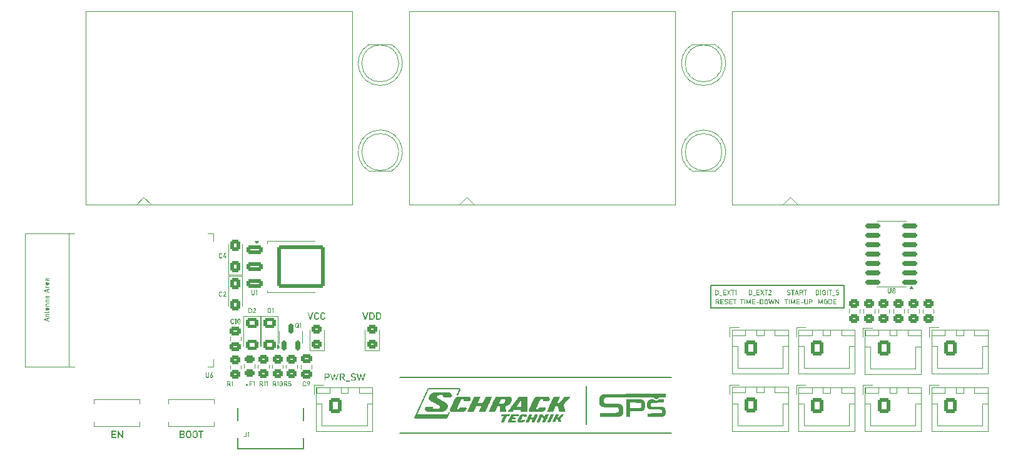
<source format=gto>
G04 #@! TF.GenerationSoftware,KiCad,Pcbnew,8.0.4*
G04 #@! TF.CreationDate,2024-11-10T20:41:49+01:00*
G04 #@! TF.ProjectId,SchrackMulticlock,53636872-6163-46b4-9d75-6c7469636c6f,v0.0.4*
G04 #@! TF.SameCoordinates,Original*
G04 #@! TF.FileFunction,Legend,Top*
G04 #@! TF.FilePolarity,Positive*
%FSLAX46Y46*%
G04 Gerber Fmt 4.6, Leading zero omitted, Abs format (unit mm)*
G04 Created by KiCad (PCBNEW 8.0.4) date 2024-11-10 20:41:49*
%MOMM*%
%LPD*%
G01*
G04 APERTURE LIST*
G04 Aperture macros list*
%AMRoundRect*
0 Rectangle with rounded corners*
0 $1 Rounding radius*
0 $2 $3 $4 $5 $6 $7 $8 $9 X,Y pos of 4 corners*
0 Add a 4 corners polygon primitive as box body*
4,1,4,$2,$3,$4,$5,$6,$7,$8,$9,$2,$3,0*
0 Add four circle primitives for the rounded corners*
1,1,$1+$1,$2,$3*
1,1,$1+$1,$4,$5*
1,1,$1+$1,$6,$7*
1,1,$1+$1,$8,$9*
0 Add four rect primitives between the rounded corners*
20,1,$1+$1,$2,$3,$4,$5,0*
20,1,$1+$1,$4,$5,$6,$7,0*
20,1,$1+$1,$6,$7,$8,$9,0*
20,1,$1+$1,$8,$9,$2,$3,0*%
G04 Aperture macros list end*
%ADD10C,0.150000*%
%ADD11C,0.125000*%
%ADD12C,0.175000*%
%ADD13C,0.120000*%
%ADD14C,0.127000*%
%ADD15C,0.200000*%
%ADD16C,0.000000*%
%ADD17C,0.010000*%
%ADD18RoundRect,0.243750X-0.456250X0.243750X-0.456250X-0.243750X0.456250X-0.243750X0.456250X0.243750X0*%
%ADD19C,0.800000*%
%ADD20C,6.400000*%
%ADD21RoundRect,0.250001X-0.624999X0.462499X-0.624999X-0.462499X0.624999X-0.462499X0.624999X0.462499X0*%
%ADD22RoundRect,0.250000X0.450000X-0.325000X0.450000X0.325000X-0.450000X0.325000X-0.450000X-0.325000X0*%
%ADD23R,2.000000X1.600000*%
%ADD24C,0.600000*%
%ADD25O,1.104000X2.204000*%
%ADD26O,1.104000X1.904000*%
%ADD27RoundRect,0.250000X-0.600000X-0.750000X0.600000X-0.750000X0.600000X0.750000X-0.600000X0.750000X0*%
%ADD28O,1.700000X2.000000*%
%ADD29RoundRect,0.250000X-0.450000X0.350000X-0.450000X-0.350000X0.450000X-0.350000X0.450000X0.350000X0*%
%ADD30R,1.600000X1.600000*%
%ADD31C,1.600000*%
%ADD32RoundRect,0.250000X-0.475000X0.337500X-0.475000X-0.337500X0.475000X-0.337500X0.475000X0.337500X0*%
%ADD33R,1.800000X1.800000*%
%ADD34C,1.800000*%
%ADD35R,0.900000X1.500000*%
%ADD36R,1.500000X0.900000*%
%ADD37R,0.900000X0.900000*%
%ADD38RoundRect,0.150000X0.150000X-0.512500X0.150000X0.512500X-0.150000X0.512500X-0.150000X-0.512500X0*%
%ADD39RoundRect,0.250000X0.450000X-0.350000X0.450000X0.350000X-0.450000X0.350000X-0.450000X-0.350000X0*%
%ADD40RoundRect,0.250000X-0.850000X-0.350000X0.850000X-0.350000X0.850000X0.350000X-0.850000X0.350000X0*%
%ADD41RoundRect,0.249997X-2.950003X-2.650003X2.950003X-2.650003X2.950003X2.650003X-2.950003X2.650003X0*%
%ADD42RoundRect,0.250000X0.475000X-0.337500X0.475000X0.337500X-0.475000X0.337500X-0.475000X-0.337500X0*%
%ADD43RoundRect,0.250000X-0.425000X0.537500X-0.425000X-0.537500X0.425000X-0.537500X0.425000X0.537500X0*%
%ADD44RoundRect,0.250000X0.425000X-0.537500X0.425000X0.537500X-0.425000X0.537500X-0.425000X-0.537500X0*%
%ADD45RoundRect,0.150000X0.825000X0.150000X-0.825000X0.150000X-0.825000X-0.150000X0.825000X-0.150000X0*%
G04 APERTURE END LIST*
D10*
X199070000Y-116180000D02*
X199070000Y-110980000D01*
X173820000Y-117330000D02*
X210570000Y-117330000D01*
X215920000Y-97380000D02*
X233920000Y-97380000D01*
X233920000Y-100380000D01*
X215920000Y-100380000D01*
X215920000Y-97380000D01*
X173820000Y-109830000D02*
X210570000Y-109830000D01*
G36*
X226071281Y-99920500D02*
G01*
X226071281Y-99281756D01*
X226168905Y-99281756D01*
X226168905Y-99920500D01*
X226071281Y-99920500D01*
G37*
G36*
X225874665Y-99317488D02*
G01*
X225874665Y-99224823D01*
X226365691Y-99224823D01*
X226365691Y-99317488D01*
X225874665Y-99317488D01*
G37*
G36*
X226559058Y-99224823D02*
G01*
X226559058Y-99920500D01*
X226461434Y-99920500D01*
X226461434Y-99224823D01*
X226559058Y-99224823D01*
G37*
G36*
X227026490Y-99684048D02*
G01*
X227230970Y-99224823D01*
X227322268Y-99224823D01*
X227322268Y-99920500D01*
X227227038Y-99920500D01*
X227227038Y-99399383D01*
X227231825Y-99429987D01*
X227060513Y-99823901D01*
X226992638Y-99823901D01*
X226821326Y-99439561D01*
X226826113Y-99399383D01*
X226826113Y-99920500D01*
X226730883Y-99920500D01*
X226730883Y-99224823D01*
X226822181Y-99224823D01*
X227026490Y-99684048D01*
G37*
G36*
X227494093Y-99920500D02*
G01*
X227494093Y-99224823D01*
X227591717Y-99224823D01*
X227591717Y-99920500D01*
X227494093Y-99920500D01*
G37*
G36*
X227541452Y-99920500D02*
G01*
X227541452Y-99827663D01*
X227941009Y-99827663D01*
X227941009Y-99920500D01*
X227541452Y-99920500D01*
G37*
G36*
X227541452Y-99621473D02*
G01*
X227541452Y-99528636D01*
X227888350Y-99528636D01*
X227888350Y-99621473D01*
X227541452Y-99621473D01*
G37*
G36*
X227541452Y-99317488D02*
G01*
X227541452Y-99224823D01*
X227941009Y-99224823D01*
X227941009Y-99317488D01*
X227541452Y-99317488D01*
G37*
G36*
X228069920Y-99624721D02*
G01*
X228391514Y-99624721D01*
X228391514Y-99717558D01*
X228069920Y-99717558D01*
X228069920Y-99624721D01*
G37*
G36*
X228783720Y-99927680D02*
G01*
X228748666Y-99926027D01*
X228709973Y-99919680D01*
X228674959Y-99908572D01*
X228643623Y-99892704D01*
X228615966Y-99872076D01*
X228603517Y-99859976D01*
X228581845Y-99832628D01*
X228564656Y-99801360D01*
X228551952Y-99766174D01*
X228543731Y-99727068D01*
X228540306Y-99691487D01*
X228539745Y-99668832D01*
X228539745Y-99224823D01*
X228637369Y-99224823D01*
X228637369Y-99672080D01*
X228639763Y-99707973D01*
X228648178Y-99743218D01*
X228664634Y-99776003D01*
X228675667Y-99789878D01*
X228702674Y-99811787D01*
X228735827Y-99825582D01*
X228770917Y-99831059D01*
X228783720Y-99831424D01*
X228820813Y-99828138D01*
X228856096Y-99816778D01*
X228885134Y-99797303D01*
X228892627Y-99789878D01*
X228912913Y-99760450D01*
X228924747Y-99728225D01*
X228930495Y-99690564D01*
X228931096Y-99672080D01*
X228931096Y-99224823D01*
X229028720Y-99224823D01*
X229028720Y-99668832D01*
X229027154Y-99706046D01*
X229022459Y-99740539D01*
X229012691Y-99778338D01*
X228998416Y-99812218D01*
X228979633Y-99842179D01*
X228964606Y-99859976D01*
X228938712Y-99882985D01*
X228909115Y-99901233D01*
X228875816Y-99914721D01*
X228838815Y-99923449D01*
X228798110Y-99927416D01*
X228783720Y-99927680D01*
G37*
G36*
X229232174Y-99650538D02*
G01*
X229232174Y-99557701D01*
X229454606Y-99557701D01*
X229490369Y-99552255D01*
X229521879Y-99534210D01*
X229531371Y-99524704D01*
X229550190Y-99494508D01*
X229559045Y-99460624D01*
X229560436Y-99438193D01*
X229557002Y-99403243D01*
X229545421Y-99370921D01*
X229531371Y-99350657D01*
X229502457Y-99327983D01*
X229469102Y-99318298D01*
X229454606Y-99317488D01*
X229232174Y-99317488D01*
X229232174Y-99224823D01*
X229451357Y-99224823D01*
X229485560Y-99226919D01*
X229520548Y-99234165D01*
X229555372Y-99248114D01*
X229561291Y-99251323D01*
X229591130Y-99272067D01*
X229616000Y-99297862D01*
X229634295Y-99325695D01*
X229648090Y-99357251D01*
X229656775Y-99392079D01*
X229660224Y-99426223D01*
X229660454Y-99438193D01*
X229658385Y-99472972D01*
X229651232Y-99508602D01*
X229638970Y-99541060D01*
X229634295Y-99550178D01*
X229613944Y-99580545D01*
X229588623Y-99605820D01*
X229561291Y-99624379D01*
X229527165Y-99639272D01*
X229492811Y-99647447D01*
X229455285Y-99650512D01*
X229451357Y-99650538D01*
X229232174Y-99650538D01*
G37*
G36*
X229181909Y-99920500D02*
G01*
X229181909Y-99224823D01*
X229279533Y-99224823D01*
X229279533Y-99920500D01*
X229181909Y-99920500D01*
G37*
G36*
X230154180Y-98670500D02*
G01*
X230154180Y-98577663D01*
X230311643Y-98577663D01*
X230347953Y-98575173D01*
X230383641Y-98566420D01*
X230416887Y-98549303D01*
X230430980Y-98537827D01*
X230453340Y-98509617D01*
X230467418Y-98474995D01*
X230473008Y-98438354D01*
X230473381Y-98424987D01*
X230473381Y-98220165D01*
X230470731Y-98185874D01*
X230461414Y-98152177D01*
X230443195Y-98120795D01*
X230430980Y-98107495D01*
X230401107Y-98086398D01*
X230368454Y-98074091D01*
X230330338Y-98068113D01*
X230311643Y-98067488D01*
X230154180Y-98067488D01*
X230154180Y-97974823D01*
X230308737Y-97974823D01*
X230346822Y-97976417D01*
X230382110Y-97981201D01*
X230420765Y-97991150D01*
X230455392Y-98005692D01*
X230485992Y-98024826D01*
X230504155Y-98040133D01*
X230527687Y-98066500D01*
X230546350Y-98096617D01*
X230560145Y-98130485D01*
X230569071Y-98168104D01*
X230572790Y-98202318D01*
X230573398Y-98224097D01*
X230573398Y-98421225D01*
X230571453Y-98459266D01*
X230565619Y-98494400D01*
X230554406Y-98530452D01*
X230542282Y-98555950D01*
X230522547Y-98585219D01*
X230498350Y-98610322D01*
X230469689Y-98631260D01*
X230451839Y-98641093D01*
X230416493Y-98655308D01*
X230381759Y-98664038D01*
X230343905Y-98669092D01*
X230308224Y-98670500D01*
X230154180Y-98670500D01*
G37*
G36*
X230088185Y-98670500D02*
G01*
X230088185Y-97974823D01*
X230185809Y-97974823D01*
X230185809Y-98670500D01*
X230088185Y-98670500D01*
G37*
G36*
X230819082Y-97974823D02*
G01*
X230819082Y-98670500D01*
X230721458Y-98670500D01*
X230721458Y-97974823D01*
X230819082Y-97974823D01*
G37*
G36*
X231225307Y-98295904D02*
G01*
X231466545Y-98295904D01*
X231466545Y-98417293D01*
X231464643Y-98455291D01*
X231458937Y-98490810D01*
X231449427Y-98523850D01*
X231436113Y-98554411D01*
X231417088Y-98585315D01*
X231394249Y-98612053D01*
X231367596Y-98634626D01*
X231351141Y-98645367D01*
X231318948Y-98660987D01*
X231283725Y-98671495D01*
X231249873Y-98676544D01*
X231222913Y-98677680D01*
X231186977Y-98675789D01*
X231149334Y-98669140D01*
X231114639Y-98657703D01*
X231093147Y-98647419D01*
X231063949Y-98628339D01*
X231036106Y-98602540D01*
X231015187Y-98575181D01*
X231007149Y-98561763D01*
X230992355Y-98529156D01*
X230982403Y-98493656D01*
X230977621Y-98459670D01*
X230976545Y-98432680D01*
X230976545Y-98227345D01*
X230978437Y-98189369D01*
X230984111Y-98153914D01*
X230993568Y-98120981D01*
X231006807Y-98090569D01*
X231025832Y-98059762D01*
X231048671Y-98033119D01*
X231075324Y-98010642D01*
X231091779Y-97999955D01*
X231123972Y-97984335D01*
X231159195Y-97973827D01*
X231193047Y-97968778D01*
X231220007Y-97967642D01*
X231256979Y-97970163D01*
X231291814Y-97977726D01*
X231324512Y-97990332D01*
X231330795Y-97993458D01*
X231360518Y-98011614D01*
X231387068Y-98033810D01*
X231410447Y-98060046D01*
X231414742Y-98065779D01*
X231433852Y-98096289D01*
X231448655Y-98129906D01*
X231458295Y-98162816D01*
X231460732Y-98174345D01*
X231355073Y-98174345D01*
X231342797Y-98140094D01*
X231322585Y-98109596D01*
X231302756Y-98091424D01*
X231273007Y-98073921D01*
X231239043Y-98064076D01*
X231220007Y-98062701D01*
X231185490Y-98066285D01*
X231151898Y-98078674D01*
X231123314Y-98099911D01*
X231115715Y-98108008D01*
X231095068Y-98139057D01*
X231083025Y-98171854D01*
X231077175Y-98209249D01*
X231076563Y-98227345D01*
X231076563Y-98432680D01*
X231079741Y-98468737D01*
X231090727Y-98503819D01*
X231109561Y-98533659D01*
X231116741Y-98541588D01*
X231144373Y-98563136D01*
X231177048Y-98576704D01*
X231214765Y-98582290D01*
X231222913Y-98582450D01*
X231257499Y-98579042D01*
X231291105Y-98567261D01*
X231319635Y-98547065D01*
X231327205Y-98539366D01*
X231347942Y-98509132D01*
X231360038Y-98476269D01*
X231365914Y-98438050D01*
X231366528Y-98419345D01*
X231366528Y-98389083D01*
X231225307Y-98389083D01*
X231225307Y-98295904D01*
G37*
G36*
X231712229Y-97974823D02*
G01*
X231712229Y-98670500D01*
X231614605Y-98670500D01*
X231614605Y-97974823D01*
X231712229Y-97974823D01*
G37*
G36*
X232023224Y-98670500D02*
G01*
X232023224Y-98031756D01*
X232120848Y-98031756D01*
X232120848Y-98670500D01*
X232023224Y-98670500D01*
G37*
G36*
X231826608Y-98067488D02*
G01*
X231826608Y-97974823D01*
X232317634Y-97974823D01*
X232317634Y-98067488D01*
X231826608Y-98067488D01*
G37*
G36*
X232322421Y-98670158D02*
G01*
X232720439Y-98670158D01*
X232720439Y-98762994D01*
X232322421Y-98762994D01*
X232322421Y-98670158D01*
G37*
G36*
X233030066Y-98677680D02*
G01*
X232995863Y-98676549D01*
X232960164Y-98672734D01*
X232934494Y-98668106D01*
X232899169Y-98658747D01*
X232865706Y-98646227D01*
X232850889Y-98639383D01*
X232820036Y-98622245D01*
X232790818Y-98601946D01*
X232777885Y-98591511D01*
X232838580Y-98516968D01*
X232866896Y-98538574D01*
X232897071Y-98556139D01*
X232926116Y-98568601D01*
X232959998Y-98578433D01*
X232995819Y-98584183D01*
X233030066Y-98585869D01*
X233065724Y-98584106D01*
X233100756Y-98577908D01*
X233133367Y-98565786D01*
X233147180Y-98557659D01*
X233172602Y-98533248D01*
X233186901Y-98499748D01*
X233188897Y-98478671D01*
X233188897Y-98478158D01*
X233183640Y-98443152D01*
X233167868Y-98417464D01*
X233140044Y-98397076D01*
X233112645Y-98386005D01*
X233079160Y-98377177D01*
X233045332Y-98370361D01*
X233037760Y-98369079D01*
X233003221Y-98362787D01*
X232968421Y-98355578D01*
X232958430Y-98353350D01*
X232924784Y-98343341D01*
X232891422Y-98328332D01*
X232885083Y-98324798D01*
X232856560Y-98302844D01*
X232835158Y-98275711D01*
X232831228Y-98269062D01*
X232818055Y-98235467D01*
X232812154Y-98200781D01*
X232810883Y-98171951D01*
X232810883Y-98171438D01*
X232813155Y-98136560D01*
X232821548Y-98099759D01*
X232836127Y-98067146D01*
X232856891Y-98038723D01*
X232875509Y-98020984D01*
X232906320Y-98000200D01*
X232942202Y-97984520D01*
X232976996Y-97975143D01*
X233015516Y-97969517D01*
X233050463Y-97967694D01*
X233057763Y-97967642D01*
X233092562Y-97969395D01*
X233126859Y-97974654D01*
X233160656Y-97983420D01*
X233167355Y-97985594D01*
X233200607Y-97998577D01*
X233233259Y-98015300D01*
X233265309Y-98035763D01*
X233271647Y-98040304D01*
X233216252Y-98117754D01*
X233186423Y-98097710D01*
X233154217Y-98080825D01*
X233136922Y-98073814D01*
X233102416Y-98063997D01*
X233067714Y-98059677D01*
X233057763Y-98059453D01*
X233020175Y-98061711D01*
X232984312Y-98069518D01*
X232952036Y-98084547D01*
X232946975Y-98088005D01*
X232922908Y-98112632D01*
X232909370Y-98146855D01*
X232907481Y-98168532D01*
X232907481Y-98169045D01*
X232913208Y-98203580D01*
X232930391Y-98228884D01*
X232960792Y-98248611D01*
X232990572Y-98259317D01*
X233024082Y-98267615D01*
X233059687Y-98275455D01*
X233070244Y-98277610D01*
X233103754Y-98284931D01*
X233137264Y-98293431D01*
X233146839Y-98296075D01*
X233181202Y-98308277D01*
X233212485Y-98324686D01*
X233216423Y-98327192D01*
X233243013Y-98349571D01*
X233264118Y-98378563D01*
X233266518Y-98382928D01*
X233278805Y-98415238D01*
X233284587Y-98451374D01*
X233285495Y-98475252D01*
X233285495Y-98476278D01*
X233283139Y-98510783D01*
X233274434Y-98547180D01*
X233259315Y-98579421D01*
X233237783Y-98607505D01*
X233218475Y-98625021D01*
X233186610Y-98645540D01*
X233155131Y-98659116D01*
X233119804Y-98668989D01*
X233080630Y-98675160D01*
X233045047Y-98677475D01*
X233030066Y-98677680D01*
G37*
G36*
X226442415Y-98677680D02*
G01*
X226408212Y-98676549D01*
X226372512Y-98672734D01*
X226346842Y-98668106D01*
X226311517Y-98658747D01*
X226278054Y-98646227D01*
X226263238Y-98639383D01*
X226232384Y-98622245D01*
X226203167Y-98601946D01*
X226190234Y-98591511D01*
X226250928Y-98516968D01*
X226279245Y-98538574D01*
X226309420Y-98556139D01*
X226338465Y-98568601D01*
X226372346Y-98578433D01*
X226408167Y-98584183D01*
X226442415Y-98585869D01*
X226478073Y-98584106D01*
X226513104Y-98577908D01*
X226545715Y-98565786D01*
X226559529Y-98557659D01*
X226584950Y-98533248D01*
X226599250Y-98499748D01*
X226601246Y-98478671D01*
X226601246Y-98478158D01*
X226595988Y-98443152D01*
X226580216Y-98417464D01*
X226552393Y-98397076D01*
X226524993Y-98386005D01*
X226491509Y-98377177D01*
X226457681Y-98370361D01*
X226450108Y-98369079D01*
X226415570Y-98362787D01*
X226380769Y-98355578D01*
X226370778Y-98353350D01*
X226337133Y-98343341D01*
X226303771Y-98328332D01*
X226297432Y-98324798D01*
X226268909Y-98302844D01*
X226247507Y-98275711D01*
X226243577Y-98269062D01*
X226230404Y-98235467D01*
X226224503Y-98200781D01*
X226223231Y-98171951D01*
X226223231Y-98171438D01*
X226225503Y-98136560D01*
X226233897Y-98099759D01*
X226248476Y-98067146D01*
X226269240Y-98038723D01*
X226287858Y-98020984D01*
X226318668Y-98000200D01*
X226354551Y-97984520D01*
X226389345Y-97975143D01*
X226427865Y-97969517D01*
X226462812Y-97967694D01*
X226470112Y-97967642D01*
X226504910Y-97969395D01*
X226539208Y-97974654D01*
X226573004Y-97983420D01*
X226579704Y-97985594D01*
X226612956Y-97998577D01*
X226645607Y-98015300D01*
X226677657Y-98035763D01*
X226683995Y-98040304D01*
X226628601Y-98117754D01*
X226598772Y-98097710D01*
X226566566Y-98080825D01*
X226549271Y-98073814D01*
X226514765Y-98063997D01*
X226480063Y-98059677D01*
X226470112Y-98059453D01*
X226432524Y-98061711D01*
X226396661Y-98069518D01*
X226364384Y-98084547D01*
X226359323Y-98088005D01*
X226335257Y-98112632D01*
X226321719Y-98146855D01*
X226319829Y-98168532D01*
X226319829Y-98169045D01*
X226325557Y-98203580D01*
X226342739Y-98228884D01*
X226373141Y-98248611D01*
X226402921Y-98259317D01*
X226436431Y-98267615D01*
X226472035Y-98275455D01*
X226482593Y-98277610D01*
X226516103Y-98284931D01*
X226549613Y-98293431D01*
X226559187Y-98296075D01*
X226593551Y-98308277D01*
X226624834Y-98324686D01*
X226628772Y-98327192D01*
X226655362Y-98349571D01*
X226676467Y-98378563D01*
X226678866Y-98382928D01*
X226691153Y-98415238D01*
X226696936Y-98451374D01*
X226697844Y-98475252D01*
X226697844Y-98476278D01*
X226695488Y-98510783D01*
X226686783Y-98547180D01*
X226671664Y-98579421D01*
X226650131Y-98607505D01*
X226630824Y-98625021D01*
X226598959Y-98645540D01*
X226567479Y-98659116D01*
X226532153Y-98668989D01*
X226492979Y-98675160D01*
X226457396Y-98677475D01*
X226442415Y-98677680D01*
G37*
G36*
X226937373Y-98670500D02*
G01*
X226937373Y-98031756D01*
X227034997Y-98031756D01*
X227034997Y-98670500D01*
X226937373Y-98670500D01*
G37*
G36*
X226740757Y-98067488D02*
G01*
X226740757Y-97974823D01*
X227231783Y-97974823D01*
X227231783Y-98067488D01*
X226740757Y-98067488D01*
G37*
G36*
X227217422Y-98670500D02*
G01*
X227473877Y-97974823D01*
X227557139Y-97974823D01*
X227813594Y-98670500D01*
X227708447Y-98670500D01*
X227515593Y-98109205D01*
X227322739Y-98670500D01*
X227217422Y-98670500D01*
G37*
G36*
X227335562Y-98517823D02*
G01*
X227335562Y-98424987D01*
X227701609Y-98424987D01*
X227701609Y-98517823D01*
X227335562Y-98517823D01*
G37*
G36*
X227960970Y-98376260D02*
G01*
X227960970Y-98283423D01*
X228198277Y-98283423D01*
X228232320Y-98277762D01*
X228261677Y-98259132D01*
X228266665Y-98253846D01*
X228284312Y-98224150D01*
X228291851Y-98190012D01*
X228292481Y-98175199D01*
X228288220Y-98138769D01*
X228274102Y-98106606D01*
X228266665Y-98096895D01*
X228238780Y-98075542D01*
X228203532Y-98067263D01*
X228198277Y-98067146D01*
X227960970Y-98067146D01*
X227960970Y-97974310D01*
X228194515Y-97974310D01*
X228230963Y-97976764D01*
X228264439Y-97984127D01*
X228297830Y-97997896D01*
X228300688Y-97999442D01*
X228329550Y-98019064D01*
X228353603Y-98043374D01*
X228371298Y-98069540D01*
X228385607Y-98102312D01*
X228393976Y-98138802D01*
X228396431Y-98175199D01*
X228393943Y-98211450D01*
X228385460Y-98247932D01*
X228370956Y-98280859D01*
X228351196Y-98309526D01*
X228326709Y-98333466D01*
X228300346Y-98351128D01*
X228267476Y-98365436D01*
X228230930Y-98373806D01*
X228194515Y-98376260D01*
X227960970Y-98376260D01*
G37*
G36*
X227918399Y-98670500D02*
G01*
X227918399Y-97974310D01*
X228016022Y-97974310D01*
X228016022Y-98670500D01*
X227918399Y-98670500D01*
G37*
G36*
X228309749Y-98670500D02*
G01*
X228150405Y-98354718D01*
X228247516Y-98332663D01*
X228425667Y-98670500D01*
X228309749Y-98670500D01*
G37*
G36*
X228658015Y-98670500D02*
G01*
X228658015Y-98031756D01*
X228755639Y-98031756D01*
X228755639Y-98670500D01*
X228658015Y-98670500D01*
G37*
G36*
X228461399Y-98067488D02*
G01*
X228461399Y-97974823D01*
X228952425Y-97974823D01*
X228952425Y-98067488D01*
X228461399Y-98067488D01*
G37*
G36*
X216601650Y-99626260D02*
G01*
X216601650Y-99533423D01*
X216838956Y-99533423D01*
X216872999Y-99527762D01*
X216902356Y-99509132D01*
X216907344Y-99503846D01*
X216924992Y-99474150D01*
X216932530Y-99440012D01*
X216933161Y-99425199D01*
X216928900Y-99388769D01*
X216914782Y-99356606D01*
X216907344Y-99346895D01*
X216879460Y-99325542D01*
X216844212Y-99317263D01*
X216838956Y-99317146D01*
X216601650Y-99317146D01*
X216601650Y-99224310D01*
X216835195Y-99224310D01*
X216871643Y-99226764D01*
X216905119Y-99234127D01*
X216938510Y-99247896D01*
X216941367Y-99249442D01*
X216970229Y-99269064D01*
X216994283Y-99293374D01*
X217011978Y-99319540D01*
X217026287Y-99352312D01*
X217034656Y-99388802D01*
X217037110Y-99425199D01*
X217034623Y-99461450D01*
X217026140Y-99497932D01*
X217011636Y-99530859D01*
X216991876Y-99559526D01*
X216967389Y-99583466D01*
X216941025Y-99601128D01*
X216908156Y-99615436D01*
X216871610Y-99623806D01*
X216835195Y-99626260D01*
X216601650Y-99626260D01*
G37*
G36*
X216559078Y-99920500D02*
G01*
X216559078Y-99224310D01*
X216656702Y-99224310D01*
X216656702Y-99920500D01*
X216559078Y-99920500D01*
G37*
G36*
X216950429Y-99920500D02*
G01*
X216791085Y-99604718D01*
X216888196Y-99582663D01*
X217066346Y-99920500D01*
X216950429Y-99920500D01*
G37*
G36*
X217197822Y-99920500D02*
G01*
X217197822Y-99224823D01*
X217295446Y-99224823D01*
X217295446Y-99920500D01*
X217197822Y-99920500D01*
G37*
G36*
X217245181Y-99920500D02*
G01*
X217245181Y-99827663D01*
X217644738Y-99827663D01*
X217644738Y-99920500D01*
X217245181Y-99920500D01*
G37*
G36*
X217245181Y-99621473D02*
G01*
X217245181Y-99528636D01*
X217592079Y-99528636D01*
X217592079Y-99621473D01*
X217245181Y-99621473D01*
G37*
G36*
X217245181Y-99317488D02*
G01*
X217245181Y-99224823D01*
X217644738Y-99224823D01*
X217644738Y-99317488D01*
X217245181Y-99317488D01*
G37*
G36*
X217992320Y-99927680D02*
G01*
X217958117Y-99926549D01*
X217922418Y-99922734D01*
X217896748Y-99918106D01*
X217861422Y-99908747D01*
X217827960Y-99896227D01*
X217813143Y-99889383D01*
X217782289Y-99872245D01*
X217753072Y-99851946D01*
X217740139Y-99841511D01*
X217800833Y-99766968D01*
X217829150Y-99788574D01*
X217859325Y-99806139D01*
X217888370Y-99818601D01*
X217922252Y-99828433D01*
X217958072Y-99834183D01*
X217992320Y-99835869D01*
X218027978Y-99834106D01*
X218063009Y-99827908D01*
X218095621Y-99815786D01*
X218109434Y-99807659D01*
X218134855Y-99783248D01*
X218149155Y-99749748D01*
X218151151Y-99728671D01*
X218151151Y-99728158D01*
X218145894Y-99693152D01*
X218130122Y-99667464D01*
X218102298Y-99647076D01*
X218074898Y-99636005D01*
X218041414Y-99627177D01*
X218007586Y-99620361D01*
X218000013Y-99619079D01*
X217965475Y-99612787D01*
X217930674Y-99605578D01*
X217920683Y-99603350D01*
X217887038Y-99593341D01*
X217853676Y-99578332D01*
X217847337Y-99574798D01*
X217818814Y-99552844D01*
X217797412Y-99525711D01*
X217793482Y-99519062D01*
X217780309Y-99485467D01*
X217774408Y-99450781D01*
X217773136Y-99421951D01*
X217773136Y-99421438D01*
X217775408Y-99386560D01*
X217783802Y-99349759D01*
X217798381Y-99317146D01*
X217819145Y-99288723D01*
X217837763Y-99270984D01*
X217868573Y-99250200D01*
X217904456Y-99234520D01*
X217939250Y-99225143D01*
X217977770Y-99219517D01*
X218012717Y-99217694D01*
X218020017Y-99217642D01*
X218054815Y-99219395D01*
X218089113Y-99224654D01*
X218122910Y-99233420D01*
X218129609Y-99235594D01*
X218162861Y-99248577D01*
X218195512Y-99265300D01*
X218227563Y-99285763D01*
X218233900Y-99290304D01*
X218178506Y-99367754D01*
X218148677Y-99347710D01*
X218116471Y-99330825D01*
X218099176Y-99323814D01*
X218064670Y-99313997D01*
X218029968Y-99309677D01*
X218020017Y-99309453D01*
X217982429Y-99311711D01*
X217946566Y-99319518D01*
X217914289Y-99334547D01*
X217909228Y-99338005D01*
X217885162Y-99362632D01*
X217871624Y-99396855D01*
X217869734Y-99418532D01*
X217869734Y-99419045D01*
X217875462Y-99453580D01*
X217892644Y-99478884D01*
X217923046Y-99498611D01*
X217952826Y-99509317D01*
X217986336Y-99517615D01*
X218021940Y-99525455D01*
X218032498Y-99527610D01*
X218066008Y-99534931D01*
X218099518Y-99543431D01*
X218109092Y-99546075D01*
X218143456Y-99558277D01*
X218174739Y-99574686D01*
X218178677Y-99577192D01*
X218205267Y-99599571D01*
X218226372Y-99628563D01*
X218228771Y-99632928D01*
X218241059Y-99665238D01*
X218246841Y-99701374D01*
X218247749Y-99725252D01*
X218247749Y-99726278D01*
X218245393Y-99760783D01*
X218236688Y-99797180D01*
X218221569Y-99829421D01*
X218200036Y-99857505D01*
X218180729Y-99875021D01*
X218148864Y-99895540D01*
X218117384Y-99909116D01*
X218082058Y-99918989D01*
X218042884Y-99925160D01*
X218007301Y-99927475D01*
X217992320Y-99927680D01*
G37*
G36*
X218376831Y-99920500D02*
G01*
X218376831Y-99224823D01*
X218474455Y-99224823D01*
X218474455Y-99920500D01*
X218376831Y-99920500D01*
G37*
G36*
X218424190Y-99920500D02*
G01*
X218424190Y-99827663D01*
X218823747Y-99827663D01*
X218823747Y-99920500D01*
X218424190Y-99920500D01*
G37*
G36*
X218424190Y-99621473D02*
G01*
X218424190Y-99528636D01*
X218771088Y-99528636D01*
X218771088Y-99621473D01*
X218424190Y-99621473D01*
G37*
G36*
X218424190Y-99317488D02*
G01*
X218424190Y-99224823D01*
X218823747Y-99224823D01*
X218823747Y-99317488D01*
X218424190Y-99317488D01*
G37*
G36*
X219082254Y-99920500D02*
G01*
X219082254Y-99281756D01*
X219179877Y-99281756D01*
X219179877Y-99920500D01*
X219082254Y-99920500D01*
G37*
G36*
X218885638Y-99317488D02*
G01*
X218885638Y-99224823D01*
X219376664Y-99224823D01*
X219376664Y-99317488D01*
X218885638Y-99317488D01*
G37*
G36*
X220054309Y-99920500D02*
G01*
X220054309Y-99281756D01*
X220151933Y-99281756D01*
X220151933Y-99920500D01*
X220054309Y-99920500D01*
G37*
G36*
X219857693Y-99317488D02*
G01*
X219857693Y-99224823D01*
X220348719Y-99224823D01*
X220348719Y-99317488D01*
X219857693Y-99317488D01*
G37*
G36*
X220542086Y-99224823D02*
G01*
X220542086Y-99920500D01*
X220444462Y-99920500D01*
X220444462Y-99224823D01*
X220542086Y-99224823D01*
G37*
G36*
X221009518Y-99684048D02*
G01*
X221213998Y-99224823D01*
X221305296Y-99224823D01*
X221305296Y-99920500D01*
X221210066Y-99920500D01*
X221210066Y-99399383D01*
X221214853Y-99429987D01*
X221043541Y-99823901D01*
X220975666Y-99823901D01*
X220804354Y-99439561D01*
X220809141Y-99399383D01*
X220809141Y-99920500D01*
X220713911Y-99920500D01*
X220713911Y-99224823D01*
X220805209Y-99224823D01*
X221009518Y-99684048D01*
G37*
G36*
X221477121Y-99920500D02*
G01*
X221477121Y-99224823D01*
X221574745Y-99224823D01*
X221574745Y-99920500D01*
X221477121Y-99920500D01*
G37*
G36*
X221524480Y-99920500D02*
G01*
X221524480Y-99827663D01*
X221924037Y-99827663D01*
X221924037Y-99920500D01*
X221524480Y-99920500D01*
G37*
G36*
X221524480Y-99621473D02*
G01*
X221524480Y-99528636D01*
X221871378Y-99528636D01*
X221871378Y-99621473D01*
X221524480Y-99621473D01*
G37*
G36*
X221524480Y-99317488D02*
G01*
X221524480Y-99224823D01*
X221924037Y-99224823D01*
X221924037Y-99317488D01*
X221524480Y-99317488D01*
G37*
G36*
X222052948Y-99624721D02*
G01*
X222374542Y-99624721D01*
X222374542Y-99717558D01*
X222052948Y-99717558D01*
X222052948Y-99624721D01*
G37*
G36*
X222598342Y-99920500D02*
G01*
X222598342Y-99827663D01*
X222755806Y-99827663D01*
X222792115Y-99825173D01*
X222827804Y-99816420D01*
X222861049Y-99799303D01*
X222875143Y-99787827D01*
X222897502Y-99759617D01*
X222911581Y-99724995D01*
X222917170Y-99688354D01*
X222917543Y-99674987D01*
X222917543Y-99470165D01*
X222914893Y-99435874D01*
X222905577Y-99402177D01*
X222887358Y-99370795D01*
X222875143Y-99357495D01*
X222845270Y-99336398D01*
X222812617Y-99324091D01*
X222774500Y-99318113D01*
X222755806Y-99317488D01*
X222598342Y-99317488D01*
X222598342Y-99224823D01*
X222752899Y-99224823D01*
X222790984Y-99226417D01*
X222826273Y-99231201D01*
X222864927Y-99241150D01*
X222899555Y-99255692D01*
X222930155Y-99274826D01*
X222948318Y-99290133D01*
X222971849Y-99316500D01*
X222990513Y-99346617D01*
X223004307Y-99380485D01*
X223013233Y-99418104D01*
X223016952Y-99452318D01*
X223017561Y-99474097D01*
X223017561Y-99671225D01*
X223015616Y-99709266D01*
X223009781Y-99744400D01*
X222998569Y-99780452D01*
X222986444Y-99805950D01*
X222966710Y-99835219D01*
X222942512Y-99860322D01*
X222913852Y-99881260D01*
X222896001Y-99891093D01*
X222860655Y-99905308D01*
X222825922Y-99914038D01*
X222788068Y-99919092D01*
X222752386Y-99920500D01*
X222598342Y-99920500D01*
G37*
G36*
X222532348Y-99920500D02*
G01*
X222532348Y-99224823D01*
X222629972Y-99224823D01*
X222629972Y-99920500D01*
X222532348Y-99920500D01*
G37*
G36*
X223421851Y-99219629D02*
G01*
X223459206Y-99226617D01*
X223493613Y-99238635D01*
X223514912Y-99249442D01*
X223543918Y-99269372D01*
X223569002Y-99293386D01*
X223590164Y-99321485D01*
X223600226Y-99338860D01*
X223614937Y-99372851D01*
X223624834Y-99410008D01*
X223629589Y-99445692D01*
X223630659Y-99474097D01*
X223630659Y-99671225D01*
X223628757Y-99708507D01*
X223623051Y-99743417D01*
X223612084Y-99779855D01*
X223600226Y-99806121D01*
X223581243Y-99836653D01*
X223558338Y-99863048D01*
X223531511Y-99885304D01*
X223514912Y-99895880D01*
X223482471Y-99911252D01*
X223447082Y-99921593D01*
X223413150Y-99926562D01*
X223386172Y-99927680D01*
X223350493Y-99925693D01*
X223313138Y-99918705D01*
X223278731Y-99906687D01*
X223257431Y-99895880D01*
X223228412Y-99875923D01*
X223203287Y-99851828D01*
X223182058Y-99823594D01*
X223171946Y-99806121D01*
X223157318Y-99772018D01*
X223147477Y-99734912D01*
X223142749Y-99699409D01*
X223141685Y-99671225D01*
X223141685Y-99474097D01*
X223141857Y-99470677D01*
X223241702Y-99470677D01*
X223241702Y-99674474D01*
X223244840Y-99712180D01*
X223254253Y-99745478D01*
X223272071Y-99777304D01*
X223281367Y-99788511D01*
X223308646Y-99811141D01*
X223340900Y-99825389D01*
X223378129Y-99831257D01*
X223386172Y-99831424D01*
X223420950Y-99828030D01*
X223454770Y-99816295D01*
X223483514Y-99796180D01*
X223491147Y-99788511D01*
X223511974Y-99758861D01*
X223525088Y-99723769D01*
X223530294Y-99687532D01*
X223530642Y-99674474D01*
X223530642Y-99470677D01*
X223527517Y-99432833D01*
X223518145Y-99399505D01*
X223500404Y-99367772D01*
X223491147Y-99356640D01*
X223463926Y-99334010D01*
X223431629Y-99319762D01*
X223394256Y-99313895D01*
X223386172Y-99313727D01*
X223351546Y-99317122D01*
X223317799Y-99328856D01*
X223289028Y-99348971D01*
X223281367Y-99356640D01*
X223260450Y-99386143D01*
X223247280Y-99421222D01*
X223242051Y-99457561D01*
X223241702Y-99470677D01*
X223141857Y-99470677D01*
X223143576Y-99436537D01*
X223149250Y-99401477D01*
X223160155Y-99365024D01*
X223171946Y-99338860D01*
X223191012Y-99308492D01*
X223213973Y-99282209D01*
X223240829Y-99260010D01*
X223257431Y-99249442D01*
X223289873Y-99234070D01*
X223325262Y-99223729D01*
X223359194Y-99218760D01*
X223386172Y-99217642D01*
X223421851Y-99219629D01*
G37*
G36*
X223941311Y-99770217D02*
G01*
X224083900Y-99224823D01*
X224150921Y-99224823D01*
X224293510Y-99770217D01*
X224416437Y-99224823D01*
X224517822Y-99224823D01*
X224348049Y-99920500D01*
X224248374Y-99920500D01*
X224120146Y-99434261D01*
X223986277Y-99920500D01*
X223886772Y-99920500D01*
X223716828Y-99224823D01*
X223818213Y-99224823D01*
X223941311Y-99770217D01*
G37*
G36*
X224622969Y-99919987D02*
G01*
X224622969Y-99224823D01*
X224711531Y-99224823D01*
X225051762Y-99762523D01*
X225040136Y-99775004D01*
X225040136Y-99224823D01*
X225136905Y-99224823D01*
X225136905Y-99919987D01*
X225047316Y-99919987D01*
X224708112Y-99390322D01*
X224719567Y-99377841D01*
X224719567Y-99919987D01*
X224622969Y-99919987D01*
G37*
D11*
G36*
X144106496Y-117995000D02*
G01*
X144106496Y-117865795D01*
X144375652Y-117865795D01*
X144427050Y-117863154D01*
X144475202Y-117853870D01*
X144520148Y-117833444D01*
X144532700Y-117823541D01*
X144562588Y-117784617D01*
X144577239Y-117736906D01*
X144578862Y-117711922D01*
X144578862Y-117709968D01*
X144573332Y-117658837D01*
X144554861Y-117612903D01*
X144539539Y-117592243D01*
X144499164Y-117563620D01*
X144451841Y-117550798D01*
X144409846Y-117548035D01*
X144106496Y-117548035D01*
X144106496Y-117422250D01*
X144409846Y-117422250D01*
X144458545Y-117417921D01*
X144507418Y-117399889D01*
X144526350Y-117385614D01*
X144554575Y-117343861D01*
X144565059Y-117295694D01*
X144565673Y-117278635D01*
X144559525Y-117228054D01*
X144536811Y-117182413D01*
X144521954Y-117167260D01*
X144479216Y-117143224D01*
X144426958Y-117131912D01*
X144390795Y-117130136D01*
X144106496Y-117130136D01*
X144106496Y-117001175D01*
X144416196Y-117001175D01*
X144468607Y-117003743D01*
X144523088Y-117013228D01*
X144570394Y-117029702D01*
X144615670Y-117057088D01*
X144634794Y-117074204D01*
X144666210Y-117113848D01*
X144688649Y-117159750D01*
X144702113Y-117211911D01*
X144706531Y-117262686D01*
X144706601Y-117270331D01*
X144701435Y-117320074D01*
X144685937Y-117366873D01*
X144662882Y-117406863D01*
X144626908Y-117444064D01*
X144583937Y-117468717D01*
X144536901Y-117483441D01*
X144525373Y-117485753D01*
X144574021Y-117497717D01*
X144620370Y-117521025D01*
X144658609Y-117554875D01*
X144668499Y-117567086D01*
X144695418Y-117611303D01*
X144712368Y-117659383D01*
X144719347Y-117711328D01*
X144719546Y-117722180D01*
X144719546Y-117724378D01*
X144715783Y-117775337D01*
X144702265Y-117828052D01*
X144678917Y-117874874D01*
X144645738Y-117915804D01*
X144640900Y-117920505D01*
X144598081Y-117953097D01*
X144548271Y-117976376D01*
X144498952Y-117989107D01*
X144444280Y-117994709D01*
X144427676Y-117995000D01*
X144106496Y-117995000D01*
G37*
G36*
X144024431Y-117995000D02*
G01*
X144024431Y-117001175D01*
X144163161Y-117001175D01*
X144163161Y-117995000D01*
X144024431Y-117995000D01*
G37*
G36*
X145287334Y-116993756D02*
G01*
X145340698Y-117003738D01*
X145389850Y-117020908D01*
X145420279Y-117036346D01*
X145461716Y-117064818D01*
X145497550Y-117099123D01*
X145527782Y-117139264D01*
X145542156Y-117164085D01*
X145563172Y-117212645D01*
X145577310Y-117265726D01*
X145584103Y-117316704D01*
X145585631Y-117357281D01*
X145585631Y-117638893D01*
X145582914Y-117692154D01*
X145574762Y-117742025D01*
X145559096Y-117794079D01*
X145542156Y-117831601D01*
X145515037Y-117875219D01*
X145482315Y-117912925D01*
X145443991Y-117944720D01*
X145420279Y-117959829D01*
X145373934Y-117981789D01*
X145323378Y-117996562D01*
X145274904Y-118003661D01*
X145236364Y-118005258D01*
X145185393Y-118002418D01*
X145132030Y-117992436D01*
X145082877Y-117975267D01*
X145052449Y-117959829D01*
X145010993Y-117931319D01*
X144975100Y-117896897D01*
X144944772Y-117856563D01*
X144930328Y-117831601D01*
X144909430Y-117782882D01*
X144895371Y-117729875D01*
X144888616Y-117679156D01*
X144887097Y-117638893D01*
X144887097Y-117357281D01*
X144887343Y-117352397D01*
X145029979Y-117352397D01*
X145029979Y-117643534D01*
X145034461Y-117697400D01*
X145047908Y-117744968D01*
X145073362Y-117790435D01*
X145086643Y-117806444D01*
X145125612Y-117838773D01*
X145171689Y-117859128D01*
X145224874Y-117867510D01*
X145236364Y-117867749D01*
X145286046Y-117862900D01*
X145334361Y-117846137D01*
X145375424Y-117817400D01*
X145386329Y-117806444D01*
X145416082Y-117764088D01*
X145434815Y-117713956D01*
X145442253Y-117662189D01*
X145442749Y-117643534D01*
X145442749Y-117352397D01*
X145438286Y-117298333D01*
X145424897Y-117250722D01*
X145399552Y-117205389D01*
X145386329Y-117189487D01*
X145347441Y-117157158D01*
X145301302Y-117136803D01*
X145247912Y-117128421D01*
X145236364Y-117128182D01*
X145186898Y-117133031D01*
X145138689Y-117149794D01*
X145097587Y-117178531D01*
X145086643Y-117189487D01*
X145056761Y-117231633D01*
X145037947Y-117281746D01*
X145030477Y-117333658D01*
X145029979Y-117352397D01*
X144887343Y-117352397D01*
X144889799Y-117303624D01*
X144897904Y-117253539D01*
X144913483Y-117201463D01*
X144930328Y-117164085D01*
X144957565Y-117120703D01*
X144990366Y-117083156D01*
X145028731Y-117051443D01*
X145052449Y-117036346D01*
X145098793Y-117014386D01*
X145149350Y-116999613D01*
X145197824Y-116992514D01*
X145236364Y-116990917D01*
X145287334Y-116993756D01*
G37*
G36*
X146163678Y-116993756D02*
G01*
X146217042Y-117003738D01*
X146266194Y-117020908D01*
X146296622Y-117036346D01*
X146338059Y-117064818D01*
X146373893Y-117099123D01*
X146404125Y-117139264D01*
X146418499Y-117164085D01*
X146439515Y-117212645D01*
X146453653Y-117265726D01*
X146460446Y-117316704D01*
X146461975Y-117357281D01*
X146461975Y-117638893D01*
X146459257Y-117692154D01*
X146451106Y-117742025D01*
X146435439Y-117794079D01*
X146418499Y-117831601D01*
X146391380Y-117875219D01*
X146358659Y-117912925D01*
X146320334Y-117944720D01*
X146296622Y-117959829D01*
X146250278Y-117981789D01*
X146199722Y-117996562D01*
X146151247Y-118003661D01*
X146112707Y-118005258D01*
X146061737Y-118002418D01*
X146008373Y-117992436D01*
X145959221Y-117975267D01*
X145928792Y-117959829D01*
X145887336Y-117931319D01*
X145851444Y-117896897D01*
X145821116Y-117856563D01*
X145806671Y-117831601D01*
X145785773Y-117782882D01*
X145771715Y-117729875D01*
X145764960Y-117679156D01*
X145763440Y-117638893D01*
X145763440Y-117357281D01*
X145763686Y-117352397D01*
X145906322Y-117352397D01*
X145906322Y-117643534D01*
X145910804Y-117697400D01*
X145924251Y-117744968D01*
X145949706Y-117790435D01*
X145962986Y-117806444D01*
X146001956Y-117838773D01*
X146048032Y-117859128D01*
X146101217Y-117867510D01*
X146112707Y-117867749D01*
X146162390Y-117862900D01*
X146210704Y-117846137D01*
X146251767Y-117817400D01*
X146262672Y-117806444D01*
X146292425Y-117764088D01*
X146311158Y-117713956D01*
X146318597Y-117662189D01*
X146319092Y-117643534D01*
X146319092Y-117352397D01*
X146314630Y-117298333D01*
X146301241Y-117250722D01*
X146275896Y-117205389D01*
X146262672Y-117189487D01*
X146223784Y-117157158D01*
X146177645Y-117136803D01*
X146124255Y-117128421D01*
X146112707Y-117128182D01*
X146063242Y-117133031D01*
X146015032Y-117149794D01*
X145973931Y-117178531D01*
X145962986Y-117189487D01*
X145933105Y-117231633D01*
X145914290Y-117281746D01*
X145906820Y-117333658D01*
X145906322Y-117352397D01*
X145763686Y-117352397D01*
X145766142Y-117303624D01*
X145774248Y-117253539D01*
X145789826Y-117201463D01*
X145806671Y-117164085D01*
X145833908Y-117120703D01*
X145866709Y-117083156D01*
X145905074Y-117051443D01*
X145928792Y-117036346D01*
X145975137Y-117014386D01*
X146025693Y-116999613D01*
X146074167Y-116992514D01*
X146112707Y-116990917D01*
X146163678Y-116993756D01*
G37*
G36*
X146831758Y-117995000D02*
G01*
X146831758Y-117082508D01*
X146971221Y-117082508D01*
X146971221Y-117995000D01*
X146831758Y-117995000D01*
G37*
G36*
X146550879Y-117133555D02*
G01*
X146550879Y-117001175D01*
X147252344Y-117001175D01*
X147252344Y-117133555D01*
X146550879Y-117133555D01*
G37*
D10*
G36*
X221083549Y-98670500D02*
G01*
X221083549Y-98577663D01*
X221241012Y-98577663D01*
X221277322Y-98575173D01*
X221313010Y-98566420D01*
X221346256Y-98549303D01*
X221360349Y-98537827D01*
X221382709Y-98509617D01*
X221396787Y-98474995D01*
X221402377Y-98438354D01*
X221402750Y-98424987D01*
X221402750Y-98220165D01*
X221400100Y-98185874D01*
X221390783Y-98152177D01*
X221372564Y-98120795D01*
X221360349Y-98107495D01*
X221330476Y-98086398D01*
X221297823Y-98074091D01*
X221259707Y-98068113D01*
X221241012Y-98067488D01*
X221083549Y-98067488D01*
X221083549Y-97974823D01*
X221238106Y-97974823D01*
X221276191Y-97976417D01*
X221311479Y-97981201D01*
X221350134Y-97991150D01*
X221384761Y-98005692D01*
X221415361Y-98024826D01*
X221433524Y-98040133D01*
X221457056Y-98066500D01*
X221475719Y-98096617D01*
X221489514Y-98130485D01*
X221498440Y-98168104D01*
X221502159Y-98202318D01*
X221502767Y-98224097D01*
X221502767Y-98421225D01*
X221500822Y-98459266D01*
X221494988Y-98494400D01*
X221483775Y-98530452D01*
X221471651Y-98555950D01*
X221451916Y-98585219D01*
X221427719Y-98610322D01*
X221399058Y-98631260D01*
X221381208Y-98641093D01*
X221345862Y-98655308D01*
X221311128Y-98664038D01*
X221273274Y-98669092D01*
X221237593Y-98670500D01*
X221083549Y-98670500D01*
G37*
G36*
X221017554Y-98670500D02*
G01*
X221017554Y-97974823D01*
X221115178Y-97974823D01*
X221115178Y-98670500D01*
X221017554Y-98670500D01*
G37*
G36*
X221588594Y-98670158D02*
G01*
X221986612Y-98670158D01*
X221986612Y-98762994D01*
X221588594Y-98762994D01*
X221588594Y-98670158D01*
G37*
G36*
X222087143Y-98670500D02*
G01*
X222087143Y-97974823D01*
X222184767Y-97974823D01*
X222184767Y-98670500D01*
X222087143Y-98670500D01*
G37*
G36*
X222134501Y-98670500D02*
G01*
X222134501Y-98577663D01*
X222534058Y-98577663D01*
X222534058Y-98670500D01*
X222134501Y-98670500D01*
G37*
G36*
X222134501Y-98371473D02*
G01*
X222134501Y-98278636D01*
X222481399Y-98278636D01*
X222481399Y-98371473D01*
X222134501Y-98371473D01*
G37*
G36*
X222134501Y-98067488D02*
G01*
X222134501Y-97974823D01*
X222534058Y-97974823D01*
X222534058Y-98067488D01*
X222134501Y-98067488D01*
G37*
G36*
X223023203Y-98670500D02*
G01*
X222842317Y-98364805D01*
X222827614Y-98340869D01*
X222601762Y-97974823D01*
X222711183Y-97974823D01*
X222879247Y-98257949D01*
X222894976Y-98283936D01*
X223132795Y-98670500D01*
X223023203Y-98670500D01*
G37*
G36*
X222595949Y-98670500D02*
G01*
X222838043Y-98272823D01*
X223012774Y-97974823D01*
X223122366Y-97974823D01*
X222892069Y-98351299D01*
X222705541Y-98670500D01*
X222595949Y-98670500D01*
G37*
G36*
X223367708Y-98670500D02*
G01*
X223367708Y-98031756D01*
X223465332Y-98031756D01*
X223465332Y-98670500D01*
X223367708Y-98670500D01*
G37*
G36*
X223171092Y-98067488D02*
G01*
X223171092Y-97974823D01*
X223662118Y-97974823D01*
X223662118Y-98067488D01*
X223171092Y-98067488D01*
G37*
G36*
X223713751Y-98670500D02*
G01*
X223713751Y-98585869D01*
X223956358Y-98262394D01*
X223976096Y-98232302D01*
X223989184Y-98204948D01*
X223999034Y-98170827D01*
X224000981Y-98148870D01*
X224000981Y-98148015D01*
X223995609Y-98113038D01*
X223976532Y-98083389D01*
X223946954Y-98066078D01*
X223912659Y-98060398D01*
X223907118Y-98060308D01*
X223873262Y-98065118D01*
X223841782Y-98082397D01*
X223838388Y-98085440D01*
X223818090Y-98113585D01*
X223807347Y-98148124D01*
X223806075Y-98156564D01*
X223806075Y-98157077D01*
X223705203Y-98157077D01*
X223705203Y-98156564D01*
X223712719Y-98119158D01*
X223724047Y-98085631D01*
X223741663Y-98052062D01*
X223764257Y-98023558D01*
X223770684Y-98017223D01*
X223798894Y-97995531D01*
X223830866Y-97980037D01*
X223866598Y-97970741D01*
X223900950Y-97967690D01*
X223906092Y-97967642D01*
X223945112Y-97969908D01*
X223980041Y-97976707D01*
X224014951Y-97990026D01*
X224044518Y-98009266D01*
X224051075Y-98015001D01*
X224073515Y-98041127D01*
X224089543Y-98072147D01*
X224099160Y-98108062D01*
X224102316Y-98143501D01*
X224102366Y-98148870D01*
X224102366Y-98149383D01*
X224098985Y-98184793D01*
X224089729Y-98219266D01*
X224086979Y-98226832D01*
X224072612Y-98259023D01*
X224054239Y-98290029D01*
X224044407Y-98303940D01*
X223843004Y-98577663D01*
X224106127Y-98577663D01*
X224106127Y-98670500D01*
X223713751Y-98670500D01*
G37*
G36*
X216548821Y-98670500D02*
G01*
X216548821Y-98577663D01*
X216706284Y-98577663D01*
X216742594Y-98575173D01*
X216778282Y-98566420D01*
X216811528Y-98549303D01*
X216825621Y-98537827D01*
X216847981Y-98509617D01*
X216862059Y-98474995D01*
X216867649Y-98438354D01*
X216868022Y-98424987D01*
X216868022Y-98220165D01*
X216865372Y-98185874D01*
X216856055Y-98152177D01*
X216837836Y-98120795D01*
X216825621Y-98107495D01*
X216795748Y-98086398D01*
X216763095Y-98074091D01*
X216724979Y-98068113D01*
X216706284Y-98067488D01*
X216548821Y-98067488D01*
X216548821Y-97974823D01*
X216703378Y-97974823D01*
X216741463Y-97976417D01*
X216776751Y-97981201D01*
X216815406Y-97991150D01*
X216850033Y-98005692D01*
X216880633Y-98024826D01*
X216898796Y-98040133D01*
X216922328Y-98066500D01*
X216940991Y-98096617D01*
X216954786Y-98130485D01*
X216963712Y-98168104D01*
X216967431Y-98202318D01*
X216968039Y-98224097D01*
X216968039Y-98421225D01*
X216966094Y-98459266D01*
X216960260Y-98494400D01*
X216949047Y-98530452D01*
X216936923Y-98555950D01*
X216917188Y-98585219D01*
X216892991Y-98610322D01*
X216864330Y-98631260D01*
X216846480Y-98641093D01*
X216811134Y-98655308D01*
X216776400Y-98664038D01*
X216738546Y-98669092D01*
X216702865Y-98670500D01*
X216548821Y-98670500D01*
G37*
G36*
X216482826Y-98670500D02*
G01*
X216482826Y-97974823D01*
X216580450Y-97974823D01*
X216580450Y-98670500D01*
X216482826Y-98670500D01*
G37*
G36*
X217053866Y-98670158D02*
G01*
X217451884Y-98670158D01*
X217451884Y-98762994D01*
X217053866Y-98762994D01*
X217053866Y-98670158D01*
G37*
G36*
X217552415Y-98670500D02*
G01*
X217552415Y-97974823D01*
X217650039Y-97974823D01*
X217650039Y-98670500D01*
X217552415Y-98670500D01*
G37*
G36*
X217599773Y-98670500D02*
G01*
X217599773Y-98577663D01*
X217999330Y-98577663D01*
X217999330Y-98670500D01*
X217599773Y-98670500D01*
G37*
G36*
X217599773Y-98371473D02*
G01*
X217599773Y-98278636D01*
X217946671Y-98278636D01*
X217946671Y-98371473D01*
X217599773Y-98371473D01*
G37*
G36*
X217599773Y-98067488D02*
G01*
X217599773Y-97974823D01*
X217999330Y-97974823D01*
X217999330Y-98067488D01*
X217599773Y-98067488D01*
G37*
G36*
X218488475Y-98670500D02*
G01*
X218307589Y-98364805D01*
X218292886Y-98340869D01*
X218067034Y-97974823D01*
X218176455Y-97974823D01*
X218344519Y-98257949D01*
X218360248Y-98283936D01*
X218598067Y-98670500D01*
X218488475Y-98670500D01*
G37*
G36*
X218061221Y-98670500D02*
G01*
X218303315Y-98272823D01*
X218478046Y-97974823D01*
X218587638Y-97974823D01*
X218357341Y-98351299D01*
X218170813Y-98670500D01*
X218061221Y-98670500D01*
G37*
G36*
X218832980Y-98670500D02*
G01*
X218832980Y-98031756D01*
X218930604Y-98031756D01*
X218930604Y-98670500D01*
X218832980Y-98670500D01*
G37*
G36*
X218636364Y-98067488D02*
G01*
X218636364Y-97974823D01*
X219127390Y-97974823D01*
X219127390Y-98067488D01*
X218636364Y-98067488D01*
G37*
G36*
X219357516Y-97974823D02*
G01*
X219357516Y-98670500D01*
X219259892Y-98670500D01*
X219259892Y-98080995D01*
X219160900Y-98141689D01*
X219160900Y-98040817D01*
X219259892Y-97974823D01*
X219357516Y-97974823D01*
G37*
G36*
X230749326Y-99684048D02*
G01*
X230953807Y-99224823D01*
X231045105Y-99224823D01*
X231045105Y-99920500D01*
X230949874Y-99920500D01*
X230949874Y-99399383D01*
X230954661Y-99429987D01*
X230783350Y-99823901D01*
X230715474Y-99823901D01*
X230544163Y-99439561D01*
X230548950Y-99399383D01*
X230548950Y-99920500D01*
X230453719Y-99920500D01*
X230453719Y-99224823D01*
X230545017Y-99224823D01*
X230749326Y-99684048D01*
G37*
G36*
X231482734Y-99219629D02*
G01*
X231520089Y-99226617D01*
X231554496Y-99238635D01*
X231575795Y-99249442D01*
X231604801Y-99269372D01*
X231629885Y-99293386D01*
X231651047Y-99321485D01*
X231661109Y-99338860D01*
X231675821Y-99372851D01*
X231685717Y-99410008D01*
X231690472Y-99445692D01*
X231691542Y-99474097D01*
X231691542Y-99671225D01*
X231689640Y-99708507D01*
X231683934Y-99743417D01*
X231672968Y-99779855D01*
X231661109Y-99806121D01*
X231642126Y-99836653D01*
X231619221Y-99863048D01*
X231592394Y-99885304D01*
X231575795Y-99895880D01*
X231543354Y-99911252D01*
X231507965Y-99921593D01*
X231474033Y-99926562D01*
X231447055Y-99927680D01*
X231411376Y-99925693D01*
X231374021Y-99918705D01*
X231339614Y-99906687D01*
X231318315Y-99895880D01*
X231289295Y-99875923D01*
X231264171Y-99851828D01*
X231242941Y-99823594D01*
X231232830Y-99806121D01*
X231218201Y-99772018D01*
X231208360Y-99734912D01*
X231203632Y-99699409D01*
X231202568Y-99671225D01*
X231202568Y-99474097D01*
X231202740Y-99470677D01*
X231302585Y-99470677D01*
X231302585Y-99674474D01*
X231305723Y-99712180D01*
X231315136Y-99745478D01*
X231332954Y-99777304D01*
X231342250Y-99788511D01*
X231369529Y-99811141D01*
X231401783Y-99825389D01*
X231439012Y-99831257D01*
X231447055Y-99831424D01*
X231481833Y-99828030D01*
X231515653Y-99816295D01*
X231544397Y-99796180D01*
X231552031Y-99788511D01*
X231572858Y-99758861D01*
X231585971Y-99723769D01*
X231591178Y-99687532D01*
X231591525Y-99674474D01*
X231591525Y-99470677D01*
X231588401Y-99432833D01*
X231579029Y-99399505D01*
X231561287Y-99367772D01*
X231552031Y-99356640D01*
X231524809Y-99334010D01*
X231492512Y-99319762D01*
X231455139Y-99313895D01*
X231447055Y-99313727D01*
X231412429Y-99317122D01*
X231378683Y-99328856D01*
X231349912Y-99348971D01*
X231342250Y-99356640D01*
X231321333Y-99386143D01*
X231308163Y-99421222D01*
X231302934Y-99457561D01*
X231302585Y-99470677D01*
X231202740Y-99470677D01*
X231204459Y-99436537D01*
X231210133Y-99401477D01*
X231221038Y-99365024D01*
X231232830Y-99338860D01*
X231251895Y-99308492D01*
X231274856Y-99282209D01*
X231301712Y-99260010D01*
X231318315Y-99249442D01*
X231350756Y-99234070D01*
X231386145Y-99223729D01*
X231420077Y-99218760D01*
X231447055Y-99217642D01*
X231482734Y-99219629D01*
G37*
G36*
X231905938Y-99920500D02*
G01*
X231905938Y-99827663D01*
X232063402Y-99827663D01*
X232099712Y-99825173D01*
X232135400Y-99816420D01*
X232168646Y-99799303D01*
X232182739Y-99787827D01*
X232205099Y-99759617D01*
X232219177Y-99724995D01*
X232224767Y-99688354D01*
X232225139Y-99674987D01*
X232225139Y-99470165D01*
X232222489Y-99435874D01*
X232213173Y-99402177D01*
X232194954Y-99370795D01*
X232182739Y-99357495D01*
X232152866Y-99336398D01*
X232120213Y-99324091D01*
X232082096Y-99318113D01*
X232063402Y-99317488D01*
X231905938Y-99317488D01*
X231905938Y-99224823D01*
X232060495Y-99224823D01*
X232098580Y-99226417D01*
X232133869Y-99231201D01*
X232172523Y-99241150D01*
X232207151Y-99255692D01*
X232237751Y-99274826D01*
X232255914Y-99290133D01*
X232279446Y-99316500D01*
X232298109Y-99346617D01*
X232311903Y-99380485D01*
X232320829Y-99418104D01*
X232324548Y-99452318D01*
X232325157Y-99474097D01*
X232325157Y-99671225D01*
X232323212Y-99709266D01*
X232317378Y-99744400D01*
X232306165Y-99780452D01*
X232294040Y-99805950D01*
X232274306Y-99835219D01*
X232250108Y-99860322D01*
X232221448Y-99881260D01*
X232203597Y-99891093D01*
X232168252Y-99905308D01*
X232133518Y-99914038D01*
X232095664Y-99919092D01*
X232059982Y-99920500D01*
X231905938Y-99920500D01*
G37*
G36*
X231839944Y-99920500D02*
G01*
X231839944Y-99224823D01*
X231937568Y-99224823D01*
X231937568Y-99920500D01*
X231839944Y-99920500D01*
G37*
G36*
X232473217Y-99920500D02*
G01*
X232473217Y-99224823D01*
X232570841Y-99224823D01*
X232570841Y-99920500D01*
X232473217Y-99920500D01*
G37*
G36*
X232520576Y-99920500D02*
G01*
X232520576Y-99827663D01*
X232920132Y-99827663D01*
X232920132Y-99920500D01*
X232520576Y-99920500D01*
G37*
G36*
X232520576Y-99621473D02*
G01*
X232520576Y-99528636D01*
X232867474Y-99528636D01*
X232867474Y-99621473D01*
X232520576Y-99621473D01*
G37*
G36*
X232520576Y-99317488D02*
G01*
X232520576Y-99224823D01*
X232920132Y-99224823D01*
X232920132Y-99317488D01*
X232520576Y-99317488D01*
G37*
D11*
G36*
X161658730Y-101995000D02*
G01*
X161334620Y-101001175D01*
X161486295Y-101001175D01*
X161724920Y-101780310D01*
X161963545Y-101001175D01*
X162115220Y-101001175D01*
X161791354Y-101995000D01*
X161658730Y-101995000D01*
G37*
G36*
X162570489Y-102005258D02*
G01*
X162520190Y-102002373D01*
X162467436Y-101992230D01*
X162418739Y-101974784D01*
X162388528Y-101959096D01*
X162347464Y-101930193D01*
X162311926Y-101895417D01*
X162281914Y-101854768D01*
X162267628Y-101829647D01*
X162246848Y-101780458D01*
X162234086Y-101733037D01*
X162226698Y-101682135D01*
X162224641Y-101634741D01*
X162224641Y-101361922D01*
X162227328Y-101307670D01*
X162235388Y-101257020D01*
X162248821Y-101209972D01*
X162267628Y-101166528D01*
X162294570Y-101122517D01*
X162327039Y-101084456D01*
X162365033Y-101052347D01*
X162388528Y-101037079D01*
X162434520Y-101014764D01*
X162484570Y-100999753D01*
X162538676Y-100992044D01*
X162570489Y-100990917D01*
X162622920Y-100994519D01*
X162672441Y-101005324D01*
X162719052Y-101023332D01*
X162728025Y-101027798D01*
X162770463Y-101053734D01*
X162808320Y-101085443D01*
X162841598Y-101122924D01*
X162847704Y-101131113D01*
X162874748Y-101174699D01*
X162895732Y-101222723D01*
X162909439Y-101269737D01*
X162912917Y-101286207D01*
X162770035Y-101286207D01*
X162751318Y-101238721D01*
X162726560Y-101202431D01*
X162689088Y-101167140D01*
X162655241Y-101146744D01*
X162608229Y-101130550D01*
X162570489Y-101126716D01*
X162521809Y-101131836D01*
X162474382Y-101149534D01*
X162433967Y-101179874D01*
X162423210Y-101191441D01*
X162393844Y-101235795D01*
X162376713Y-101282649D01*
X162368393Y-101336070D01*
X162367523Y-101361922D01*
X162367523Y-101634741D01*
X162371003Y-101685132D01*
X162383239Y-101735580D01*
X162407168Y-101783885D01*
X162423210Y-101804979D01*
X162461521Y-101838853D01*
X162506844Y-101860181D01*
X162559180Y-101868964D01*
X162570489Y-101869214D01*
X162622026Y-101862442D01*
X162667381Y-101844170D01*
X162692854Y-101828182D01*
X162730613Y-101792324D01*
X162755932Y-101750523D01*
X162770035Y-101709968D01*
X162912917Y-101709968D01*
X162900808Y-101758199D01*
X162881507Y-101807620D01*
X162856052Y-101852653D01*
X162847216Y-101865307D01*
X162814773Y-101903813D01*
X162777893Y-101936595D01*
X162736577Y-101963652D01*
X162727781Y-101968377D01*
X162681881Y-101987826D01*
X162633023Y-102000071D01*
X162581207Y-102005114D01*
X162570489Y-102005258D01*
G37*
G36*
X163408730Y-102005258D02*
G01*
X163358431Y-102002373D01*
X163305677Y-101992230D01*
X163256980Y-101974784D01*
X163226769Y-101959096D01*
X163185706Y-101930193D01*
X163150168Y-101895417D01*
X163120155Y-101854768D01*
X163105869Y-101829647D01*
X163085089Y-101780458D01*
X163072328Y-101733037D01*
X163064939Y-101682135D01*
X163062882Y-101634741D01*
X163062882Y-101361922D01*
X163065569Y-101307670D01*
X163073629Y-101257020D01*
X163087062Y-101209972D01*
X163105869Y-101166528D01*
X163132812Y-101122517D01*
X163165280Y-101084456D01*
X163203274Y-101052347D01*
X163226769Y-101037079D01*
X163272762Y-101014764D01*
X163322811Y-100999753D01*
X163376918Y-100992044D01*
X163408730Y-100990917D01*
X163461161Y-100994519D01*
X163510682Y-101005324D01*
X163557294Y-101023332D01*
X163566267Y-101027798D01*
X163608704Y-101053734D01*
X163646562Y-101085443D01*
X163679840Y-101122924D01*
X163685946Y-101131113D01*
X163712989Y-101174699D01*
X163733974Y-101222723D01*
X163747680Y-101269737D01*
X163751159Y-101286207D01*
X163608277Y-101286207D01*
X163589560Y-101238721D01*
X163564801Y-101202431D01*
X163527329Y-101167140D01*
X163493482Y-101146744D01*
X163446470Y-101130550D01*
X163408730Y-101126716D01*
X163360050Y-101131836D01*
X163312623Y-101149534D01*
X163272209Y-101179874D01*
X163261452Y-101191441D01*
X163232085Y-101235795D01*
X163214955Y-101282649D01*
X163206634Y-101336070D01*
X163205764Y-101361922D01*
X163205764Y-101634741D01*
X163209245Y-101685132D01*
X163221481Y-101735580D01*
X163245409Y-101783885D01*
X163261452Y-101804979D01*
X163299763Y-101838853D01*
X163345086Y-101860181D01*
X163397422Y-101868964D01*
X163408730Y-101869214D01*
X163460268Y-101862442D01*
X163505622Y-101844170D01*
X163531096Y-101828182D01*
X163568854Y-101792324D01*
X163594173Y-101750523D01*
X163608277Y-101709968D01*
X163751159Y-101709968D01*
X163739049Y-101758199D01*
X163719748Y-101807620D01*
X163694294Y-101852653D01*
X163685457Y-101865307D01*
X163653014Y-101903813D01*
X163616134Y-101936595D01*
X163574818Y-101963652D01*
X163566023Y-101968377D01*
X163520122Y-101987826D01*
X163471264Y-102000071D01*
X163419448Y-102005114D01*
X163408730Y-102005258D01*
G37*
G36*
X163698785Y-109859340D02*
G01*
X163698785Y-109726716D01*
X164016545Y-109726716D01*
X164067636Y-109718936D01*
X164112649Y-109693157D01*
X164126210Y-109679577D01*
X164153094Y-109636440D01*
X164165745Y-109588034D01*
X164167732Y-109555990D01*
X164162825Y-109506061D01*
X164146282Y-109459888D01*
X164126210Y-109430938D01*
X164084904Y-109398547D01*
X164037255Y-109384712D01*
X164016545Y-109383555D01*
X163698785Y-109383555D01*
X163698785Y-109251175D01*
X164011905Y-109251175D01*
X164060765Y-109254170D01*
X164110749Y-109264522D01*
X164160497Y-109284449D01*
X164168953Y-109289033D01*
X164211580Y-109318668D01*
X164247108Y-109355518D01*
X164273244Y-109395279D01*
X164292951Y-109440359D01*
X164305359Y-109490114D01*
X164310285Y-109538890D01*
X164310614Y-109555990D01*
X164307658Y-109605675D01*
X164297440Y-109656575D01*
X164279923Y-109702943D01*
X164273244Y-109715969D01*
X164244171Y-109759350D01*
X164207998Y-109795457D01*
X164168953Y-109821971D01*
X164120202Y-109843246D01*
X164071124Y-109854924D01*
X164017515Y-109859304D01*
X164011905Y-109859340D01*
X163698785Y-109859340D01*
G37*
G36*
X163626978Y-110245000D02*
G01*
X163626978Y-109251175D01*
X163766441Y-109251175D01*
X163766441Y-110245000D01*
X163626978Y-110245000D01*
G37*
G36*
X164716545Y-110030310D02*
G01*
X164920244Y-109251175D01*
X165015987Y-109251175D01*
X165219686Y-110030310D01*
X165395296Y-109251175D01*
X165540132Y-109251175D01*
X165297599Y-110245000D01*
X165155205Y-110245000D01*
X164972023Y-109550373D01*
X164780781Y-110245000D01*
X164638632Y-110245000D01*
X164395854Y-109251175D01*
X164540690Y-109251175D01*
X164716545Y-110030310D01*
G37*
G36*
X165751158Y-109824658D02*
G01*
X165751158Y-109692034D01*
X166090167Y-109692034D01*
X166138800Y-109683946D01*
X166180739Y-109657331D01*
X166187864Y-109649780D01*
X166213076Y-109607358D01*
X166223844Y-109558589D01*
X166224745Y-109537428D01*
X166218658Y-109485385D01*
X166198489Y-109439437D01*
X166187864Y-109425565D01*
X166148029Y-109395061D01*
X166097676Y-109383233D01*
X166090167Y-109383066D01*
X165751158Y-109383066D01*
X165751158Y-109250443D01*
X166084794Y-109250443D01*
X166136862Y-109253949D01*
X166184685Y-109264468D01*
X166232387Y-109284137D01*
X166236468Y-109286346D01*
X166277700Y-109314378D01*
X166312063Y-109349105D01*
X166337341Y-109386486D01*
X166357782Y-109433303D01*
X166369738Y-109485431D01*
X166373244Y-109537428D01*
X166369691Y-109589215D01*
X166357572Y-109641332D01*
X166336852Y-109688370D01*
X166308624Y-109729323D01*
X166273642Y-109763523D01*
X166235980Y-109788754D01*
X166189024Y-109809195D01*
X166136815Y-109821151D01*
X166084794Y-109824658D01*
X165751158Y-109824658D01*
G37*
G36*
X165690341Y-110245000D02*
G01*
X165690341Y-109250443D01*
X165829804Y-109250443D01*
X165829804Y-110245000D01*
X165690341Y-110245000D01*
G37*
G36*
X166249413Y-110245000D02*
G01*
X166021779Y-109793883D01*
X166160509Y-109762376D01*
X166415010Y-110245000D01*
X166249413Y-110245000D01*
G37*
G36*
X166500251Y-110244511D02*
G01*
X167068848Y-110244511D01*
X167068848Y-110377135D01*
X166500251Y-110377135D01*
X166500251Y-110244511D01*
G37*
G36*
X167511172Y-110255258D02*
G01*
X167462311Y-110253641D01*
X167411312Y-110248192D01*
X167374640Y-110241580D01*
X167324176Y-110228210D01*
X167276372Y-110210325D01*
X167255205Y-110200547D01*
X167211128Y-110176064D01*
X167169389Y-110147066D01*
X167150914Y-110132159D01*
X167237620Y-110025669D01*
X167278072Y-110056535D01*
X167321180Y-110081628D01*
X167362672Y-110099431D01*
X167411074Y-110113475D01*
X167462247Y-110121690D01*
X167511172Y-110124099D01*
X167562112Y-110121581D01*
X167612157Y-110112726D01*
X167658744Y-110095409D01*
X167678478Y-110083799D01*
X167714794Y-110048926D01*
X167735222Y-110001069D01*
X167738073Y-109970959D01*
X167738073Y-109970226D01*
X167730563Y-109920218D01*
X167708032Y-109883520D01*
X167668284Y-109854394D01*
X167629141Y-109838579D01*
X167581306Y-109825968D01*
X167532981Y-109816230D01*
X167522163Y-109814399D01*
X167472822Y-109805410D01*
X167423107Y-109795112D01*
X167408834Y-109791929D01*
X167360769Y-109777630D01*
X167313109Y-109756189D01*
X167304054Y-109751140D01*
X167263307Y-109719778D01*
X167232732Y-109681016D01*
X167227117Y-109671517D01*
X167208299Y-109623524D01*
X167199869Y-109573973D01*
X167198053Y-109532787D01*
X167198053Y-109532055D01*
X167201298Y-109482229D01*
X167213290Y-109429656D01*
X167234117Y-109383066D01*
X167263779Y-109342461D01*
X167290376Y-109317121D01*
X167334391Y-109287428D01*
X167385652Y-109265029D01*
X167435357Y-109251633D01*
X167490386Y-109243596D01*
X167540311Y-109240992D01*
X167550739Y-109240917D01*
X167600451Y-109243422D01*
X167649448Y-109250935D01*
X167697729Y-109263457D01*
X167707299Y-109266563D01*
X167754802Y-109285110D01*
X167801447Y-109309000D01*
X167847233Y-109338233D01*
X167856287Y-109344720D01*
X167777152Y-109455362D01*
X167734540Y-109426729D01*
X167688531Y-109402608D01*
X167663824Y-109392592D01*
X167614530Y-109378567D01*
X167564955Y-109372396D01*
X167550739Y-109372076D01*
X167497043Y-109375302D01*
X167445809Y-109386455D01*
X167399700Y-109407925D01*
X167392470Y-109412864D01*
X167358089Y-109448047D01*
X167338750Y-109496936D01*
X167336050Y-109527903D01*
X167336050Y-109528635D01*
X167344232Y-109577972D01*
X167368778Y-109614120D01*
X167412210Y-109642302D01*
X167454752Y-109657595D01*
X167502623Y-109669450D01*
X167553487Y-109680650D01*
X167568569Y-109683729D01*
X167616441Y-109694188D01*
X167664312Y-109706330D01*
X167677990Y-109710108D01*
X167727080Y-109727539D01*
X167771770Y-109750980D01*
X167777397Y-109754560D01*
X167815382Y-109786531D01*
X167845532Y-109827947D01*
X167848960Y-109834183D01*
X167866513Y-109880341D01*
X167874773Y-109931964D01*
X167876071Y-109966074D01*
X167876071Y-109967540D01*
X167872705Y-110016833D01*
X167860269Y-110068828D01*
X167838671Y-110114887D01*
X167807910Y-110155008D01*
X167780328Y-110180031D01*
X167734807Y-110209343D01*
X167689836Y-110228737D01*
X167639369Y-110242842D01*
X167583407Y-110251658D01*
X167532574Y-110254964D01*
X167511172Y-110255258D01*
G37*
G36*
X168292261Y-110030310D02*
G01*
X168495959Y-109251175D01*
X168591702Y-109251175D01*
X168795401Y-110030310D01*
X168971011Y-109251175D01*
X169115847Y-109251175D01*
X168873314Y-110245000D01*
X168730921Y-110245000D01*
X168547739Y-109550373D01*
X168356496Y-110245000D01*
X168214347Y-110245000D01*
X167971570Y-109251175D01*
X168116406Y-109251175D01*
X168292261Y-110030310D01*
G37*
G36*
X169088876Y-101995000D02*
G01*
X168764766Y-101001175D01*
X168916441Y-101001175D01*
X169155066Y-101780310D01*
X169393691Y-101001175D01*
X169545366Y-101001175D01*
X169221500Y-101995000D01*
X169088876Y-101995000D01*
G37*
G36*
X169790097Y-101995000D02*
G01*
X169790097Y-101862376D01*
X170015045Y-101862376D01*
X170066916Y-101858819D01*
X170117899Y-101846315D01*
X170165393Y-101821862D01*
X170185527Y-101805467D01*
X170217469Y-101765167D01*
X170237581Y-101715708D01*
X170245566Y-101663364D01*
X170246099Y-101644267D01*
X170246099Y-101351664D01*
X170242313Y-101302678D01*
X170229004Y-101254539D01*
X170202977Y-101209707D01*
X170185527Y-101190708D01*
X170142851Y-101160569D01*
X170096204Y-101142987D01*
X170041751Y-101134448D01*
X170015045Y-101133555D01*
X169790097Y-101133555D01*
X169790097Y-101001175D01*
X170010893Y-101001175D01*
X170065300Y-101003453D01*
X170115712Y-101010287D01*
X170170933Y-101024501D01*
X170220401Y-101045275D01*
X170264115Y-101072609D01*
X170290062Y-101094476D01*
X170323679Y-101132143D01*
X170350341Y-101175168D01*
X170370047Y-101223551D01*
X170382798Y-101277292D01*
X170388111Y-101326169D01*
X170388981Y-101357281D01*
X170388981Y-101638893D01*
X170386203Y-101693237D01*
X170377868Y-101743429D01*
X170361849Y-101794932D01*
X170344529Y-101831357D01*
X170316336Y-101873170D01*
X170281769Y-101909032D01*
X170240825Y-101938943D01*
X170215324Y-101952990D01*
X170164830Y-101973297D01*
X170115211Y-101985769D01*
X170061134Y-101992989D01*
X170010160Y-101995000D01*
X169790097Y-101995000D01*
G37*
G36*
X169695820Y-101995000D02*
G01*
X169695820Y-101001175D01*
X169835282Y-101001175D01*
X169835282Y-101995000D01*
X169695820Y-101995000D01*
G37*
G36*
X170694773Y-101995000D02*
G01*
X170694773Y-101862376D01*
X170919721Y-101862376D01*
X170971592Y-101858819D01*
X171022575Y-101846315D01*
X171070069Y-101821862D01*
X171090202Y-101805467D01*
X171122144Y-101765167D01*
X171142256Y-101715708D01*
X171150242Y-101663364D01*
X171150774Y-101644267D01*
X171150774Y-101351664D01*
X171146989Y-101302678D01*
X171133679Y-101254539D01*
X171107652Y-101209707D01*
X171090202Y-101190708D01*
X171047526Y-101160569D01*
X171000879Y-101142987D01*
X170946427Y-101134448D01*
X170919721Y-101133555D01*
X170694773Y-101133555D01*
X170694773Y-101001175D01*
X170915568Y-101001175D01*
X170969976Y-101003453D01*
X171020388Y-101010287D01*
X171075609Y-101024501D01*
X171125076Y-101045275D01*
X171168791Y-101072609D01*
X171194738Y-101094476D01*
X171228355Y-101132143D01*
X171255016Y-101175168D01*
X171274723Y-101223551D01*
X171287474Y-101277292D01*
X171292787Y-101326169D01*
X171293656Y-101357281D01*
X171293656Y-101638893D01*
X171290878Y-101693237D01*
X171282543Y-101743429D01*
X171266525Y-101794932D01*
X171249204Y-101831357D01*
X171221012Y-101873170D01*
X171186444Y-101909032D01*
X171145501Y-101938943D01*
X171120000Y-101952990D01*
X171069506Y-101973297D01*
X171019886Y-101985769D01*
X170965809Y-101992989D01*
X170914836Y-101995000D01*
X170694773Y-101995000D01*
G37*
G36*
X170600495Y-101995000D02*
G01*
X170600495Y-101001175D01*
X170739958Y-101001175D01*
X170739958Y-101995000D01*
X170600495Y-101995000D01*
G37*
G36*
X134785004Y-117995000D02*
G01*
X134785004Y-117001175D01*
X134924467Y-117001175D01*
X134924467Y-117995000D01*
X134785004Y-117995000D01*
G37*
G36*
X134852659Y-117995000D02*
G01*
X134852659Y-117862376D01*
X135423455Y-117862376D01*
X135423455Y-117995000D01*
X134852659Y-117995000D01*
G37*
G36*
X134852659Y-117567819D02*
G01*
X134852659Y-117435195D01*
X135348228Y-117435195D01*
X135348228Y-117567819D01*
X134852659Y-117567819D01*
G37*
G36*
X134852659Y-117133555D02*
G01*
X134852659Y-117001175D01*
X135423455Y-117001175D01*
X135423455Y-117133555D01*
X134852659Y-117133555D01*
G37*
G36*
X135621291Y-117994267D02*
G01*
X135621291Y-117001175D01*
X135747809Y-117001175D01*
X136233852Y-117769319D01*
X136217244Y-117787149D01*
X136217244Y-117001175D01*
X136355485Y-117001175D01*
X136355485Y-117994267D01*
X136227502Y-117994267D01*
X135742924Y-117237602D01*
X135759289Y-117219773D01*
X135759289Y-117994267D01*
X135621291Y-117994267D01*
G37*
D12*
G36*
X153469511Y-111020500D02*
G01*
X153469511Y-110324823D01*
X153567135Y-110324823D01*
X153567135Y-111020500D01*
X153469511Y-111020500D01*
G37*
G36*
X153517383Y-110727628D02*
G01*
X153517383Y-110634791D01*
X153854707Y-110634791D01*
X153854707Y-110727628D01*
X153517383Y-110727628D01*
G37*
G36*
X153517383Y-110417488D02*
G01*
X153517383Y-110324823D01*
X153907366Y-110324823D01*
X153907366Y-110417488D01*
X153517383Y-110417488D01*
G37*
G36*
X154170830Y-110324823D02*
G01*
X154170830Y-111020500D01*
X154073206Y-111020500D01*
X154073206Y-110430995D01*
X153974215Y-110491689D01*
X153974215Y-110390817D01*
X154073206Y-110324823D01*
X154170830Y-110324823D01*
G37*
G36*
X153397704Y-101120500D02*
G01*
X153397704Y-101027663D01*
X153555167Y-101027663D01*
X153591477Y-101025173D01*
X153627165Y-101016420D01*
X153660411Y-100999303D01*
X153674504Y-100987827D01*
X153696864Y-100959617D01*
X153710942Y-100924995D01*
X153716532Y-100888354D01*
X153716905Y-100874987D01*
X153716905Y-100670165D01*
X153714255Y-100635874D01*
X153704938Y-100602177D01*
X153686719Y-100570795D01*
X153674504Y-100557495D01*
X153644631Y-100536398D01*
X153611978Y-100524091D01*
X153573862Y-100518113D01*
X153555167Y-100517488D01*
X153397704Y-100517488D01*
X153397704Y-100424823D01*
X153552261Y-100424823D01*
X153590346Y-100426417D01*
X153625634Y-100431201D01*
X153664289Y-100441150D01*
X153698916Y-100455692D01*
X153729516Y-100474826D01*
X153747679Y-100490133D01*
X153771211Y-100516500D01*
X153789874Y-100546617D01*
X153803669Y-100580485D01*
X153812595Y-100618104D01*
X153816314Y-100652318D01*
X153816922Y-100674097D01*
X153816922Y-100871225D01*
X153814977Y-100909266D01*
X153809143Y-100944400D01*
X153797930Y-100980452D01*
X153785806Y-101005950D01*
X153766071Y-101035219D01*
X153741874Y-101060322D01*
X153713213Y-101081260D01*
X153695363Y-101091093D01*
X153660017Y-101105308D01*
X153625283Y-101114038D01*
X153587429Y-101119092D01*
X153551748Y-101120500D01*
X153397704Y-101120500D01*
G37*
G36*
X153331709Y-101120500D02*
G01*
X153331709Y-100424823D01*
X153429333Y-100424823D01*
X153429333Y-101120500D01*
X153331709Y-101120500D01*
G37*
G36*
X153949595Y-101120500D02*
G01*
X153949595Y-101035869D01*
X154192201Y-100712394D01*
X154211939Y-100682302D01*
X154225028Y-100654948D01*
X154234878Y-100620827D01*
X154236825Y-100598870D01*
X154236825Y-100598015D01*
X154231452Y-100563038D01*
X154212376Y-100533389D01*
X154182798Y-100516078D01*
X154148502Y-100510398D01*
X154142962Y-100510308D01*
X154109106Y-100515118D01*
X154077626Y-100532397D01*
X154074232Y-100535440D01*
X154053934Y-100563585D01*
X154043190Y-100598124D01*
X154041919Y-100606564D01*
X154041919Y-100607077D01*
X153941046Y-100607077D01*
X153941046Y-100606564D01*
X153948563Y-100569158D01*
X153959891Y-100535631D01*
X153977506Y-100502062D01*
X154000101Y-100473558D01*
X154006528Y-100467223D01*
X154034738Y-100445531D01*
X154066709Y-100430037D01*
X154102442Y-100420741D01*
X154136794Y-100417690D01*
X154141936Y-100417642D01*
X154180956Y-100419908D01*
X154215885Y-100426707D01*
X154250795Y-100440026D01*
X154280362Y-100459266D01*
X154286919Y-100465001D01*
X154309359Y-100491127D01*
X154325387Y-100522147D01*
X154335004Y-100558062D01*
X154338160Y-100593501D01*
X154338210Y-100598870D01*
X154338210Y-100599383D01*
X154334829Y-100634793D01*
X154325572Y-100669266D01*
X154322822Y-100676832D01*
X154308456Y-100709023D01*
X154290082Y-100740029D01*
X154280251Y-100753940D01*
X154078848Y-101027663D01*
X154341971Y-101027663D01*
X154341971Y-101120500D01*
X153949595Y-101120500D01*
G37*
G36*
X152851501Y-117877680D02*
G01*
X152814642Y-117875034D01*
X152779764Y-117867094D01*
X152749774Y-117855283D01*
X152719843Y-117837626D01*
X152691845Y-117813479D01*
X152674034Y-117792024D01*
X152753877Y-117734578D01*
X152776685Y-117760829D01*
X152792687Y-117770995D01*
X152825628Y-117781701D01*
X152851501Y-117783818D01*
X152887612Y-117779636D01*
X152920094Y-117765535D01*
X152939721Y-117748427D01*
X152958891Y-117717845D01*
X152968691Y-117682714D01*
X152971180Y-117648922D01*
X152971180Y-117174823D01*
X153068804Y-117174823D01*
X153068804Y-117649435D01*
X153066808Y-117688434D01*
X153060822Y-117724008D01*
X153048793Y-117761179D01*
X153031332Y-117793688D01*
X153012042Y-117817841D01*
X152985017Y-117841157D01*
X152953460Y-117858747D01*
X152917370Y-117870609D01*
X152882829Y-117876219D01*
X152851501Y-117877680D01*
G37*
G36*
X153394502Y-117174823D02*
G01*
X153394502Y-117870500D01*
X153296878Y-117870500D01*
X153296878Y-117280995D01*
X153197886Y-117341689D01*
X153197886Y-117240817D01*
X153296878Y-117174823D01*
X153394502Y-117174823D01*
G37*
G36*
X160929616Y-111027680D02*
G01*
X160894407Y-111025661D01*
X160857479Y-111018561D01*
X160823391Y-111006348D01*
X160802244Y-110995367D01*
X160773499Y-110975135D01*
X160748623Y-110950792D01*
X160727614Y-110922337D01*
X160717614Y-110904753D01*
X160703068Y-110870321D01*
X160694135Y-110837126D01*
X160688963Y-110801495D01*
X160687523Y-110768319D01*
X160687523Y-110577345D01*
X160689404Y-110539369D01*
X160695046Y-110503914D01*
X160704449Y-110470981D01*
X160717614Y-110440569D01*
X160736474Y-110409762D01*
X160759201Y-110383119D01*
X160785797Y-110360642D01*
X160802244Y-110349955D01*
X160834438Y-110334335D01*
X160869473Y-110323827D01*
X160907348Y-110318431D01*
X160929616Y-110317642D01*
X160966318Y-110320163D01*
X161000983Y-110327726D01*
X161033611Y-110340332D01*
X161039892Y-110343458D01*
X161069598Y-110361614D01*
X161096098Y-110383810D01*
X161119393Y-110410046D01*
X161123667Y-110415779D01*
X161142598Y-110446289D01*
X161157287Y-110479906D01*
X161166882Y-110512816D01*
X161169316Y-110524345D01*
X161069299Y-110524345D01*
X161056197Y-110491104D01*
X161038866Y-110465702D01*
X161012636Y-110440998D01*
X160988943Y-110426721D01*
X160956035Y-110415385D01*
X160929616Y-110412701D01*
X160895540Y-110416285D01*
X160862342Y-110428674D01*
X160834051Y-110449911D01*
X160826522Y-110458008D01*
X160805965Y-110489057D01*
X160793974Y-110521854D01*
X160788149Y-110559249D01*
X160787540Y-110577345D01*
X160787540Y-110768319D01*
X160789977Y-110803592D01*
X160798542Y-110838906D01*
X160815292Y-110872719D01*
X160826522Y-110887485D01*
X160853339Y-110911197D01*
X160885065Y-110926127D01*
X160921700Y-110932274D01*
X160929616Y-110932450D01*
X160965693Y-110927710D01*
X160997441Y-110914919D01*
X161015272Y-110903727D01*
X161041703Y-110878626D01*
X161059426Y-110849366D01*
X161069299Y-110820978D01*
X161169316Y-110820978D01*
X161160840Y-110854739D01*
X161147329Y-110889334D01*
X161129511Y-110920857D01*
X161123325Y-110929714D01*
X161100615Y-110956669D01*
X161074799Y-110979616D01*
X161045878Y-110998557D01*
X161039721Y-111001864D01*
X161007591Y-111015478D01*
X160973390Y-111024050D01*
X160937119Y-111027579D01*
X160929616Y-111027680D01*
G37*
G36*
X161511705Y-110320333D02*
G01*
X161546132Y-110328408D01*
X161580609Y-110344228D01*
X161609893Y-110367080D01*
X161616403Y-110373891D01*
X161638618Y-110404858D01*
X161652850Y-110436758D01*
X161662222Y-110473140D01*
X161666388Y-110507894D01*
X161667181Y-110532893D01*
X161667181Y-110533406D01*
X161665121Y-110569152D01*
X161659563Y-110604202D01*
X161654700Y-110625559D01*
X161644766Y-110659286D01*
X161632125Y-110692528D01*
X161618284Y-110722328D01*
X161470053Y-111020500D01*
X161364735Y-111020500D01*
X161521010Y-110712069D01*
X161515329Y-110718231D01*
X161502537Y-110724892D01*
X161469037Y-110733414D01*
X161446117Y-110734809D01*
X161410331Y-110731325D01*
X161374439Y-110719078D01*
X161343173Y-110698014D01*
X161324899Y-110679072D01*
X161304853Y-110648918D01*
X161290534Y-110614189D01*
X161282704Y-110580050D01*
X161279258Y-110542410D01*
X161279079Y-110531012D01*
X161279079Y-110530500D01*
X161279247Y-110527080D01*
X161376703Y-110527080D01*
X161376703Y-110527593D01*
X161379673Y-110563372D01*
X161390840Y-110597894D01*
X161401836Y-110614959D01*
X161430056Y-110637171D01*
X161464800Y-110645632D01*
X161473301Y-110645904D01*
X161507226Y-110640769D01*
X161537815Y-110622081D01*
X161544425Y-110614788D01*
X161561605Y-110582685D01*
X161568674Y-110547406D01*
X161569557Y-110527080D01*
X161569557Y-110526738D01*
X161566587Y-110491839D01*
X161555420Y-110458201D01*
X161544425Y-110441595D01*
X161516280Y-110419874D01*
X161481741Y-110411599D01*
X161473301Y-110411333D01*
X161439154Y-110416328D01*
X161408450Y-110434503D01*
X161401836Y-110441595D01*
X161384655Y-110472768D01*
X161377587Y-110507197D01*
X161376703Y-110527080D01*
X161279247Y-110527080D01*
X161280870Y-110494085D01*
X161287488Y-110455658D01*
X161298981Y-110421600D01*
X161318087Y-110388025D01*
X161330028Y-110373378D01*
X161358089Y-110348993D01*
X161391321Y-110331576D01*
X161424642Y-110322051D01*
X161461922Y-110317860D01*
X161473301Y-110317642D01*
X161511705Y-110320333D01*
G37*
G36*
X147777161Y-109856680D02*
G01*
X147742107Y-109855027D01*
X147703415Y-109848680D01*
X147668401Y-109837572D01*
X147637065Y-109821704D01*
X147609408Y-109801076D01*
X147596959Y-109788976D01*
X147575286Y-109761628D01*
X147558098Y-109730360D01*
X147545393Y-109695174D01*
X147537173Y-109656068D01*
X147533748Y-109620487D01*
X147533187Y-109597832D01*
X147533187Y-109153823D01*
X147630811Y-109153823D01*
X147630811Y-109601080D01*
X147633205Y-109636973D01*
X147641619Y-109672218D01*
X147658075Y-109705003D01*
X147669108Y-109718878D01*
X147696116Y-109740787D01*
X147729268Y-109754582D01*
X147764359Y-109760059D01*
X147777161Y-109760424D01*
X147814255Y-109757138D01*
X147849537Y-109745778D01*
X147878575Y-109726303D01*
X147886069Y-109718878D01*
X147906355Y-109689450D01*
X147918189Y-109657225D01*
X147923936Y-109619564D01*
X147924537Y-109601080D01*
X147924537Y-109153823D01*
X148022161Y-109153823D01*
X148022161Y-109597832D01*
X148020596Y-109635046D01*
X148015900Y-109669539D01*
X148006133Y-109707338D01*
X147991857Y-109741218D01*
X147973074Y-109771179D01*
X147958047Y-109788976D01*
X147932154Y-109811985D01*
X147902557Y-109830233D01*
X147869258Y-109843721D01*
X147832256Y-109852449D01*
X147791552Y-109856416D01*
X147777161Y-109856680D01*
G37*
G36*
X148306197Y-109456206D02*
G01*
X148336502Y-109440719D01*
X148372479Y-109436094D01*
X148411118Y-109439492D01*
X148445141Y-109449686D01*
X148477899Y-109469278D01*
X148499338Y-109490463D01*
X148519011Y-109520372D01*
X148533062Y-109555901D01*
X148540747Y-109591600D01*
X148544128Y-109631603D01*
X148544304Y-109643823D01*
X148544304Y-109644165D01*
X148542518Y-109680463D01*
X148535923Y-109718785D01*
X148524468Y-109752771D01*
X148505427Y-109786302D01*
X148493526Y-109800944D01*
X148465508Y-109825329D01*
X148432233Y-109842746D01*
X148398804Y-109852271D01*
X148361351Y-109856463D01*
X148349911Y-109856680D01*
X148311507Y-109854046D01*
X148277080Y-109846143D01*
X148242602Y-109830659D01*
X148213318Y-109808294D01*
X148206809Y-109801628D01*
X148184668Y-109771291D01*
X148170484Y-109740136D01*
X148161144Y-109704678D01*
X148156647Y-109664916D01*
X148156343Y-109652371D01*
X148253826Y-109652371D01*
X148253826Y-109652884D01*
X148257360Y-109689196D01*
X148270417Y-109722870D01*
X148278958Y-109734437D01*
X148307066Y-109754808D01*
X148341501Y-109762568D01*
X148349911Y-109762818D01*
X148384444Y-109758106D01*
X148415173Y-109740958D01*
X148421718Y-109734266D01*
X148438782Y-109704454D01*
X148446070Y-109668390D01*
X148446680Y-109652371D01*
X148446680Y-109651858D01*
X148443569Y-109614908D01*
X148433078Y-109581741D01*
X148420350Y-109561757D01*
X148392992Y-109539902D01*
X148359853Y-109530566D01*
X148345124Y-109529786D01*
X148310856Y-109535938D01*
X148282421Y-109556184D01*
X148277761Y-109561928D01*
X148261399Y-109594975D01*
X148254667Y-109631376D01*
X148253826Y-109652371D01*
X148156343Y-109652371D01*
X148156202Y-109646558D01*
X148156202Y-109646045D01*
X148157933Y-109611552D01*
X148163126Y-109575520D01*
X148168512Y-109550644D01*
X148178405Y-109516393D01*
X148190925Y-109482991D01*
X148204586Y-109453362D01*
X148355724Y-109153823D01*
X148461041Y-109153823D01*
X148306197Y-109456206D01*
G37*
G36*
X126360500Y-102306929D02*
G01*
X125664823Y-102050474D01*
X125664823Y-101967211D01*
X126360500Y-101710756D01*
X126360500Y-101815903D01*
X125799205Y-102008757D01*
X126360500Y-102201611D01*
X126360500Y-102306929D01*
G37*
G36*
X126207823Y-102188789D02*
G01*
X126114987Y-102188789D01*
X126114987Y-101822742D01*
X126207823Y-101822742D01*
X126207823Y-102188789D01*
G37*
G36*
X126360500Y-101615526D02*
G01*
X125863832Y-101615526D01*
X125863832Y-101517902D01*
X126360500Y-101517902D01*
X126360500Y-101615526D01*
G37*
G36*
X126360500Y-101314106D02*
G01*
X126059592Y-101314106D01*
X126023464Y-101317905D01*
X125989823Y-101331939D01*
X125978211Y-101341119D01*
X125957594Y-101371441D01*
X125949936Y-101405802D01*
X125949488Y-101417885D01*
X125953664Y-101453197D01*
X125968861Y-101485036D01*
X125974791Y-101491915D01*
X126005267Y-101511405D01*
X126040418Y-101517801D01*
X126046086Y-101517902D01*
X125950342Y-101527990D01*
X125919528Y-101508812D01*
X125892711Y-101483532D01*
X125881100Y-101467979D01*
X125865270Y-101436537D01*
X125857510Y-101402499D01*
X125856651Y-101385914D01*
X125859953Y-101347766D01*
X125869858Y-101314192D01*
X125888896Y-101281887D01*
X125909481Y-101260763D01*
X125938642Y-101241390D01*
X125973295Y-101227553D01*
X126008122Y-101219985D01*
X126047155Y-101216655D01*
X126059079Y-101216482D01*
X126360500Y-101216482D01*
X126360500Y-101314106D01*
G37*
G36*
X126362893Y-100939340D02*
G01*
X126359587Y-100974305D01*
X126346893Y-101007580D01*
X126329041Y-101028073D01*
X126296488Y-101045895D01*
X126261273Y-101053879D01*
X126231246Y-101055599D01*
X125719362Y-101055599D01*
X125719362Y-100957976D01*
X126232272Y-100957976D01*
X126259969Y-100950795D01*
X126270056Y-100929766D01*
X126270056Y-100882749D01*
X126362893Y-100882749D01*
X126362893Y-100939340D01*
G37*
G36*
X125951881Y-101106720D02*
G01*
X125863832Y-101106720D01*
X125863832Y-100882749D01*
X125951881Y-100882749D01*
X125951881Y-101106720D01*
G37*
G36*
X126367680Y-100545767D02*
G01*
X126365649Y-100583037D01*
X126359554Y-100617013D01*
X126347308Y-100652489D01*
X126329531Y-100683482D01*
X126309892Y-100706479D01*
X126282204Y-100728663D01*
X126249852Y-100745398D01*
X126212837Y-100756684D01*
X126177398Y-100762022D01*
X126145248Y-100763412D01*
X126089170Y-100763412D01*
X126049327Y-100761488D01*
X126013019Y-100755718D01*
X125975126Y-100744124D01*
X125942044Y-100727294D01*
X125917516Y-100708701D01*
X125893800Y-100682555D01*
X125875909Y-100652139D01*
X125863843Y-100617452D01*
X125857602Y-100578494D01*
X125856651Y-100554315D01*
X125859948Y-100515288D01*
X125869839Y-100480334D01*
X125886324Y-100449455D01*
X125909403Y-100422650D01*
X125925552Y-100409162D01*
X125958355Y-100389110D01*
X125990704Y-100375842D01*
X126026961Y-100366193D01*
X126067124Y-100360163D01*
X126103578Y-100357901D01*
X126118919Y-100357700D01*
X126151403Y-100357700D01*
X126151403Y-100692630D01*
X126072928Y-100692630D01*
X126072928Y-100450537D01*
X126037796Y-100455429D01*
X126005128Y-100465940D01*
X125978724Y-100481824D01*
X125955466Y-100508995D01*
X125945232Y-100543234D01*
X125944700Y-100554315D01*
X125949004Y-100589275D01*
X125963513Y-100620823D01*
X125981117Y-100639971D01*
X126012557Y-100658621D01*
X126048853Y-100668154D01*
X126083870Y-100670575D01*
X126147129Y-100670575D01*
X126182899Y-100667386D01*
X126215767Y-100656512D01*
X126241846Y-100637920D01*
X126261954Y-100609573D01*
X126272781Y-100573774D01*
X126274844Y-100545767D01*
X126270624Y-100510681D01*
X126262876Y-100486953D01*
X126246382Y-100456010D01*
X126229366Y-100434636D01*
X126293479Y-100370523D01*
X126315932Y-100396982D01*
X126336139Y-100428290D01*
X126348361Y-100453443D01*
X126360134Y-100487904D01*
X126366473Y-100522558D01*
X126367680Y-100545767D01*
G37*
G36*
X126360500Y-100223830D02*
G01*
X125863832Y-100223830D01*
X125863832Y-100126207D01*
X126360500Y-100126207D01*
X126360500Y-100223830D01*
G37*
G36*
X126360500Y-99922410D02*
G01*
X126059592Y-99922410D01*
X126023464Y-99926209D01*
X125989823Y-99940243D01*
X125978211Y-99949424D01*
X125957594Y-99979745D01*
X125949936Y-100014106D01*
X125949488Y-100026189D01*
X125953664Y-100061501D01*
X125968861Y-100093340D01*
X125974791Y-100100219D01*
X126005267Y-100119710D01*
X126040418Y-100126105D01*
X126046086Y-100126207D01*
X125950342Y-100136294D01*
X125919528Y-100117116D01*
X125892711Y-100091836D01*
X125881100Y-100076283D01*
X125865270Y-100044841D01*
X125857510Y-100010803D01*
X125856651Y-99994218D01*
X125859953Y-99956070D01*
X125869858Y-99922496D01*
X125888896Y-99890192D01*
X125909481Y-99869068D01*
X125938642Y-99849695D01*
X125973295Y-99835857D01*
X126008122Y-99828289D01*
X126047155Y-99824959D01*
X126059079Y-99824787D01*
X126360500Y-99824787D01*
X126360500Y-99922410D01*
G37*
G36*
X126360500Y-99676726D02*
G01*
X125863832Y-99676726D01*
X125863832Y-99579103D01*
X126360500Y-99579103D01*
X126360500Y-99676726D01*
G37*
G36*
X126360500Y-99375306D02*
G01*
X126059592Y-99375306D01*
X126023464Y-99379105D01*
X125989823Y-99393139D01*
X125978211Y-99402320D01*
X125957594Y-99432641D01*
X125949936Y-99467002D01*
X125949488Y-99479085D01*
X125953664Y-99514397D01*
X125968861Y-99546236D01*
X125974791Y-99553115D01*
X126005267Y-99572606D01*
X126040418Y-99579001D01*
X126046086Y-99579103D01*
X125950342Y-99589190D01*
X125919528Y-99570012D01*
X125892711Y-99544732D01*
X125881100Y-99529179D01*
X125865270Y-99497737D01*
X125857510Y-99463699D01*
X125856651Y-99447114D01*
X125859953Y-99408966D01*
X125869858Y-99375392D01*
X125888896Y-99343088D01*
X125909481Y-99321964D01*
X125938642Y-99302591D01*
X125973295Y-99288753D01*
X126008122Y-99281185D01*
X126047155Y-99277855D01*
X126059079Y-99277683D01*
X126360500Y-99277683D01*
X126360500Y-99375306D01*
G37*
G36*
X126360500Y-98849232D02*
G01*
X126045573Y-98849232D01*
X126009566Y-98853549D01*
X125976926Y-98869259D01*
X125969833Y-98875390D01*
X125950444Y-98904562D01*
X125943057Y-98940466D01*
X125942820Y-98949249D01*
X125945954Y-98983726D01*
X125951710Y-99007037D01*
X125964897Y-99038630D01*
X125977185Y-99057815D01*
X125928458Y-99129110D01*
X125903326Y-99103226D01*
X125884585Y-99074074D01*
X125875629Y-99054738D01*
X125864824Y-99021789D01*
X125858504Y-98986416D01*
X125856651Y-98952156D01*
X125858966Y-98913336D01*
X125865912Y-98878558D01*
X125879520Y-98843760D01*
X125899176Y-98814241D01*
X125905035Y-98807686D01*
X125931632Y-98785246D01*
X125963208Y-98769218D01*
X125999764Y-98759601D01*
X126035834Y-98756445D01*
X126041299Y-98756395D01*
X126360500Y-98756395D01*
X126360500Y-98849232D01*
G37*
G36*
X126367680Y-98970791D02*
G01*
X126365872Y-99008616D01*
X126359378Y-99046476D01*
X126346427Y-99082221D01*
X126329896Y-99107909D01*
X126302357Y-99131982D01*
X126270863Y-99146024D01*
X126233012Y-99152845D01*
X126214149Y-99153558D01*
X126179400Y-99150940D01*
X126145926Y-99141737D01*
X126115713Y-99123738D01*
X126103361Y-99111671D01*
X126084066Y-99081417D01*
X126072811Y-99047222D01*
X126067666Y-99011287D01*
X126066773Y-98986179D01*
X126066773Y-98844957D01*
X126145248Y-98838290D01*
X126145248Y-98985666D01*
X126150025Y-99020552D01*
X126162174Y-99042599D01*
X126192195Y-99059485D01*
X126214149Y-99061747D01*
X126248746Y-99054606D01*
X126270056Y-99036444D01*
X126283648Y-99004643D01*
X126288020Y-98969490D01*
X126288179Y-98960191D01*
X126286765Y-98925380D01*
X126280875Y-98890543D01*
X126276211Y-98877100D01*
X126252118Y-98851436D01*
X126238940Y-98849232D01*
X126308867Y-98839144D01*
X126334929Y-98862097D01*
X126341864Y-98871287D01*
X126357540Y-98903087D01*
X126361183Y-98915055D01*
X126366913Y-98950166D01*
X126367680Y-98970791D01*
G37*
G36*
X126360500Y-98403342D02*
G01*
X125664823Y-98146887D01*
X125664823Y-98063625D01*
X126360500Y-97807170D01*
X126360500Y-97912316D01*
X125799205Y-98105170D01*
X126360500Y-98298024D01*
X126360500Y-98403342D01*
G37*
G36*
X126207823Y-98285202D02*
G01*
X126114987Y-98285202D01*
X126114987Y-97919155D01*
X126207823Y-97919155D01*
X126207823Y-98285202D01*
G37*
G36*
X126360500Y-97711939D02*
G01*
X125863832Y-97711939D01*
X125863832Y-97614315D01*
X126360500Y-97614315D01*
X126360500Y-97711939D01*
G37*
G36*
X125981459Y-97438729D02*
G01*
X125959823Y-97466573D01*
X125957694Y-97471385D01*
X125949880Y-97505700D01*
X125949488Y-97516692D01*
X125953720Y-97551034D01*
X125969122Y-97582104D01*
X125975133Y-97588841D01*
X126005609Y-97607947D01*
X126040479Y-97614216D01*
X126046086Y-97614315D01*
X125950342Y-97624403D01*
X125920081Y-97605505D01*
X125893375Y-97580583D01*
X125881613Y-97565247D01*
X125865451Y-97534306D01*
X125857528Y-97500939D01*
X125856651Y-97484720D01*
X125859450Y-97450404D01*
X125866567Y-97423171D01*
X125882422Y-97391501D01*
X125895461Y-97375128D01*
X125981459Y-97438729D01*
G37*
G36*
X126367680Y-97100380D02*
G01*
X126365649Y-97137650D01*
X126359554Y-97171626D01*
X126347308Y-97207102D01*
X126329531Y-97238095D01*
X126309892Y-97261091D01*
X126282204Y-97283275D01*
X126249852Y-97300011D01*
X126212837Y-97311297D01*
X126177398Y-97316634D01*
X126145248Y-97318024D01*
X126089170Y-97318024D01*
X126049327Y-97316101D01*
X126013019Y-97310331D01*
X125975126Y-97298737D01*
X125942044Y-97281907D01*
X125917516Y-97263314D01*
X125893800Y-97237168D01*
X125875909Y-97206752D01*
X125863843Y-97172065D01*
X125857602Y-97133107D01*
X125856651Y-97108928D01*
X125859948Y-97069900D01*
X125869839Y-97034947D01*
X125886324Y-97004068D01*
X125909403Y-96977263D01*
X125925552Y-96963775D01*
X125958355Y-96943723D01*
X125990704Y-96930455D01*
X126026961Y-96920806D01*
X126067124Y-96914775D01*
X126103578Y-96912514D01*
X126118919Y-96912313D01*
X126151403Y-96912313D01*
X126151403Y-97247243D01*
X126072928Y-97247243D01*
X126072928Y-97005149D01*
X126037796Y-97010041D01*
X126005128Y-97020552D01*
X125978724Y-97036437D01*
X125955466Y-97063608D01*
X125945232Y-97097847D01*
X125944700Y-97108928D01*
X125949004Y-97143888D01*
X125963513Y-97175436D01*
X125981117Y-97194584D01*
X126012557Y-97213233D01*
X126048853Y-97222767D01*
X126083870Y-97225188D01*
X126147129Y-97225188D01*
X126182899Y-97221999D01*
X126215767Y-97211124D01*
X126241846Y-97192532D01*
X126261954Y-97164186D01*
X126272781Y-97128387D01*
X126274844Y-97100380D01*
X126270624Y-97065294D01*
X126262876Y-97041566D01*
X126246382Y-97010623D01*
X126229366Y-96989249D01*
X126293479Y-96925135D01*
X126315932Y-96951595D01*
X126336139Y-96982903D01*
X126348361Y-97008056D01*
X126360134Y-97042517D01*
X126366473Y-97077170D01*
X126367680Y-97100380D01*
G37*
G36*
X126360500Y-96498052D02*
G01*
X126045573Y-96498052D01*
X126009566Y-96502370D01*
X125976926Y-96518080D01*
X125969833Y-96524211D01*
X125950444Y-96553383D01*
X125943057Y-96589286D01*
X125942820Y-96598070D01*
X125945954Y-96632546D01*
X125951710Y-96655858D01*
X125964897Y-96687451D01*
X125977185Y-96706636D01*
X125928458Y-96777930D01*
X125903326Y-96752047D01*
X125884585Y-96722895D01*
X125875629Y-96703558D01*
X125864824Y-96670610D01*
X125858504Y-96635237D01*
X125856651Y-96600976D01*
X125858966Y-96562157D01*
X125865912Y-96527378D01*
X125879520Y-96492581D01*
X125899176Y-96463062D01*
X125905035Y-96456507D01*
X125931632Y-96434067D01*
X125963208Y-96418038D01*
X125999764Y-96408421D01*
X126035834Y-96405266D01*
X126041299Y-96405216D01*
X126360500Y-96405216D01*
X126360500Y-96498052D01*
G37*
G36*
X126367680Y-96619612D02*
G01*
X126365872Y-96657437D01*
X126359378Y-96695296D01*
X126346427Y-96731042D01*
X126329896Y-96756730D01*
X126302357Y-96780803D01*
X126270863Y-96794845D01*
X126233012Y-96801666D01*
X126214149Y-96802379D01*
X126179400Y-96799761D01*
X126145926Y-96790557D01*
X126115713Y-96772559D01*
X126103361Y-96760491D01*
X126084066Y-96730238D01*
X126072811Y-96696043D01*
X126067666Y-96660107D01*
X126066773Y-96634999D01*
X126066773Y-96493778D01*
X126145248Y-96487110D01*
X126145248Y-96634486D01*
X126150025Y-96669373D01*
X126162174Y-96691419D01*
X126192195Y-96708305D01*
X126214149Y-96710568D01*
X126248746Y-96703427D01*
X126270056Y-96685265D01*
X126283648Y-96653464D01*
X126288020Y-96618310D01*
X126288179Y-96609012D01*
X126286765Y-96574201D01*
X126280875Y-96539363D01*
X126276211Y-96525920D01*
X126252118Y-96500257D01*
X126238940Y-96498052D01*
X126308867Y-96487965D01*
X126334929Y-96510918D01*
X126341864Y-96520108D01*
X126357540Y-96551908D01*
X126361183Y-96563876D01*
X126366913Y-96598987D01*
X126367680Y-96619612D01*
G37*
G36*
X159937445Y-102419629D02*
G01*
X159974800Y-102426617D01*
X160009207Y-102438635D01*
X160030506Y-102449442D01*
X160059512Y-102469372D01*
X160084596Y-102493386D01*
X160105758Y-102521485D01*
X160115820Y-102538860D01*
X160130532Y-102572851D01*
X160140428Y-102610008D01*
X160145183Y-102645692D01*
X160146253Y-102674097D01*
X160146253Y-102871225D01*
X160144351Y-102908507D01*
X160138645Y-102943417D01*
X160127678Y-102979855D01*
X160120313Y-102996166D01*
X160210367Y-103066986D01*
X160159760Y-103131954D01*
X160073130Y-103063712D01*
X160047105Y-103085304D01*
X160030506Y-103095880D01*
X159998065Y-103111252D01*
X159962676Y-103121593D01*
X159928744Y-103126562D01*
X159901766Y-103127680D01*
X159866087Y-103125693D01*
X159828732Y-103118705D01*
X159794325Y-103106687D01*
X159773026Y-103095880D01*
X159744006Y-103075923D01*
X159718882Y-103051828D01*
X159697652Y-103023594D01*
X159687541Y-103006121D01*
X159672912Y-102972018D01*
X159663071Y-102934912D01*
X159658343Y-102899409D01*
X159657279Y-102871225D01*
X159657279Y-102674097D01*
X159657451Y-102670677D01*
X159757296Y-102670677D01*
X159757296Y-102874474D01*
X159760434Y-102912180D01*
X159769847Y-102945478D01*
X159787665Y-102977304D01*
X159796961Y-102988511D01*
X159824240Y-103011141D01*
X159856494Y-103025389D01*
X159893723Y-103031257D01*
X159901766Y-103031424D01*
X159936544Y-103028030D01*
X159970364Y-103016295D01*
X159992908Y-103000518D01*
X159900398Y-102927645D01*
X159951005Y-102863019D01*
X160037859Y-102931322D01*
X160040682Y-102923769D01*
X160045889Y-102887532D01*
X160046236Y-102874474D01*
X160046236Y-102670677D01*
X160043112Y-102632833D01*
X160033739Y-102599505D01*
X160015998Y-102567772D01*
X160006742Y-102556640D01*
X159979520Y-102534010D01*
X159947223Y-102519762D01*
X159909850Y-102513895D01*
X159901766Y-102513727D01*
X159867140Y-102517122D01*
X159833394Y-102528856D01*
X159804622Y-102548971D01*
X159796961Y-102556640D01*
X159776044Y-102586143D01*
X159762874Y-102621222D01*
X159757645Y-102657561D01*
X159757296Y-102670677D01*
X159657451Y-102670677D01*
X159659170Y-102636537D01*
X159664844Y-102601477D01*
X159675749Y-102565024D01*
X159687541Y-102538860D01*
X159706606Y-102508492D01*
X159729567Y-102482209D01*
X159756423Y-102460010D01*
X159773026Y-102449442D01*
X159805467Y-102434070D01*
X159840856Y-102423729D01*
X159874788Y-102418760D01*
X159901766Y-102417642D01*
X159937445Y-102419629D01*
G37*
G36*
X160468702Y-102424823D02*
G01*
X160468702Y-103120500D01*
X160371079Y-103120500D01*
X160371079Y-102530995D01*
X160272087Y-102591689D01*
X160272087Y-102490817D01*
X160371079Y-102424823D01*
X160468702Y-102424823D01*
G37*
G36*
X158162655Y-110726260D02*
G01*
X158162655Y-110633423D01*
X158399961Y-110633423D01*
X158434004Y-110627762D01*
X158463361Y-110609132D01*
X158468349Y-110603846D01*
X158485997Y-110574150D01*
X158493535Y-110540012D01*
X158494166Y-110525199D01*
X158489905Y-110488769D01*
X158475787Y-110456606D01*
X158468349Y-110446895D01*
X158440465Y-110425542D01*
X158405217Y-110417263D01*
X158399961Y-110417146D01*
X158162655Y-110417146D01*
X158162655Y-110324310D01*
X158396200Y-110324310D01*
X158432648Y-110326764D01*
X158466124Y-110334127D01*
X158499515Y-110347896D01*
X158502372Y-110349442D01*
X158531234Y-110369064D01*
X158555288Y-110393374D01*
X158572983Y-110419540D01*
X158587292Y-110452312D01*
X158595661Y-110488802D01*
X158598115Y-110525199D01*
X158595628Y-110561450D01*
X158587145Y-110597932D01*
X158572641Y-110630859D01*
X158552881Y-110659526D01*
X158528394Y-110683466D01*
X158502030Y-110701128D01*
X158469161Y-110715436D01*
X158432615Y-110723806D01*
X158396200Y-110726260D01*
X158162655Y-110726260D01*
G37*
G36*
X158120083Y-111020500D02*
G01*
X158120083Y-110324310D01*
X158217707Y-110324310D01*
X158217707Y-111020500D01*
X158120083Y-111020500D01*
G37*
G36*
X158511434Y-111020500D02*
G01*
X158352090Y-110704718D01*
X158449201Y-110682663D01*
X158627351Y-111020500D01*
X158511434Y-111020500D01*
G37*
G36*
X158938688Y-111027680D02*
G01*
X158900786Y-111024827D01*
X158866410Y-111016268D01*
X158831953Y-110999818D01*
X158808238Y-110982031D01*
X158785146Y-110956781D01*
X158766820Y-110926851D01*
X158753260Y-110892240D01*
X158745304Y-110858116D01*
X158744466Y-110852949D01*
X158744466Y-110852607D01*
X158842090Y-110852607D01*
X158842090Y-110852949D01*
X158852391Y-110887015D01*
X158872693Y-110912617D01*
X158903921Y-110929159D01*
X158938688Y-110933818D01*
X158973251Y-110928654D01*
X159004436Y-110909863D01*
X159011179Y-110902530D01*
X159028710Y-110870245D01*
X159035923Y-110834758D01*
X159036824Y-110814310D01*
X159036824Y-110755838D01*
X159033794Y-110719747D01*
X159022399Y-110684960D01*
X159011179Y-110667788D01*
X158982478Y-110645454D01*
X158947285Y-110636945D01*
X158938688Y-110636672D01*
X158904784Y-110643460D01*
X158889961Y-110651033D01*
X158862887Y-110673460D01*
X158848757Y-110691211D01*
X158759682Y-110691211D01*
X158759682Y-110324823D01*
X159114274Y-110324823D01*
X159114274Y-110417488D01*
X158857306Y-110417488D01*
X158857306Y-110574097D01*
X158887055Y-110555632D01*
X158897997Y-110551187D01*
X158932330Y-110543493D01*
X158943988Y-110542980D01*
X158981809Y-110545647D01*
X159015688Y-110553649D01*
X159049577Y-110569324D01*
X159078316Y-110591967D01*
X159084696Y-110598717D01*
X159106463Y-110629438D01*
X159120407Y-110661000D01*
X159129590Y-110696930D01*
X159133671Y-110731205D01*
X159134448Y-110755838D01*
X159134448Y-110814310D01*
X159132645Y-110850899D01*
X159125983Y-110889483D01*
X159114413Y-110923650D01*
X159095179Y-110957289D01*
X159083157Y-110971944D01*
X159054958Y-110996329D01*
X159021480Y-111013746D01*
X158987856Y-111023271D01*
X158950191Y-111027463D01*
X158938688Y-111027680D01*
G37*
G36*
X154853842Y-110726260D02*
G01*
X154853842Y-110633423D01*
X155091148Y-110633423D01*
X155125191Y-110627762D01*
X155154548Y-110609132D01*
X155159536Y-110603846D01*
X155177184Y-110574150D01*
X155184722Y-110540012D01*
X155185353Y-110525199D01*
X155181092Y-110488769D01*
X155166974Y-110456606D01*
X155159536Y-110446895D01*
X155131652Y-110425542D01*
X155096404Y-110417263D01*
X155091148Y-110417146D01*
X154853842Y-110417146D01*
X154853842Y-110324310D01*
X155087387Y-110324310D01*
X155123835Y-110326764D01*
X155157311Y-110334127D01*
X155190702Y-110347896D01*
X155193559Y-110349442D01*
X155222421Y-110369064D01*
X155246475Y-110393374D01*
X155264170Y-110419540D01*
X155278479Y-110452312D01*
X155286848Y-110488802D01*
X155289302Y-110525199D01*
X155286815Y-110561450D01*
X155278332Y-110597932D01*
X155263828Y-110630859D01*
X155244068Y-110659526D01*
X155219581Y-110683466D01*
X155193217Y-110701128D01*
X155160348Y-110715436D01*
X155123802Y-110723806D01*
X155087387Y-110726260D01*
X154853842Y-110726260D01*
G37*
G36*
X154811270Y-111020500D02*
G01*
X154811270Y-110324310D01*
X154908894Y-110324310D01*
X154908894Y-111020500D01*
X154811270Y-111020500D01*
G37*
G36*
X155202621Y-111020500D02*
G01*
X155043277Y-110704718D01*
X155140388Y-110682663D01*
X155318538Y-111020500D01*
X155202621Y-111020500D01*
G37*
G36*
X155603545Y-110324823D02*
G01*
X155603545Y-111020500D01*
X155505921Y-111020500D01*
X155505921Y-110430995D01*
X155406930Y-110491689D01*
X155406930Y-110390817D01*
X155505921Y-110324823D01*
X155603545Y-110324823D01*
G37*
G36*
X155929072Y-110324823D02*
G01*
X155929072Y-111020500D01*
X155831448Y-111020500D01*
X155831448Y-110430995D01*
X155732457Y-110491689D01*
X155732457Y-110390817D01*
X155831448Y-110324823D01*
X155929072Y-110324823D01*
G37*
G36*
X153961723Y-98680680D02*
G01*
X153926669Y-98679027D01*
X153887977Y-98672680D01*
X153852963Y-98661572D01*
X153821627Y-98645704D01*
X153793970Y-98625076D01*
X153781521Y-98612976D01*
X153759848Y-98585628D01*
X153742660Y-98554360D01*
X153729955Y-98519174D01*
X153721735Y-98480068D01*
X153718310Y-98444487D01*
X153717749Y-98421832D01*
X153717749Y-97977823D01*
X153815373Y-97977823D01*
X153815373Y-98425080D01*
X153817767Y-98460973D01*
X153826181Y-98496218D01*
X153842637Y-98529003D01*
X153853670Y-98542878D01*
X153880678Y-98564787D01*
X153913830Y-98578582D01*
X153948921Y-98584059D01*
X153961723Y-98584424D01*
X153998817Y-98581138D01*
X154034099Y-98569778D01*
X154063137Y-98550303D01*
X154070631Y-98542878D01*
X154090917Y-98513450D01*
X154102751Y-98481225D01*
X154108498Y-98443564D01*
X154109099Y-98425080D01*
X154109099Y-97977823D01*
X154206723Y-97977823D01*
X154206723Y-98421832D01*
X154205158Y-98459046D01*
X154200462Y-98493539D01*
X154190695Y-98531338D01*
X154176419Y-98565218D01*
X154157636Y-98595179D01*
X154142609Y-98612976D01*
X154116716Y-98635985D01*
X154087119Y-98654233D01*
X154053820Y-98667721D01*
X154016818Y-98676449D01*
X153976114Y-98680416D01*
X153961723Y-98680680D01*
G37*
G36*
X154523018Y-97977823D02*
G01*
X154523018Y-98673500D01*
X154425394Y-98673500D01*
X154425394Y-98083995D01*
X154326402Y-98144689D01*
X154326402Y-98043817D01*
X154425394Y-97977823D01*
X154523018Y-97977823D01*
G37*
G36*
X150466605Y-110726260D02*
G01*
X150466605Y-110633423D01*
X150703911Y-110633423D01*
X150737954Y-110627762D01*
X150767311Y-110609132D01*
X150772299Y-110603846D01*
X150789947Y-110574150D01*
X150797485Y-110540012D01*
X150798116Y-110525199D01*
X150793855Y-110488769D01*
X150779737Y-110456606D01*
X150772299Y-110446895D01*
X150744415Y-110425542D01*
X150709167Y-110417263D01*
X150703911Y-110417146D01*
X150466605Y-110417146D01*
X150466605Y-110324310D01*
X150700150Y-110324310D01*
X150736598Y-110326764D01*
X150770074Y-110334127D01*
X150803465Y-110347896D01*
X150806322Y-110349442D01*
X150835184Y-110369064D01*
X150859238Y-110393374D01*
X150876933Y-110419540D01*
X150891242Y-110452312D01*
X150899611Y-110488802D01*
X150902065Y-110525199D01*
X150899578Y-110561450D01*
X150891095Y-110597932D01*
X150876591Y-110630859D01*
X150856831Y-110659526D01*
X150832344Y-110683466D01*
X150805980Y-110701128D01*
X150773111Y-110715436D01*
X150736565Y-110723806D01*
X150700150Y-110726260D01*
X150466605Y-110726260D01*
G37*
G36*
X150424033Y-111020500D02*
G01*
X150424033Y-110324310D01*
X150521657Y-110324310D01*
X150521657Y-111020500D01*
X150424033Y-111020500D01*
G37*
G36*
X150815384Y-111020500D02*
G01*
X150656040Y-110704718D01*
X150753151Y-110682663D01*
X150931301Y-111020500D01*
X150815384Y-111020500D01*
G37*
G36*
X151216308Y-110324823D02*
G01*
X151216308Y-111020500D01*
X151118684Y-111020500D01*
X151118684Y-110430995D01*
X151019693Y-110491689D01*
X151019693Y-110390817D01*
X151118684Y-110324823D01*
X151216308Y-110324823D01*
G37*
G36*
X155987976Y-101120500D02*
G01*
X155987976Y-101027663D01*
X156145439Y-101027663D01*
X156181749Y-101025173D01*
X156217437Y-101016420D01*
X156250683Y-100999303D01*
X156264776Y-100987827D01*
X156287136Y-100959617D01*
X156301214Y-100924995D01*
X156306804Y-100888354D01*
X156307177Y-100874987D01*
X156307177Y-100670165D01*
X156304527Y-100635874D01*
X156295210Y-100602177D01*
X156276991Y-100570795D01*
X156264776Y-100557495D01*
X156234903Y-100536398D01*
X156202250Y-100524091D01*
X156164134Y-100518113D01*
X156145439Y-100517488D01*
X155987976Y-100517488D01*
X155987976Y-100424823D01*
X156142533Y-100424823D01*
X156180618Y-100426417D01*
X156215906Y-100431201D01*
X156254561Y-100441150D01*
X156289188Y-100455692D01*
X156319788Y-100474826D01*
X156337951Y-100490133D01*
X156361483Y-100516500D01*
X156380146Y-100546617D01*
X156393941Y-100580485D01*
X156402867Y-100618104D01*
X156406586Y-100652318D01*
X156407194Y-100674097D01*
X156407194Y-100871225D01*
X156405249Y-100909266D01*
X156399415Y-100944400D01*
X156388202Y-100980452D01*
X156376078Y-101005950D01*
X156356343Y-101035219D01*
X156332146Y-101060322D01*
X156303485Y-101081260D01*
X156285635Y-101091093D01*
X156250289Y-101105308D01*
X156215555Y-101114038D01*
X156177701Y-101119092D01*
X156142020Y-101120500D01*
X155987976Y-101120500D01*
G37*
G36*
X155921981Y-101120500D02*
G01*
X155921981Y-100424823D01*
X156019605Y-100424823D01*
X156019605Y-101120500D01*
X155921981Y-101120500D01*
G37*
G36*
X156718360Y-100424823D02*
G01*
X156718360Y-101120500D01*
X156620736Y-101120500D01*
X156620736Y-100530995D01*
X156521744Y-100591689D01*
X156521744Y-100490817D01*
X156620736Y-100424823D01*
X156718360Y-100424823D01*
G37*
G36*
X156646473Y-110726260D02*
G01*
X156646473Y-110633423D01*
X156883779Y-110633423D01*
X156917822Y-110627762D01*
X156947179Y-110609132D01*
X156952167Y-110603846D01*
X156969815Y-110574150D01*
X156977353Y-110540012D01*
X156977984Y-110525199D01*
X156973723Y-110488769D01*
X156959605Y-110456606D01*
X156952167Y-110446895D01*
X156924283Y-110425542D01*
X156889035Y-110417263D01*
X156883779Y-110417146D01*
X156646473Y-110417146D01*
X156646473Y-110324310D01*
X156880018Y-110324310D01*
X156916466Y-110326764D01*
X156949942Y-110334127D01*
X156983333Y-110347896D01*
X156986190Y-110349442D01*
X157015052Y-110369064D01*
X157039106Y-110393374D01*
X157056801Y-110419540D01*
X157071110Y-110452312D01*
X157079479Y-110488802D01*
X157081933Y-110525199D01*
X157079446Y-110561450D01*
X157070963Y-110597932D01*
X157056459Y-110630859D01*
X157036699Y-110659526D01*
X157012212Y-110683466D01*
X156985848Y-110701128D01*
X156952979Y-110715436D01*
X156916433Y-110723806D01*
X156880018Y-110726260D01*
X156646473Y-110726260D01*
G37*
G36*
X156603901Y-111020500D02*
G01*
X156603901Y-110324310D01*
X156701525Y-110324310D01*
X156701525Y-111020500D01*
X156603901Y-111020500D01*
G37*
G36*
X156995252Y-111020500D02*
G01*
X156835908Y-110704718D01*
X156933019Y-110682663D01*
X157111169Y-111020500D01*
X156995252Y-111020500D01*
G37*
G36*
X157396176Y-110324823D02*
G01*
X157396176Y-111020500D01*
X157298552Y-111020500D01*
X157298552Y-110430995D01*
X157199561Y-110491689D01*
X157199561Y-110390817D01*
X157298552Y-110324823D01*
X157396176Y-110324823D01*
G37*
G36*
X157787587Y-110317948D02*
G01*
X157824418Y-110324766D01*
X157856585Y-110336606D01*
X157887638Y-110356289D01*
X157900880Y-110368591D01*
X157922796Y-110397282D01*
X157938450Y-110431038D01*
X157947011Y-110464729D01*
X157950778Y-110502298D01*
X157950974Y-110513744D01*
X157950974Y-110830039D01*
X157948577Y-110868533D01*
X157941386Y-110903230D01*
X157927297Y-110938236D01*
X157906946Y-110968284D01*
X157900880Y-110975021D01*
X157872873Y-110998060D01*
X157838775Y-111014516D01*
X157803943Y-111023515D01*
X157764448Y-111027475D01*
X157752307Y-111027680D01*
X157716748Y-111025805D01*
X157679699Y-111018877D01*
X157647427Y-111006843D01*
X157616396Y-110986840D01*
X157603221Y-110974338D01*
X157581604Y-110945315D01*
X157566163Y-110911592D01*
X157557719Y-110878226D01*
X157554004Y-110841262D01*
X157553811Y-110830039D01*
X157553811Y-110513744D01*
X157651435Y-110513744D01*
X157651435Y-110830039D01*
X157655328Y-110866326D01*
X157669499Y-110899640D01*
X157675028Y-110906975D01*
X157703845Y-110926978D01*
X157739393Y-110934408D01*
X157752307Y-110934844D01*
X157788339Y-110930925D01*
X157819680Y-110916446D01*
X157829585Y-110906975D01*
X157846643Y-110876106D01*
X157852979Y-110841937D01*
X157853350Y-110830039D01*
X157853350Y-110513744D01*
X157849428Y-110477293D01*
X157835155Y-110444069D01*
X157829585Y-110436808D01*
X157800854Y-110416805D01*
X157765258Y-110409375D01*
X157752307Y-110408940D01*
X157716355Y-110412859D01*
X157684986Y-110427337D01*
X157675028Y-110436808D01*
X157658093Y-110467507D01*
X157651803Y-110501771D01*
X157651435Y-110513744D01*
X157553811Y-110513744D01*
X157556216Y-110475251D01*
X157563432Y-110440553D01*
X157577569Y-110405547D01*
X157597989Y-110375499D01*
X157604076Y-110368762D01*
X157632190Y-110345724D01*
X157666266Y-110329268D01*
X157700974Y-110320269D01*
X157740247Y-110316309D01*
X157752307Y-110316103D01*
X157787587Y-110317948D01*
G37*
G36*
X151148046Y-102577680D02*
G01*
X151112837Y-102575661D01*
X151075909Y-102568561D01*
X151041821Y-102556348D01*
X151020674Y-102545367D01*
X150991929Y-102525135D01*
X150967053Y-102500792D01*
X150946044Y-102472337D01*
X150936044Y-102454753D01*
X150921498Y-102420321D01*
X150912565Y-102387126D01*
X150907393Y-102351495D01*
X150905953Y-102318319D01*
X150905953Y-102127345D01*
X150907834Y-102089369D01*
X150913476Y-102053914D01*
X150922879Y-102020981D01*
X150936044Y-101990569D01*
X150954904Y-101959762D01*
X150977631Y-101933119D01*
X151004227Y-101910642D01*
X151020674Y-101899955D01*
X151052868Y-101884335D01*
X151087903Y-101873827D01*
X151125778Y-101868431D01*
X151148046Y-101867642D01*
X151184748Y-101870163D01*
X151219413Y-101877726D01*
X151252041Y-101890332D01*
X151258322Y-101893458D01*
X151288028Y-101911614D01*
X151314528Y-101933810D01*
X151337823Y-101960046D01*
X151342097Y-101965779D01*
X151361028Y-101996289D01*
X151375717Y-102029906D01*
X151385312Y-102062816D01*
X151387746Y-102074345D01*
X151287729Y-102074345D01*
X151274627Y-102041104D01*
X151257296Y-102015702D01*
X151231066Y-101990998D01*
X151207373Y-101976721D01*
X151174465Y-101965385D01*
X151148046Y-101962701D01*
X151113970Y-101966285D01*
X151080772Y-101978674D01*
X151052481Y-101999911D01*
X151044952Y-102008008D01*
X151024395Y-102039057D01*
X151012404Y-102071854D01*
X151006579Y-102109249D01*
X151005970Y-102127345D01*
X151005970Y-102318319D01*
X151008407Y-102353592D01*
X151016972Y-102388906D01*
X151033722Y-102422719D01*
X151044952Y-102437485D01*
X151071769Y-102461197D01*
X151103495Y-102476127D01*
X151140130Y-102482274D01*
X151148046Y-102482450D01*
X151184123Y-102477710D01*
X151215871Y-102464919D01*
X151233702Y-102453727D01*
X151260133Y-102428626D01*
X151277856Y-102399366D01*
X151287729Y-102370978D01*
X151387746Y-102370978D01*
X151379270Y-102404739D01*
X151365759Y-102439334D01*
X151347941Y-102470857D01*
X151341755Y-102479714D01*
X151319045Y-102506669D01*
X151293229Y-102529616D01*
X151264308Y-102548557D01*
X151258151Y-102551864D01*
X151226021Y-102565478D01*
X151191820Y-102574050D01*
X151155549Y-102577579D01*
X151148046Y-102577680D01*
G37*
G36*
X151679763Y-101874823D02*
G01*
X151679763Y-102570500D01*
X151582139Y-102570500D01*
X151582139Y-101980995D01*
X151483148Y-102041689D01*
X151483148Y-101940817D01*
X151582139Y-101874823D01*
X151679763Y-101874823D01*
G37*
G36*
X152071174Y-101867948D02*
G01*
X152108005Y-101874766D01*
X152140172Y-101886606D01*
X152171224Y-101906289D01*
X152184467Y-101918591D01*
X152206383Y-101947282D01*
X152222037Y-101981038D01*
X152230598Y-102014729D01*
X152234365Y-102052298D01*
X152234561Y-102063744D01*
X152234561Y-102380039D01*
X152232164Y-102418533D01*
X152224972Y-102453230D01*
X152210883Y-102488236D01*
X152190533Y-102518284D01*
X152184467Y-102525021D01*
X152156459Y-102548060D01*
X152122362Y-102564516D01*
X152087530Y-102573515D01*
X152048034Y-102577475D01*
X152035894Y-102577680D01*
X152000334Y-102575805D01*
X151963285Y-102568877D01*
X151931014Y-102556843D01*
X151899983Y-102536840D01*
X151886808Y-102524338D01*
X151865191Y-102495315D01*
X151849750Y-102461592D01*
X151841306Y-102428226D01*
X151837590Y-102391262D01*
X151837397Y-102380039D01*
X151837397Y-102063744D01*
X151935021Y-102063744D01*
X151935021Y-102380039D01*
X151938915Y-102416326D01*
X151953085Y-102449640D01*
X151958615Y-102456975D01*
X151987431Y-102476978D01*
X152022980Y-102484408D01*
X152035894Y-102484844D01*
X152071926Y-102480925D01*
X152103266Y-102466446D01*
X152113172Y-102456975D01*
X152130230Y-102426106D01*
X152136566Y-102391937D01*
X152136937Y-102380039D01*
X152136937Y-102063744D01*
X152133015Y-102027293D01*
X152118742Y-101994069D01*
X152113172Y-101986808D01*
X152084441Y-101966805D01*
X152048845Y-101959375D01*
X152035894Y-101958940D01*
X151999942Y-101962859D01*
X151968573Y-101977337D01*
X151958615Y-101986808D01*
X151941680Y-102017507D01*
X151935390Y-102051771D01*
X151935021Y-102063744D01*
X151837397Y-102063744D01*
X151839803Y-102025251D01*
X151847018Y-101990553D01*
X151861156Y-101955547D01*
X151881576Y-101925499D01*
X151887663Y-101918762D01*
X151915776Y-101895724D01*
X151949853Y-101879268D01*
X151984561Y-101870269D01*
X152023834Y-101866309D01*
X152035894Y-101866103D01*
X152071174Y-101867948D01*
G37*
G36*
X149577906Y-98877680D02*
G01*
X149542697Y-98875661D01*
X149505769Y-98868561D01*
X149471681Y-98856348D01*
X149450534Y-98845367D01*
X149421789Y-98825135D01*
X149396913Y-98800792D01*
X149375904Y-98772337D01*
X149365904Y-98754753D01*
X149351358Y-98720321D01*
X149342425Y-98687126D01*
X149337253Y-98651495D01*
X149335813Y-98618319D01*
X149335813Y-98427345D01*
X149337694Y-98389369D01*
X149343336Y-98353914D01*
X149352739Y-98320981D01*
X149365904Y-98290569D01*
X149384764Y-98259762D01*
X149407491Y-98233119D01*
X149434087Y-98210642D01*
X149450534Y-98199955D01*
X149482728Y-98184335D01*
X149517763Y-98173827D01*
X149555638Y-98168431D01*
X149577906Y-98167642D01*
X149614608Y-98170163D01*
X149649273Y-98177726D01*
X149681901Y-98190332D01*
X149688182Y-98193458D01*
X149717888Y-98211614D01*
X149744388Y-98233810D01*
X149767683Y-98260046D01*
X149771957Y-98265779D01*
X149790888Y-98296289D01*
X149805577Y-98329906D01*
X149815172Y-98362816D01*
X149817606Y-98374345D01*
X149717589Y-98374345D01*
X149704487Y-98341104D01*
X149687156Y-98315702D01*
X149660926Y-98290998D01*
X149637233Y-98276721D01*
X149604325Y-98265385D01*
X149577906Y-98262701D01*
X149543830Y-98266285D01*
X149510632Y-98278674D01*
X149482341Y-98299911D01*
X149474812Y-98308008D01*
X149454255Y-98339057D01*
X149442264Y-98371854D01*
X149436439Y-98409249D01*
X149435830Y-98427345D01*
X149435830Y-98618319D01*
X149438267Y-98653592D01*
X149446832Y-98688906D01*
X149463582Y-98722719D01*
X149474812Y-98737485D01*
X149501629Y-98761197D01*
X149533355Y-98776127D01*
X149569990Y-98782274D01*
X149577906Y-98782450D01*
X149613983Y-98777710D01*
X149645731Y-98764919D01*
X149663562Y-98753727D01*
X149689993Y-98728626D01*
X149707716Y-98699366D01*
X149717589Y-98670978D01*
X149817606Y-98670978D01*
X149809130Y-98704739D01*
X149795619Y-98739334D01*
X149777801Y-98770857D01*
X149771615Y-98779714D01*
X149748905Y-98806669D01*
X149723089Y-98829616D01*
X149694168Y-98848557D01*
X149688011Y-98851864D01*
X149655881Y-98865478D01*
X149621680Y-98874050D01*
X149585409Y-98877579D01*
X149577906Y-98877680D01*
G37*
G36*
X149931130Y-98870500D02*
G01*
X149931130Y-98785869D01*
X150173737Y-98462394D01*
X150193475Y-98432302D01*
X150206563Y-98404948D01*
X150216413Y-98370827D01*
X150218360Y-98348870D01*
X150218360Y-98348015D01*
X150212988Y-98313038D01*
X150193911Y-98283389D01*
X150164333Y-98266078D01*
X150130038Y-98260398D01*
X150124497Y-98260308D01*
X150090641Y-98265118D01*
X150059162Y-98282397D01*
X150055768Y-98285440D01*
X150035469Y-98313585D01*
X150024726Y-98348124D01*
X150023454Y-98356564D01*
X150023454Y-98357077D01*
X149922582Y-98357077D01*
X149922582Y-98356564D01*
X149930098Y-98319158D01*
X149941427Y-98285631D01*
X149959042Y-98252062D01*
X149981637Y-98223558D01*
X149988063Y-98217223D01*
X150016273Y-98195531D01*
X150048245Y-98180037D01*
X150083978Y-98170741D01*
X150118329Y-98167690D01*
X150123472Y-98167642D01*
X150162491Y-98169908D01*
X150197420Y-98176707D01*
X150232330Y-98190026D01*
X150261897Y-98209266D01*
X150268454Y-98215001D01*
X150290894Y-98241127D01*
X150306922Y-98272147D01*
X150316540Y-98308062D01*
X150319695Y-98343501D01*
X150319745Y-98348870D01*
X150319745Y-98349383D01*
X150316364Y-98384793D01*
X150307108Y-98419266D01*
X150304358Y-98426832D01*
X150289991Y-98459023D01*
X150271618Y-98490029D01*
X150261786Y-98503940D01*
X150060384Y-98777663D01*
X150323507Y-98777663D01*
X150323507Y-98870500D01*
X149931130Y-98870500D01*
G37*
G36*
X149552261Y-93690180D02*
G01*
X149517052Y-93688161D01*
X149480124Y-93681061D01*
X149446036Y-93668848D01*
X149424889Y-93657867D01*
X149396144Y-93637635D01*
X149371268Y-93613292D01*
X149350259Y-93584837D01*
X149340259Y-93567253D01*
X149325713Y-93532821D01*
X149316780Y-93499626D01*
X149311608Y-93463995D01*
X149310168Y-93430819D01*
X149310168Y-93239845D01*
X149312049Y-93201869D01*
X149317691Y-93166414D01*
X149327094Y-93133481D01*
X149340259Y-93103069D01*
X149359119Y-93072262D01*
X149381846Y-93045619D01*
X149408442Y-93023142D01*
X149424889Y-93012455D01*
X149457083Y-92996835D01*
X149492118Y-92986327D01*
X149529993Y-92980931D01*
X149552261Y-92980142D01*
X149588963Y-92982663D01*
X149623628Y-92990226D01*
X149656256Y-93002832D01*
X149662537Y-93005958D01*
X149692243Y-93024114D01*
X149718743Y-93046310D01*
X149742038Y-93072546D01*
X149746312Y-93078279D01*
X149765243Y-93108789D01*
X149779932Y-93142406D01*
X149789527Y-93175316D01*
X149791961Y-93186845D01*
X149691944Y-93186845D01*
X149678842Y-93153604D01*
X149661511Y-93128202D01*
X149635281Y-93103498D01*
X149611588Y-93089221D01*
X149578680Y-93077885D01*
X149552261Y-93075201D01*
X149518185Y-93078785D01*
X149484987Y-93091174D01*
X149456696Y-93112411D01*
X149449167Y-93120508D01*
X149428610Y-93151557D01*
X149416619Y-93184354D01*
X149410794Y-93221749D01*
X149410185Y-93239845D01*
X149410185Y-93430819D01*
X149412622Y-93466092D01*
X149421187Y-93501406D01*
X149437937Y-93535219D01*
X149449167Y-93549985D01*
X149475984Y-93573697D01*
X149507710Y-93588627D01*
X149544345Y-93594774D01*
X149552261Y-93594950D01*
X149588338Y-93590210D01*
X149620086Y-93577419D01*
X149637917Y-93566227D01*
X149664348Y-93541126D01*
X149682071Y-93511866D01*
X149691944Y-93483478D01*
X149791961Y-93483478D01*
X149783485Y-93517239D01*
X149769974Y-93551834D01*
X149752156Y-93583357D01*
X149745970Y-93592214D01*
X149723260Y-93619169D01*
X149697444Y-93642116D01*
X149668523Y-93661057D01*
X149662366Y-93664364D01*
X149630236Y-93677978D01*
X149596035Y-93686550D01*
X149559764Y-93690079D01*
X149552261Y-93690180D01*
G37*
G36*
X149906511Y-93576314D02*
G01*
X149906511Y-93491513D01*
X150140056Y-92987665D01*
X150240416Y-92987665D01*
X150012684Y-93485871D01*
X150353940Y-93485871D01*
X150353940Y-93576314D01*
X149906511Y-93576314D01*
G37*
G36*
X150206564Y-93683512D02*
G01*
X150206564Y-93273868D01*
X150301794Y-93273868D01*
X150301794Y-93683512D01*
X150206564Y-93683512D01*
G37*
G36*
X240081883Y-98426680D02*
G01*
X240046829Y-98425027D01*
X240008137Y-98418680D01*
X239973123Y-98407572D01*
X239941787Y-98391704D01*
X239914130Y-98371076D01*
X239901681Y-98358976D01*
X239880008Y-98331628D01*
X239862820Y-98300360D01*
X239850115Y-98265174D01*
X239841895Y-98226068D01*
X239838470Y-98190487D01*
X239837909Y-98167832D01*
X239837909Y-97723823D01*
X239935533Y-97723823D01*
X239935533Y-98171080D01*
X239937927Y-98206973D01*
X239946341Y-98242218D01*
X239962797Y-98275003D01*
X239973830Y-98288878D01*
X240000838Y-98310787D01*
X240033990Y-98324582D01*
X240069081Y-98330059D01*
X240081883Y-98330424D01*
X240118977Y-98327138D01*
X240154259Y-98315778D01*
X240183297Y-98296303D01*
X240190791Y-98288878D01*
X240211077Y-98259450D01*
X240222911Y-98227225D01*
X240228658Y-98189564D01*
X240229259Y-98171080D01*
X240229259Y-97723823D01*
X240326883Y-97723823D01*
X240326883Y-98167832D01*
X240325318Y-98205046D01*
X240320622Y-98239539D01*
X240310855Y-98277338D01*
X240296579Y-98311218D01*
X240277796Y-98341179D01*
X240262769Y-98358976D01*
X240236876Y-98381985D01*
X240207279Y-98400233D01*
X240173980Y-98413721D01*
X240136978Y-98422449D01*
X240096274Y-98426416D01*
X240081883Y-98426680D01*
G37*
G36*
X240716358Y-97719031D02*
G01*
X240750248Y-97726197D01*
X240784832Y-97740238D01*
X240814993Y-97760520D01*
X240821841Y-97766565D01*
X240845403Y-97793589D01*
X240862233Y-97824738D01*
X240872331Y-97860011D01*
X240875644Y-97894258D01*
X240875697Y-97899409D01*
X240875697Y-97916164D01*
X240871944Y-97950295D01*
X240860686Y-97982677D01*
X240852958Y-97997033D01*
X240832167Y-98024713D01*
X240804285Y-98047770D01*
X240792947Y-98054308D01*
X240823554Y-98075153D01*
X240849207Y-98102297D01*
X240863558Y-98123892D01*
X240878646Y-98156141D01*
X240887470Y-98189885D01*
X240890058Y-98221858D01*
X240890058Y-98233313D01*
X240887487Y-98268405D01*
X240878719Y-98303651D01*
X240863729Y-98335382D01*
X240843220Y-98362935D01*
X240817660Y-98385881D01*
X240790041Y-98402744D01*
X240755563Y-98416372D01*
X240720888Y-98423852D01*
X240683041Y-98426657D01*
X240679081Y-98426680D01*
X240644591Y-98424787D01*
X240609281Y-98418242D01*
X240574105Y-98405643D01*
X240568122Y-98402744D01*
X240538048Y-98383985D01*
X240512943Y-98360620D01*
X240494434Y-98335382D01*
X240479444Y-98303651D01*
X240470676Y-98268405D01*
X240468104Y-98233313D01*
X240468104Y-98221858D01*
X240468268Y-98219978D01*
X240565215Y-98219978D01*
X240565215Y-98227158D01*
X240570379Y-98262922D01*
X240587489Y-98294431D01*
X240596503Y-98303924D01*
X240625308Y-98322631D01*
X240660603Y-98331802D01*
X240679081Y-98332818D01*
X240714737Y-98328682D01*
X240747014Y-98314869D01*
X240761660Y-98303411D01*
X240783048Y-98274146D01*
X240792184Y-98240642D01*
X240792947Y-98226132D01*
X240792947Y-98219465D01*
X240787784Y-98183284D01*
X240770673Y-98151326D01*
X240761660Y-98141673D01*
X240732937Y-98122633D01*
X240697612Y-98113300D01*
X240679081Y-98112266D01*
X240643506Y-98116402D01*
X240611207Y-98130215D01*
X240596503Y-98141673D01*
X240575115Y-98171135D01*
X240565979Y-98205173D01*
X240565215Y-98219978D01*
X240468268Y-98219978D01*
X240471175Y-98186755D01*
X240480388Y-98153148D01*
X240494092Y-98123892D01*
X240514136Y-98094920D01*
X240540704Y-98069351D01*
X240563848Y-98054308D01*
X240534634Y-98033368D01*
X240510721Y-98005557D01*
X240504863Y-97996349D01*
X240490362Y-97964722D01*
X240483013Y-97929211D01*
X240482466Y-97916164D01*
X240482466Y-97909325D01*
X240580090Y-97909325D01*
X240580090Y-97916506D01*
X240584576Y-97950911D01*
X240600903Y-97983246D01*
X240607274Y-97990536D01*
X240636676Y-98010661D01*
X240670897Y-98018328D01*
X240679081Y-98018575D01*
X240714672Y-98013175D01*
X240745469Y-97995406D01*
X240750718Y-97990365D01*
X240770353Y-97959813D01*
X240777833Y-97924181D01*
X240778073Y-97915651D01*
X240778073Y-97908983D01*
X240772837Y-97873308D01*
X240755607Y-97842566D01*
X240750718Y-97837347D01*
X240721438Y-97817957D01*
X240687264Y-97810571D01*
X240679081Y-97810333D01*
X240643458Y-97815504D01*
X240612553Y-97832519D01*
X240607274Y-97837347D01*
X240587762Y-97866616D01*
X240580329Y-97901052D01*
X240580090Y-97909325D01*
X240482466Y-97909325D01*
X240482466Y-97899409D01*
X240485043Y-97864710D01*
X240494299Y-97828921D01*
X240510288Y-97797257D01*
X240533008Y-97769718D01*
X240536321Y-97766565D01*
X240565440Y-97744724D01*
X240598939Y-97729123D01*
X240636820Y-97719762D01*
X240673559Y-97716691D01*
X240679081Y-97716642D01*
X240716358Y-97719031D01*
G37*
D13*
X152760000Y-108021422D02*
X152760000Y-108538578D01*
X154180000Y-108021422D02*
X154180000Y-108538578D01*
X152685000Y-101470000D02*
X152685000Y-105530000D01*
X154955000Y-101470000D02*
X152685000Y-101470000D01*
X154955000Y-105530000D02*
X154955000Y-101470000D01*
X161610000Y-103330000D02*
X161610000Y-106190000D01*
X161610000Y-106190000D02*
X163530000Y-106190000D01*
X163530000Y-106190000D02*
X163530000Y-103330000D01*
X132432500Y-112730000D02*
X132432500Y-113380000D01*
X132432500Y-116430000D02*
X132432500Y-115780000D01*
X132432500Y-116430000D02*
X138632500Y-116430000D01*
X138632500Y-112730000D02*
X132432500Y-112730000D01*
X138632500Y-113380000D02*
X138632500Y-112730000D01*
X138632500Y-116430000D02*
X138632500Y-115780000D01*
D14*
X151850000Y-113980000D02*
X151850000Y-115660000D01*
X151850000Y-119430000D02*
X151850000Y-118000000D01*
X151850000Y-119430000D02*
X160790000Y-119430000D01*
X160790000Y-113980000D02*
X160790000Y-115660000D01*
X160790000Y-119430000D02*
X160790000Y-118000000D01*
D15*
X153220000Y-110830000D02*
G75*
G02*
X153020000Y-110830000I-100000J0D01*
G01*
X153020000Y-110830000D02*
G75*
G02*
X153220000Y-110830000I100000J0D01*
G01*
D13*
X227470000Y-110830000D02*
X227470000Y-112080000D01*
X227760000Y-111120000D02*
X227760000Y-117090000D01*
X227760000Y-117090000D02*
X235380000Y-117090000D01*
X227770000Y-111130000D02*
X227770000Y-111880000D01*
X227770000Y-111880000D02*
X229570000Y-111880000D01*
X227770000Y-113380000D02*
X228520000Y-113380000D01*
X228520000Y-113380000D02*
X228520000Y-116330000D01*
X228520000Y-116330000D02*
X231570000Y-116330000D01*
X228720000Y-110830000D02*
X227470000Y-110830000D01*
X229570000Y-111130000D02*
X227770000Y-111130000D01*
X229570000Y-111880000D02*
X229570000Y-111130000D01*
X231070000Y-111130000D02*
X231070000Y-111880000D01*
X231070000Y-111880000D02*
X232070000Y-111880000D01*
X232070000Y-111130000D02*
X231070000Y-111130000D01*
X232070000Y-111880000D02*
X232070000Y-111130000D01*
X233570000Y-111130000D02*
X233570000Y-111880000D01*
X233570000Y-111880000D02*
X235370000Y-111880000D01*
X234620000Y-113380000D02*
X234620000Y-116330000D01*
X234620000Y-116330000D02*
X231570000Y-116330000D01*
X235370000Y-111130000D02*
X233570000Y-111130000D01*
X235370000Y-111880000D02*
X235370000Y-111130000D01*
X235370000Y-113380000D02*
X234620000Y-113380000D01*
X235380000Y-111120000D02*
X227760000Y-111120000D01*
X235380000Y-117090000D02*
X235380000Y-111120000D01*
X236585000Y-100602936D02*
X236585000Y-101057064D01*
X238055000Y-100602936D02*
X238055000Y-101057064D01*
X131300000Y-86380000D02*
X131300000Y-60260000D01*
X131300000Y-86400000D02*
X167340000Y-86400000D01*
X139113577Y-85421789D02*
X138141538Y-86393828D01*
X140079564Y-86388160D02*
X139112563Y-85421159D01*
X167320000Y-60260000D02*
X131300000Y-60260000D01*
X167340000Y-86390000D02*
X167340000Y-60280000D01*
X218800000Y-86380000D02*
X218800000Y-60260000D01*
X218800000Y-86400000D02*
X254840000Y-86400000D01*
X226613577Y-85421789D02*
X225641538Y-86393828D01*
X227579564Y-86388160D02*
X226612563Y-85421159D01*
X254820000Y-60260000D02*
X218800000Y-60260000D01*
X254840000Y-86390000D02*
X254840000Y-60280000D01*
X160435000Y-108068748D02*
X160435000Y-108591252D01*
X161905000Y-108068748D02*
X161905000Y-108591252D01*
X172715000Y-64760000D02*
X169625000Y-64760000D01*
X171170462Y-70310000D02*
G75*
G02*
X169625170Y-64760000I-462J2990000D01*
G01*
X172714830Y-64760000D02*
G75*
G02*
X171169538Y-70310000I-1544830J-2560000D01*
G01*
X173670000Y-67320000D02*
G75*
G02*
X168670000Y-67320000I-2500000J0D01*
G01*
X168670000Y-67320000D02*
G75*
G02*
X173670000Y-67320000I2500000J0D01*
G01*
X244585000Y-100602936D02*
X244585000Y-101057064D01*
X246055000Y-100602936D02*
X246055000Y-101057064D01*
X236470000Y-103080000D02*
X236470000Y-104330000D01*
X236760000Y-103370000D02*
X236760000Y-109340000D01*
X236760000Y-109340000D02*
X244380000Y-109340000D01*
X236770000Y-103380000D02*
X236770000Y-104130000D01*
X236770000Y-104130000D02*
X238570000Y-104130000D01*
X236770000Y-105630000D02*
X237520000Y-105630000D01*
X237520000Y-105630000D02*
X237520000Y-108580000D01*
X237520000Y-108580000D02*
X240570000Y-108580000D01*
X237720000Y-103080000D02*
X236470000Y-103080000D01*
X238570000Y-103380000D02*
X236770000Y-103380000D01*
X238570000Y-104130000D02*
X238570000Y-103380000D01*
X240070000Y-103380000D02*
X240070000Y-104130000D01*
X240070000Y-104130000D02*
X241070000Y-104130000D01*
X241070000Y-103380000D02*
X240070000Y-103380000D01*
X241070000Y-104130000D02*
X241070000Y-103380000D01*
X242570000Y-103380000D02*
X242570000Y-104130000D01*
X242570000Y-104130000D02*
X244370000Y-104130000D01*
X243620000Y-105630000D02*
X243620000Y-108580000D01*
X243620000Y-108580000D02*
X240570000Y-108580000D01*
X244370000Y-103380000D02*
X242570000Y-103380000D01*
X244370000Y-104130000D02*
X244370000Y-103380000D01*
X244370000Y-105630000D02*
X243620000Y-105630000D01*
X244380000Y-103370000D02*
X236760000Y-103370000D01*
X244380000Y-109340000D02*
X244380000Y-103370000D01*
X234585000Y-100602936D02*
X234585000Y-101057064D01*
X236055000Y-100602936D02*
X236055000Y-101057064D01*
X242585000Y-100602936D02*
X242585000Y-101057064D01*
X244055000Y-100602936D02*
X244055000Y-101057064D01*
X142470000Y-112730000D02*
X142470000Y-113380000D01*
X142470000Y-115780000D02*
X142470000Y-116430000D01*
X142470000Y-116430000D02*
X148670000Y-116430000D01*
X148670000Y-112730000D02*
X142470000Y-112730000D01*
X148670000Y-112730000D02*
X148670000Y-113380000D01*
X148670000Y-116430000D02*
X148670000Y-115780000D01*
X123070000Y-90330000D02*
X129820000Y-90330000D01*
X123070000Y-108330000D02*
X123070000Y-90330000D01*
X123070000Y-108330000D02*
X129820000Y-108330000D01*
X129010000Y-90330000D02*
X129010000Y-108330000D01*
X147820000Y-90330000D02*
X148570000Y-90330000D01*
X147820000Y-108330000D02*
X148570000Y-108330000D01*
X148570000Y-90330000D02*
X148570000Y-91330000D01*
X148570000Y-108330000D02*
X148570000Y-107330000D01*
X245470000Y-110830000D02*
X245470000Y-112080000D01*
X245760000Y-111120000D02*
X245760000Y-117090000D01*
X245760000Y-117090000D02*
X253380000Y-117090000D01*
X245770000Y-111130000D02*
X245770000Y-111880000D01*
X245770000Y-111880000D02*
X247570000Y-111880000D01*
X245770000Y-113380000D02*
X246520000Y-113380000D01*
X246520000Y-113380000D02*
X246520000Y-116330000D01*
X246520000Y-116330000D02*
X249570000Y-116330000D01*
X246720000Y-110830000D02*
X245470000Y-110830000D01*
X247570000Y-111130000D02*
X245770000Y-111130000D01*
X247570000Y-111880000D02*
X247570000Y-111130000D01*
X249070000Y-111130000D02*
X249070000Y-111880000D01*
X249070000Y-111880000D02*
X250070000Y-111880000D01*
X250070000Y-111130000D02*
X249070000Y-111130000D01*
X250070000Y-111880000D02*
X250070000Y-111130000D01*
X251570000Y-111130000D02*
X251570000Y-111880000D01*
X251570000Y-111880000D02*
X253370000Y-111880000D01*
X252620000Y-113380000D02*
X252620000Y-116330000D01*
X252620000Y-116330000D02*
X249570000Y-116330000D01*
X253370000Y-111130000D02*
X251570000Y-111130000D01*
X253370000Y-111880000D02*
X253370000Y-111130000D01*
X253370000Y-113380000D02*
X252620000Y-113380000D01*
X253380000Y-111120000D02*
X245760000Y-111120000D01*
X253380000Y-117090000D02*
X253380000Y-111120000D01*
X236470000Y-110830000D02*
X236470000Y-112080000D01*
X236760000Y-111120000D02*
X236760000Y-117090000D01*
X236760000Y-117090000D02*
X244380000Y-117090000D01*
X236770000Y-111130000D02*
X236770000Y-111880000D01*
X236770000Y-111880000D02*
X238570000Y-111880000D01*
X236770000Y-113380000D02*
X237520000Y-113380000D01*
X237520000Y-113380000D02*
X237520000Y-116330000D01*
X237520000Y-116330000D02*
X240570000Y-116330000D01*
X237720000Y-110830000D02*
X236470000Y-110830000D01*
X238570000Y-111130000D02*
X236770000Y-111130000D01*
X238570000Y-111880000D02*
X238570000Y-111130000D01*
X240070000Y-111130000D02*
X240070000Y-111880000D01*
X240070000Y-111880000D02*
X241070000Y-111880000D01*
X241070000Y-111130000D02*
X240070000Y-111130000D01*
X241070000Y-111880000D02*
X241070000Y-111130000D01*
X242570000Y-111130000D02*
X242570000Y-111880000D01*
X242570000Y-111880000D02*
X244370000Y-111880000D01*
X243620000Y-113380000D02*
X243620000Y-116330000D01*
X243620000Y-116330000D02*
X240570000Y-116330000D01*
X244370000Y-111130000D02*
X242570000Y-111130000D01*
X244370000Y-111880000D02*
X244370000Y-111130000D01*
X244370000Y-113380000D02*
X243620000Y-113380000D01*
X244380000Y-111120000D02*
X236760000Y-111120000D01*
X244380000Y-117090000D02*
X244380000Y-111120000D01*
X157510000Y-104330000D02*
X157510000Y-103530000D01*
X157510000Y-104330000D02*
X157510000Y-105130000D01*
X160630000Y-104330000D02*
X160630000Y-103530000D01*
X160630000Y-104330000D02*
X160630000Y-105130000D01*
X157560000Y-105630000D02*
X157230000Y-105870000D01*
X157230000Y-105390000D01*
X157560000Y-105630000D01*
G36*
X157560000Y-105630000D02*
G01*
X157230000Y-105870000D01*
X157230000Y-105390000D01*
X157560000Y-105630000D01*
G37*
X158435000Y-108557064D02*
X158435000Y-108102936D01*
X159905000Y-108557064D02*
X159905000Y-108102936D01*
X213375000Y-81880000D02*
X216465000Y-81880000D01*
X213375170Y-81880000D02*
G75*
G02*
X214920462Y-76330000I1544830J2560000D01*
G01*
X214919538Y-76330000D02*
G75*
G02*
X216464830Y-81880000I462J-2990000D01*
G01*
X217420000Y-79320000D02*
G75*
G02*
X212420000Y-79320000I-2500000J0D01*
G01*
X212420000Y-79320000D02*
G75*
G02*
X217420000Y-79320000I2500000J0D01*
G01*
D16*
G36*
X194486833Y-114827929D02*
G01*
X194536276Y-114828651D01*
X194572856Y-114830213D01*
X194598480Y-114832913D01*
X194615052Y-114837038D01*
X194624480Y-114842887D01*
X194628670Y-114850751D01*
X194629536Y-114859638D01*
X194626119Y-114868835D01*
X194616354Y-114891542D01*
X194600979Y-114926170D01*
X194580728Y-114971128D01*
X194556330Y-115024831D01*
X194528525Y-115085686D01*
X194498043Y-115152105D01*
X194465621Y-115222498D01*
X194431993Y-115295280D01*
X194397890Y-115368855D01*
X194364051Y-115441638D01*
X194331208Y-115512042D01*
X194300095Y-115578474D01*
X194271445Y-115639345D01*
X194245993Y-115693068D01*
X194224473Y-115738054D01*
X194208968Y-115769974D01*
X194194966Y-115797889D01*
X194182262Y-115819396D01*
X194168523Y-115835337D01*
X194151414Y-115846553D01*
X194128596Y-115853888D01*
X194097736Y-115858186D01*
X194056495Y-115860293D01*
X194002541Y-115861046D01*
X193956225Y-115861223D01*
X193900370Y-115861279D01*
X193858764Y-115860931D01*
X193828968Y-115859951D01*
X193808558Y-115858121D01*
X193795099Y-115855218D01*
X193786164Y-115851017D01*
X193779318Y-115845298D01*
X193779036Y-115845017D01*
X193766795Y-115830100D01*
X193762361Y-115820048D01*
X193765827Y-115809765D01*
X193775735Y-115786008D01*
X193791348Y-115750358D01*
X193811929Y-115704395D01*
X193836736Y-115649695D01*
X193865040Y-115587838D01*
X193896092Y-115520404D01*
X193929163Y-115448969D01*
X193963512Y-115375115D01*
X193998403Y-115300420D01*
X194033096Y-115226464D01*
X194066854Y-115154822D01*
X194098943Y-115087078D01*
X194128619Y-115024810D01*
X194155151Y-114969594D01*
X194177798Y-114923013D01*
X194195820Y-114886641D01*
X194208484Y-114862062D01*
X194215052Y-114850852D01*
X194215196Y-114850682D01*
X194235718Y-114827752D01*
X194422621Y-114827752D01*
X194486833Y-114827929D01*
G37*
G36*
X188526477Y-114828586D02*
G01*
X188587945Y-114829358D01*
X188637838Y-114830908D01*
X188677181Y-114833420D01*
X188706988Y-114837071D01*
X188728284Y-114842043D01*
X188742088Y-114848518D01*
X188749423Y-114856675D01*
X188751305Y-114866698D01*
X188748759Y-114878761D01*
X188742803Y-114893053D01*
X188734459Y-114909748D01*
X188724744Y-114929035D01*
X188723207Y-114932216D01*
X188707782Y-114961990D01*
X188692852Y-114986816D01*
X188681349Y-115001863D01*
X188680252Y-115002856D01*
X188671696Y-115007282D01*
X188656573Y-115010816D01*
X188632886Y-115013626D01*
X188598625Y-115015890D01*
X188551779Y-115017776D01*
X188490347Y-115019465D01*
X188487553Y-115019531D01*
X188431660Y-115021214D01*
X188382960Y-115023409D01*
X188343713Y-115025956D01*
X188316190Y-115028710D01*
X188302648Y-115031514D01*
X188301844Y-115032040D01*
X188296867Y-115041010D01*
X188285579Y-115063675D01*
X188268662Y-115098600D01*
X188246805Y-115144341D01*
X188220685Y-115199458D01*
X188190990Y-115262511D01*
X188158403Y-115332059D01*
X188123610Y-115406660D01*
X188109764Y-115436444D01*
X188074037Y-115512911D01*
X188039928Y-115585072D01*
X188008164Y-115651451D01*
X187979466Y-115710577D01*
X187954558Y-115760972D01*
X187934161Y-115801169D01*
X187919006Y-115829686D01*
X187909812Y-115845058D01*
X187908083Y-115847102D01*
X187900578Y-115851961D01*
X187889936Y-115855620D01*
X187873905Y-115858243D01*
X187850242Y-115859997D01*
X187816692Y-115861046D01*
X187771014Y-115861559D01*
X187710952Y-115861693D01*
X187709544Y-115861693D01*
X187643086Y-115861368D01*
X187592086Y-115860354D01*
X187555340Y-115858585D01*
X187531644Y-115855999D01*
X187519789Y-115852533D01*
X187518687Y-115851688D01*
X187510390Y-115835491D01*
X187508684Y-115823844D01*
X187512091Y-115812986D01*
X187521870Y-115788506D01*
X187537367Y-115751898D01*
X187557917Y-115704666D01*
X187582865Y-115648305D01*
X187611549Y-115584309D01*
X187643309Y-115514184D01*
X187677489Y-115439422D01*
X187687954Y-115416659D01*
X187722611Y-115341323D01*
X187755059Y-115270638D01*
X187784649Y-115206037D01*
X187810727Y-115148957D01*
X187832642Y-115100824D01*
X187849738Y-115063076D01*
X187861364Y-115037140D01*
X187866866Y-115024452D01*
X187867226Y-115023424D01*
X187859307Y-115022228D01*
X187837224Y-115021169D01*
X187803488Y-115020309D01*
X187760610Y-115019709D01*
X187711104Y-115019429D01*
X187702546Y-115019417D01*
X187650649Y-115019134D01*
X187603505Y-115018408D01*
X187564022Y-115017325D01*
X187535115Y-115015965D01*
X187519690Y-115014411D01*
X187519014Y-115014251D01*
X187501664Y-115003745D01*
X187495755Y-114983917D01*
X187501249Y-114953749D01*
X187515150Y-114918554D01*
X187522242Y-114901894D01*
X187527990Y-114887503D01*
X187533591Y-114875214D01*
X187540242Y-114864856D01*
X187549136Y-114856261D01*
X187561472Y-114849259D01*
X187578448Y-114843680D01*
X187601258Y-114839358D01*
X187631101Y-114836121D01*
X187669171Y-114833802D01*
X187716666Y-114832233D01*
X187774784Y-114831241D01*
X187844718Y-114830661D01*
X187927669Y-114830323D01*
X188024830Y-114830058D01*
X188137398Y-114829693D01*
X188144462Y-114829665D01*
X188262429Y-114829133D01*
X188364739Y-114828653D01*
X188452415Y-114828410D01*
X188526477Y-114828586D01*
G37*
G36*
X190978883Y-114850996D02*
G01*
X191010169Y-114879625D01*
X191031374Y-114917923D01*
X191042507Y-114962281D01*
X191043577Y-115009087D01*
X191034588Y-115054736D01*
X191015552Y-115095617D01*
X190986475Y-115128121D01*
X190978239Y-115134114D01*
X190967452Y-115140720D01*
X190956107Y-115145568D01*
X190941555Y-115148934D01*
X190921146Y-115151085D01*
X190892230Y-115152289D01*
X190852152Y-115152820D01*
X190798267Y-115152944D01*
X190793187Y-115152944D01*
X190738329Y-115152857D01*
X190697746Y-115152431D01*
X190669041Y-115151416D01*
X190649809Y-115149566D01*
X190637651Y-115146627D01*
X190630166Y-115142353D01*
X190624957Y-115136493D01*
X190624178Y-115135399D01*
X190616388Y-115115538D01*
X190615435Y-115085662D01*
X190616445Y-115073733D01*
X190618367Y-115047406D01*
X190616273Y-115032384D01*
X190608789Y-115023510D01*
X190602078Y-115019482D01*
X190579408Y-115013556D01*
X190547546Y-115012425D01*
X190513114Y-115015590D01*
X190482728Y-115022555D01*
X190467033Y-115029668D01*
X190457533Y-115041128D01*
X190442378Y-115065799D01*
X190422556Y-115101600D01*
X190399056Y-115146445D01*
X190372864Y-115198252D01*
X190344966Y-115254936D01*
X190316353Y-115314411D01*
X190288008Y-115374598D01*
X190260922Y-115433406D01*
X190236079Y-115488755D01*
X190214467Y-115538564D01*
X190197074Y-115580744D01*
X190184888Y-115613213D01*
X190178899Y-115633888D01*
X190178484Y-115638761D01*
X190180704Y-115653926D01*
X190186427Y-115662236D01*
X190199862Y-115666126D01*
X190225224Y-115668037D01*
X190229437Y-115668257D01*
X190249075Y-115669295D01*
X190263805Y-115668796D01*
X190276384Y-115664929D01*
X190289568Y-115655866D01*
X190306118Y-115639773D01*
X190328788Y-115614820D01*
X190355663Y-115584448D01*
X190375973Y-115561517D01*
X190563822Y-115561517D01*
X190624610Y-115561592D01*
X190670842Y-115561933D01*
X190704634Y-115562714D01*
X190728105Y-115564107D01*
X190743374Y-115566289D01*
X190752560Y-115569433D01*
X190757780Y-115573712D01*
X190760301Y-115577646D01*
X190768438Y-115609472D01*
X190764184Y-115647414D01*
X190749194Y-115688593D01*
X190725124Y-115730137D01*
X190693625Y-115769169D01*
X190656354Y-115802813D01*
X190616635Y-115827394D01*
X190598425Y-115835501D01*
X190579178Y-115842238D01*
X190557226Y-115847732D01*
X190530891Y-115852102D01*
X190498504Y-115855473D01*
X190458392Y-115857971D01*
X190408884Y-115859717D01*
X190348306Y-115860833D01*
X190274991Y-115861447D01*
X190187260Y-115861679D01*
X190152532Y-115861693D01*
X190068446Y-115861673D01*
X189999360Y-115861561D01*
X189943598Y-115861268D01*
X189899486Y-115860715D01*
X189865344Y-115859815D01*
X189839502Y-115858486D01*
X189820281Y-115856644D01*
X189806003Y-115854206D01*
X189794997Y-115851087D01*
X189785583Y-115847204D01*
X189776981Y-115842933D01*
X189740977Y-115816255D01*
X189718747Y-115780926D01*
X189710654Y-115738192D01*
X189717059Y-115689305D01*
X189725492Y-115663750D01*
X189734967Y-115641249D01*
X189750350Y-115606822D01*
X189770700Y-115562427D01*
X189795084Y-115510017D01*
X189822565Y-115451547D01*
X189852203Y-115388974D01*
X189883062Y-115324250D01*
X189914204Y-115259331D01*
X189944691Y-115196170D01*
X189973589Y-115136723D01*
X189999959Y-115082944D01*
X190022865Y-115036791D01*
X190041366Y-115000214D01*
X190054530Y-114975171D01*
X190060729Y-114964541D01*
X190108091Y-114910237D01*
X190167294Y-114867096D01*
X190193215Y-114853609D01*
X190239455Y-114831922D01*
X190593830Y-114831922D01*
X190948205Y-114831922D01*
X190978883Y-114850996D01*
G37*
G36*
X193741559Y-114827752D02*
G01*
X193803475Y-114827902D01*
X193850810Y-114828448D01*
X193885657Y-114829526D01*
X193910105Y-114831268D01*
X193926251Y-114833821D01*
X193936182Y-114837316D01*
X193941036Y-114840855D01*
X193951563Y-114854558D01*
X193954139Y-114861771D01*
X193950722Y-114870499D01*
X193940964Y-114892726D01*
X193925605Y-114926861D01*
X193905389Y-114971305D01*
X193881051Y-115024467D01*
X193853335Y-115084747D01*
X193822982Y-115150552D01*
X193790730Y-115220284D01*
X193757321Y-115292347D01*
X193723496Y-115365146D01*
X193689994Y-115437086D01*
X193657556Y-115506568D01*
X193626924Y-115572000D01*
X193598837Y-115631785D01*
X193574036Y-115684328D01*
X193553260Y-115728029D01*
X193537252Y-115761298D01*
X193528316Y-115779445D01*
X193510540Y-115812765D01*
X193496133Y-115833945D01*
X193482377Y-115846371D01*
X193469661Y-115852405D01*
X193450778Y-115856035D01*
X193419488Y-115858810D01*
X193378897Y-115860747D01*
X193332104Y-115861859D01*
X193282212Y-115862164D01*
X193232324Y-115861674D01*
X193185542Y-115860407D01*
X193144969Y-115858375D01*
X193113703Y-115855593D01*
X193094855Y-115852077D01*
X193091648Y-115850595D01*
X193084283Y-115842887D01*
X193080674Y-115831948D01*
X193081337Y-115816160D01*
X193086791Y-115793906D01*
X193097552Y-115763564D01*
X193114136Y-115723516D01*
X193137059Y-115672144D01*
X193166840Y-115607826D01*
X193174025Y-115592503D01*
X193263219Y-115402525D01*
X193164667Y-115293620D01*
X193131651Y-115257016D01*
X193101797Y-115223695D01*
X193077221Y-115196041D01*
X193060048Y-115176439D01*
X193053073Y-115168167D01*
X193049282Y-115164497D01*
X193045041Y-115164085D01*
X193039594Y-115168298D01*
X193032190Y-115178502D01*
X193022074Y-115196067D01*
X193008497Y-115222364D01*
X192990707Y-115258759D01*
X192967949Y-115306623D01*
X192939471Y-115367324D01*
X192916274Y-115417020D01*
X192874175Y-115507286D01*
X192838493Y-115583643D01*
X192808602Y-115647300D01*
X192783866Y-115699465D01*
X192763658Y-115741334D01*
X192747342Y-115774116D01*
X192734293Y-115799020D01*
X192723875Y-115817247D01*
X192715455Y-115830007D01*
X192708410Y-115838499D01*
X192702098Y-115843933D01*
X192695897Y-115847513D01*
X192689317Y-115850383D01*
X192669491Y-115855056D01*
X192637250Y-115858610D01*
X192595835Y-115861063D01*
X192548488Y-115862422D01*
X192498453Y-115862707D01*
X192448971Y-115861930D01*
X192403287Y-115860108D01*
X192364642Y-115857257D01*
X192336275Y-115853387D01*
X192321700Y-115848714D01*
X192307838Y-115834949D01*
X192303169Y-115823743D01*
X192306632Y-115813059D01*
X192316533Y-115788902D01*
X192332135Y-115752857D01*
X192352701Y-115706505D01*
X192377494Y-115651427D01*
X192405778Y-115589212D01*
X192436815Y-115521436D01*
X192469871Y-115449684D01*
X192504206Y-115375540D01*
X192539087Y-115300586D01*
X192573776Y-115226404D01*
X192607539Y-115154577D01*
X192639635Y-115086690D01*
X192669327Y-115024325D01*
X192695881Y-114969060D01*
X192718564Y-114922485D01*
X192736631Y-114886176D01*
X192749353Y-114861722D01*
X192755990Y-114850700D01*
X192756004Y-114850682D01*
X192776526Y-114827752D01*
X192939541Y-114827752D01*
X192991333Y-114828144D01*
X193038519Y-114829236D01*
X193078127Y-114830901D01*
X193107188Y-114833011D01*
X193122738Y-114835438D01*
X193123206Y-114835605D01*
X193135581Y-114844363D01*
X193156414Y-114863484D01*
X193183353Y-114890632D01*
X193214052Y-114923469D01*
X193234230Y-114945990D01*
X193267745Y-114983895D01*
X193300247Y-115020448D01*
X193328898Y-115052465D01*
X193350844Y-115076756D01*
X193358528Y-115085134D01*
X193392454Y-115121744D01*
X193450168Y-114994649D01*
X193472817Y-114944380D01*
X193491231Y-114905333D01*
X193507875Y-114876100D01*
X193525214Y-114855266D01*
X193545706Y-114841419D01*
X193571824Y-114833150D01*
X193606029Y-114829047D01*
X193650783Y-114827698D01*
X193708552Y-114827694D01*
X193741559Y-114827752D01*
G37*
G36*
X189714267Y-114829530D02*
G01*
X189789030Y-114830140D01*
X189849363Y-114831065D01*
X189894701Y-114832300D01*
X189924491Y-114833839D01*
X189938171Y-114835671D01*
X189938245Y-114835697D01*
X189955715Y-114847907D01*
X189960124Y-114865277D01*
X189956147Y-114884770D01*
X189945800Y-114912192D01*
X189931454Y-114942872D01*
X189915482Y-114972140D01*
X189900257Y-114995324D01*
X189888153Y-115007758D01*
X189887592Y-115008053D01*
X189876117Y-115009790D01*
X189849879Y-115011596D01*
X189810791Y-115013406D01*
X189760768Y-115015151D01*
X189701720Y-115016769D01*
X189635561Y-115018195D01*
X189564201Y-115019361D01*
X189551550Y-115019531D01*
X189230528Y-115023701D01*
X189182494Y-115120753D01*
X189163489Y-115160929D01*
X189149302Y-115194548D01*
X189140987Y-115218888D01*
X189139548Y-115231083D01*
X189143068Y-115235449D01*
X189151191Y-115238829D01*
X189165917Y-115241384D01*
X189189258Y-115243275D01*
X189223216Y-115244663D01*
X189269794Y-115245709D01*
X189330998Y-115246574D01*
X189332602Y-115246593D01*
X189398425Y-115247401D01*
X189449160Y-115248568D01*
X189486397Y-115250853D01*
X189511716Y-115255010D01*
X189526709Y-115261802D01*
X189532957Y-115271981D01*
X189532047Y-115286311D01*
X189525566Y-115305544D01*
X189515098Y-115330440D01*
X189513916Y-115333217D01*
X189498512Y-115365563D01*
X189481565Y-115395240D01*
X189467184Y-115415264D01*
X189444551Y-115440613D01*
X189241649Y-115444781D01*
X189184874Y-115446165D01*
X189133517Y-115447828D01*
X189089970Y-115449660D01*
X189056623Y-115451550D01*
X189035875Y-115453388D01*
X189030114Y-115454591D01*
X189022027Y-115465163D01*
X189009776Y-115487325D01*
X188994941Y-115517487D01*
X188979104Y-115552057D01*
X188963835Y-115587445D01*
X188950720Y-115620063D01*
X188941332Y-115646317D01*
X188937254Y-115662615D01*
X188937422Y-115665446D01*
X188940386Y-115668827D01*
X188947468Y-115671565D01*
X188960230Y-115673730D01*
X188980242Y-115675381D01*
X189009071Y-115676587D01*
X189048286Y-115677412D01*
X189099445Y-115677919D01*
X189164127Y-115678180D01*
X189243893Y-115678252D01*
X189245275Y-115678252D01*
X189327129Y-115678311D01*
X189393851Y-115678588D01*
X189446986Y-115679245D01*
X189488075Y-115680440D01*
X189518666Y-115682333D01*
X189540300Y-115685080D01*
X189554523Y-115688840D01*
X189562877Y-115693773D01*
X189566907Y-115700036D01*
X189568160Y-115707789D01*
X189568227Y-115711424D01*
X189564778Y-115724932D01*
X189555661Y-115748616D01*
X189542719Y-115777759D01*
X189540281Y-115782898D01*
X189519584Y-115820936D01*
X189500865Y-115844033D01*
X189489857Y-115851453D01*
X189480672Y-115853713D01*
X189463115Y-115855648D01*
X189436223Y-115857275D01*
X189399022Y-115858615D01*
X189350543Y-115859688D01*
X189289814Y-115860510D01*
X189215867Y-115861102D01*
X189127727Y-115861482D01*
X189024425Y-115861667D01*
X188959617Y-115861693D01*
X188855039Y-115861687D01*
X188765878Y-115861635D01*
X188690867Y-115861500D01*
X188628739Y-115861235D01*
X188578229Y-115860796D01*
X188538081Y-115860146D01*
X188507024Y-115859237D01*
X188483797Y-115858026D01*
X188467135Y-115856475D01*
X188455776Y-115854537D01*
X188448455Y-115852169D01*
X188443908Y-115849331D01*
X188440870Y-115845979D01*
X188439497Y-115844059D01*
X188431744Y-115825637D01*
X188431913Y-115812790D01*
X188439031Y-115794962D01*
X188452210Y-115764476D01*
X188470710Y-115722928D01*
X188493786Y-115671911D01*
X188520685Y-115613016D01*
X188550670Y-115547839D01*
X188582987Y-115477972D01*
X188616900Y-115405009D01*
X188651654Y-115330540D01*
X188686509Y-115256163D01*
X188720715Y-115183467D01*
X188753532Y-115114047D01*
X188784209Y-115049494D01*
X188812001Y-114991404D01*
X188836166Y-114941368D01*
X188855955Y-114900978D01*
X188870622Y-114871831D01*
X188879426Y-114855517D01*
X188881293Y-114852766D01*
X188901538Y-114831922D01*
X189408952Y-114829648D01*
X189523668Y-114829279D01*
X189625625Y-114829239D01*
X189714267Y-114829530D01*
G37*
G36*
X195158190Y-114827930D02*
G01*
X195206700Y-114828676D01*
X195242406Y-114830312D01*
X195267240Y-114833156D01*
X195283142Y-114837526D01*
X195292041Y-114843746D01*
X195295874Y-114852134D01*
X195296595Y-114861079D01*
X195293206Y-114872008D01*
X195283662Y-114895860D01*
X195268903Y-114930466D01*
X195249872Y-114973659D01*
X195227507Y-115023270D01*
X195206073Y-115069954D01*
X195115548Y-115265510D01*
X195168341Y-115267970D01*
X195204682Y-115267529D01*
X195232506Y-115262998D01*
X195241113Y-115259631D01*
X195255713Y-115248141D01*
X195280578Y-115224000D01*
X195315442Y-115187495D01*
X195360046Y-115138907D01*
X195414125Y-115078522D01*
X195477417Y-115006624D01*
X195517024Y-114961165D01*
X195549305Y-114924895D01*
X195579836Y-114892227D01*
X195606137Y-114865693D01*
X195625733Y-114847828D01*
X195633425Y-114842216D01*
X195644408Y-114837014D01*
X195658011Y-114833266D01*
X195676810Y-114830802D01*
X195703380Y-114829446D01*
X195740296Y-114829021D01*
X195790137Y-114829354D01*
X195817735Y-114829708D01*
X195976162Y-114831922D01*
X195976162Y-114854236D01*
X195973436Y-114864776D01*
X195964553Y-114880395D01*
X195948438Y-114902461D01*
X195924021Y-114932339D01*
X195890237Y-114971396D01*
X195846010Y-115021000D01*
X195842749Y-115024622D01*
X195778757Y-115095670D01*
X195725037Y-115155440D01*
X195680688Y-115205038D01*
X195644813Y-115245566D01*
X195616515Y-115278135D01*
X195594895Y-115303845D01*
X195579055Y-115323802D01*
X195568094Y-115339113D01*
X195561114Y-115350883D01*
X195557220Y-115360215D01*
X195555512Y-115368216D01*
X195555090Y-115375990D01*
X195555081Y-115378512D01*
X195557474Y-115395424D01*
X195564178Y-115425477D01*
X195574475Y-115465915D01*
X195587647Y-115513976D01*
X195602981Y-115566901D01*
X195610496Y-115591904D01*
X195630294Y-115657110D01*
X195645610Y-115708276D01*
X195656800Y-115747318D01*
X195664226Y-115776159D01*
X195668243Y-115796714D01*
X195669209Y-115810901D01*
X195667480Y-115820638D01*
X195663415Y-115827848D01*
X195657372Y-115834445D01*
X195655962Y-115835852D01*
X195649409Y-115841634D01*
X195641345Y-115845980D01*
X195629484Y-115849096D01*
X195611538Y-115851184D01*
X195585217Y-115852451D01*
X195548234Y-115853097D01*
X195498294Y-115853332D01*
X195459383Y-115853356D01*
X195280304Y-115853356D01*
X195267098Y-115833200D01*
X195260897Y-115819203D01*
X195251281Y-115791878D01*
X195239136Y-115754007D01*
X195225350Y-115708371D01*
X195210805Y-115657755D01*
X195207993Y-115647675D01*
X195193859Y-115597533D01*
X195180851Y-115552856D01*
X195169733Y-115516145D01*
X195161269Y-115489910D01*
X195156220Y-115476654D01*
X195155595Y-115475676D01*
X195144699Y-115472840D01*
X195121667Y-115471284D01*
X195091007Y-115471270D01*
X195083463Y-115471508D01*
X195017832Y-115473966D01*
X194933867Y-115651989D01*
X194903777Y-115714895D01*
X194879441Y-115763674D01*
X194860170Y-115799579D01*
X194845270Y-115823866D01*
X194834049Y-115837783D01*
X194829356Y-115841386D01*
X194817387Y-115845502D01*
X194797074Y-115848604D01*
X194766581Y-115850802D01*
X194724064Y-115852205D01*
X194667685Y-115852921D01*
X194631914Y-115853059D01*
X194573131Y-115853076D01*
X194528833Y-115852774D01*
X194496835Y-115851972D01*
X194474945Y-115850481D01*
X194460974Y-115848108D01*
X194452736Y-115844677D01*
X194448038Y-115839993D01*
X194446388Y-115837227D01*
X194439345Y-115820252D01*
X194437757Y-115812104D01*
X194441150Y-115803119D01*
X194450928Y-115780319D01*
X194466494Y-115745029D01*
X194487252Y-115698580D01*
X194512599Y-115642295D01*
X194541941Y-115577505D01*
X194574680Y-115505539D01*
X194610216Y-115427720D01*
X194647952Y-115345377D01*
X194651173Y-115338361D01*
X194700972Y-115230292D01*
X194744360Y-115136948D01*
X194781610Y-115057773D01*
X194812994Y-114992213D01*
X194838781Y-114939709D01*
X194859244Y-114899704D01*
X194874653Y-114871648D01*
X194885278Y-114854977D01*
X194888945Y-114850682D01*
X194913300Y-114827752D01*
X195094943Y-114827752D01*
X195158190Y-114827930D01*
G37*
G36*
X193009184Y-112385939D02*
G01*
X193157837Y-112386354D01*
X193858249Y-112388825D01*
X193905335Y-112407866D01*
X193964369Y-112440362D01*
X194013518Y-112485260D01*
X194051876Y-112540903D01*
X194078540Y-112605644D01*
X194092607Y-112677830D01*
X194093492Y-112751539D01*
X194082682Y-112822810D01*
X194060458Y-112883848D01*
X194025539Y-112937663D01*
X194004383Y-112961318D01*
X193986918Y-112978853D01*
X193970761Y-112993359D01*
X193954183Y-113005127D01*
X193935459Y-113014440D01*
X193912863Y-113021588D01*
X193884665Y-113026857D01*
X193849146Y-113030530D01*
X193804572Y-113032899D01*
X193749221Y-113034249D01*
X193681368Y-113034863D01*
X193599281Y-113035033D01*
X193560462Y-113035041D01*
X193474150Y-113034972D01*
X193402940Y-113034618D01*
X193345260Y-113033743D01*
X193299536Y-113032114D01*
X193264192Y-113029500D01*
X193237655Y-113025669D01*
X193218354Y-113020387D01*
X193204712Y-113013424D01*
X193195158Y-113004547D01*
X193188116Y-112993522D01*
X193182012Y-112980116D01*
X193181590Y-112979106D01*
X193173807Y-112954972D01*
X193173213Y-112931792D01*
X193177721Y-112907295D01*
X193185871Y-112858301D01*
X193184611Y-112821397D01*
X193174007Y-112795039D01*
X193158752Y-112777567D01*
X193139509Y-112765309D01*
X193113307Y-112757457D01*
X193077168Y-112753206D01*
X193028123Y-112751747D01*
X193014417Y-112751721D01*
X192963583Y-112752980D01*
X192921254Y-112757578D01*
X192885609Y-112767058D01*
X192854821Y-112782966D01*
X192827064Y-112806844D01*
X192800518Y-112840240D01*
X192773356Y-112884692D01*
X192743753Y-112941747D01*
X192712574Y-113007166D01*
X192644209Y-113154007D01*
X192582646Y-113286392D01*
X192527597Y-113404958D01*
X192478768Y-113510346D01*
X192435871Y-113603182D01*
X192398613Y-113684119D01*
X192366702Y-113753788D01*
X192339847Y-113812826D01*
X192317759Y-113861869D01*
X192300143Y-113901552D01*
X192286712Y-113932517D01*
X192277174Y-113955398D01*
X192271236Y-113970834D01*
X192269012Y-113977744D01*
X192262217Y-114017062D01*
X192266241Y-114046829D01*
X192282166Y-114068005D01*
X192311065Y-114081548D01*
X192354013Y-114088418D01*
X192394541Y-114089771D01*
X192448273Y-114087439D01*
X192489910Y-114079100D01*
X192523570Y-114062624D01*
X192553374Y-114035885D01*
X192583447Y-113996754D01*
X192588148Y-113989818D01*
X192625586Y-113938820D01*
X192660286Y-113902379D01*
X192693909Y-113878966D01*
X192719144Y-113869106D01*
X192737664Y-113866553D01*
X192772257Y-113864554D01*
X192823034Y-113863110D01*
X192890104Y-113862215D01*
X192973575Y-113861871D01*
X193073554Y-113862076D01*
X193124946Y-113862350D01*
X193496991Y-113864686D01*
X193516824Y-113887750D01*
X193540153Y-113926458D01*
X193549619Y-113972539D01*
X193545202Y-114026456D01*
X193526875Y-114088674D01*
X193502890Y-114143294D01*
X193457249Y-114217812D01*
X193397650Y-114285855D01*
X193326113Y-114345729D01*
X193244655Y-114395734D01*
X193157837Y-114433288D01*
X193091131Y-114456701D01*
X192286492Y-114458189D01*
X192171676Y-114458337D01*
X192061329Y-114458348D01*
X191956627Y-114458233D01*
X191858744Y-114457996D01*
X191768855Y-114457644D01*
X191688140Y-114457187D01*
X191617772Y-114456631D01*
X191558929Y-114455984D01*
X191512786Y-114455249D01*
X191480519Y-114454437D01*
X191463305Y-114453556D01*
X191460953Y-114453200D01*
X191401184Y-114426514D01*
X191351529Y-114387658D01*
X191313446Y-114338597D01*
X191288393Y-114281291D01*
X191277823Y-114217705D01*
X191277573Y-114205983D01*
X191277415Y-114194182D01*
X191277159Y-114183708D01*
X191277126Y-114173818D01*
X191277636Y-114163765D01*
X191279009Y-114152809D01*
X191281564Y-114140202D01*
X191285623Y-114125202D01*
X191291504Y-114107066D01*
X191299529Y-114085051D01*
X191310021Y-114058410D01*
X191323293Y-114026400D01*
X191339670Y-113988277D01*
X191359475Y-113943299D01*
X191383023Y-113890719D01*
X191410637Y-113829794D01*
X191442635Y-113759780D01*
X191479340Y-113679934D01*
X191521070Y-113589510D01*
X191568148Y-113487774D01*
X191620891Y-113373965D01*
X191679620Y-113247349D01*
X191744659Y-113107181D01*
X191816322Y-112952715D01*
X191826483Y-112930810D01*
X191864297Y-112850619D01*
X191897348Y-112783797D01*
X191926965Y-112728193D01*
X191954468Y-112681649D01*
X191981180Y-112642009D01*
X192008419Y-112607117D01*
X192037511Y-112574818D01*
X192056609Y-112555591D01*
X192129738Y-112493281D01*
X192206511Y-112446387D01*
X192289415Y-112413688D01*
X192380939Y-112393962D01*
X192387883Y-112393017D01*
X192411106Y-112391102D01*
X192449509Y-112389487D01*
X192503281Y-112388166D01*
X192572606Y-112387140D01*
X192657671Y-112386407D01*
X192758665Y-112385963D01*
X192875773Y-112385806D01*
X193009184Y-112385939D01*
G37*
G36*
X191559852Y-114827982D02*
G01*
X191608216Y-114828620D01*
X191648753Y-114829600D01*
X191678804Y-114830851D01*
X191695718Y-114832300D01*
X191697965Y-114832814D01*
X191708386Y-114844236D01*
X191711154Y-114856971D01*
X191707761Y-114869839D01*
X191698256Y-114895357D01*
X191683647Y-114931098D01*
X191664944Y-114974630D01*
X191643149Y-115023524D01*
X191631510Y-115048999D01*
X191608694Y-115099518D01*
X191588654Y-115145782D01*
X191572358Y-115185389D01*
X191560779Y-115215939D01*
X191554888Y-115235033D01*
X191554382Y-115239553D01*
X191555943Y-115245885D01*
X191560103Y-115250535D01*
X191569194Y-115253811D01*
X191585549Y-115256028D01*
X191611498Y-115257492D01*
X191649369Y-115258515D01*
X191701502Y-115259407D01*
X191703745Y-115259443D01*
X191757457Y-115260110D01*
X191797067Y-115260074D01*
X191825131Y-115259137D01*
X191844213Y-115257109D01*
X191856881Y-115253792D01*
X191865692Y-115248993D01*
X191868329Y-115246936D01*
X191876688Y-115235378D01*
X191890613Y-115210882D01*
X191908921Y-115175755D01*
X191930432Y-115132310D01*
X191953964Y-115082860D01*
X191969726Y-115048716D01*
X191997072Y-114989920D01*
X192021954Y-114938706D01*
X192043423Y-114896896D01*
X192060541Y-114866311D01*
X192072358Y-114848772D01*
X192074515Y-114846514D01*
X192081868Y-114840480D01*
X192090054Y-114835903D01*
X192101325Y-114832579D01*
X192117936Y-114830308D01*
X192142133Y-114828892D01*
X192176166Y-114828127D01*
X192222293Y-114827813D01*
X192282761Y-114827752D01*
X192285288Y-114827752D01*
X192349854Y-114827905D01*
X192399648Y-114828579D01*
X192436578Y-114830088D01*
X192462548Y-114832748D01*
X192479464Y-114836879D01*
X192489230Y-114842795D01*
X192493754Y-114850815D01*
X192494939Y-114861255D01*
X192494948Y-114862610D01*
X192491461Y-114873393D01*
X192481489Y-114897629D01*
X192465776Y-114933743D01*
X192445059Y-114980159D01*
X192420078Y-115035296D01*
X192391574Y-115097577D01*
X192360285Y-115165430D01*
X192326949Y-115237272D01*
X192292309Y-115311527D01*
X192257102Y-115386622D01*
X192222068Y-115460977D01*
X192187951Y-115533013D01*
X192155482Y-115601155D01*
X192125408Y-115663826D01*
X192098466Y-115719448D01*
X192075394Y-115766444D01*
X192056933Y-115803238D01*
X192043826Y-115828250D01*
X192036809Y-115839907D01*
X192036503Y-115840243D01*
X192029956Y-115845904D01*
X192021609Y-115850230D01*
X192009215Y-115853440D01*
X191990530Y-115855761D01*
X191963296Y-115857413D01*
X191925272Y-115858620D01*
X191874208Y-115859605D01*
X191835239Y-115860200D01*
X191774519Y-115860968D01*
X191728265Y-115861188D01*
X191694260Y-115860733D01*
X191670296Y-115859470D01*
X191654165Y-115857268D01*
X191643652Y-115854001D01*
X191636551Y-115849541D01*
X191635335Y-115848485D01*
X191623079Y-115832408D01*
X191619433Y-115820420D01*
X191622829Y-115809054D01*
X191632325Y-115785051D01*
X191646881Y-115750844D01*
X191665446Y-115708867D01*
X191686980Y-115661551D01*
X191694476Y-115645360D01*
X191716716Y-115597065D01*
X191736338Y-115553561D01*
X191752303Y-115517221D01*
X191763582Y-115490419D01*
X191769126Y-115475525D01*
X191769520Y-115473609D01*
X191767601Y-115466443D01*
X191760447Y-115461141D01*
X191745982Y-115457433D01*
X191722114Y-115455062D01*
X191686765Y-115453763D01*
X191637849Y-115453268D01*
X191608328Y-115453244D01*
X191544901Y-115454010D01*
X191497843Y-115456190D01*
X191466906Y-115459801D01*
X191453722Y-115463664D01*
X191444222Y-115472523D01*
X191431177Y-115491611D01*
X191413938Y-115522108D01*
X191391859Y-115565189D01*
X191364287Y-115622024D01*
X191351606Y-115648808D01*
X191327270Y-115699694D01*
X191304295Y-115746244D01*
X191283914Y-115786065D01*
X191267377Y-115816766D01*
X191255913Y-115835952D01*
X191252364Y-115840587D01*
X191245740Y-115846236D01*
X191237134Y-115850520D01*
X191224257Y-115853662D01*
X191204809Y-115855891D01*
X191176496Y-115857433D01*
X191137021Y-115858511D01*
X191084088Y-115859356D01*
X191058473Y-115859680D01*
X190991234Y-115860051D01*
X190937471Y-115859397D01*
X190898062Y-115857741D01*
X190873882Y-115855119D01*
X190866909Y-115853012D01*
X190855779Y-115838538D01*
X190852314Y-115822381D01*
X190855817Y-115809460D01*
X190865821Y-115783142D01*
X190881578Y-115745033D01*
X190902339Y-115696753D01*
X190927354Y-115639914D01*
X190955877Y-115576135D01*
X190987151Y-115507030D01*
X191020430Y-115434211D01*
X191054970Y-115359295D01*
X191090011Y-115283896D01*
X191124808Y-115209630D01*
X191158615Y-115138112D01*
X191190676Y-115070957D01*
X191220247Y-115009778D01*
X191246576Y-114956191D01*
X191268914Y-114911813D01*
X191286509Y-114878257D01*
X191298614Y-114857137D01*
X191303349Y-114850682D01*
X191327858Y-114827752D01*
X191506316Y-114827752D01*
X191559852Y-114827982D01*
G37*
G36*
X190827454Y-112385904D02*
G01*
X190901730Y-112386485D01*
X190961006Y-112387430D01*
X191005701Y-112388741D01*
X191036234Y-112390425D01*
X191053023Y-112392486D01*
X191054469Y-112392853D01*
X191063181Y-112395027D01*
X191070976Y-112396776D01*
X191077881Y-112399000D01*
X191083931Y-112402590D01*
X191089155Y-112408443D01*
X191093586Y-112417455D01*
X191097254Y-112430524D01*
X191100193Y-112448540D01*
X191102432Y-112472401D01*
X191104003Y-112503005D01*
X191104940Y-112541241D01*
X191105272Y-112588013D01*
X191105030Y-112644210D01*
X191104247Y-112710727D01*
X191102957Y-112788465D01*
X191101185Y-112878316D01*
X191098970Y-112981171D01*
X191096337Y-113097934D01*
X191093321Y-113229497D01*
X191089954Y-113376754D01*
X191089625Y-113391250D01*
X191086763Y-113515999D01*
X191083934Y-113636685D01*
X191081168Y-113752198D01*
X191078496Y-113861414D01*
X191075944Y-113963217D01*
X191073545Y-114056485D01*
X191071325Y-114140101D01*
X191069317Y-114212946D01*
X191067546Y-114273900D01*
X191066043Y-114321846D01*
X191064841Y-114355664D01*
X191063964Y-114374236D01*
X191063784Y-114376522D01*
X191056990Y-114412048D01*
X191043964Y-114436314D01*
X191039566Y-114441142D01*
X191019839Y-114460871D01*
X190608801Y-114460605D01*
X190508860Y-114460434D01*
X190424542Y-114460047D01*
X190354806Y-114459415D01*
X190298594Y-114458520D01*
X190254863Y-114457325D01*
X190222561Y-114455809D01*
X190200641Y-114453948D01*
X190188051Y-114451715D01*
X190184534Y-114450181D01*
X190171390Y-114437379D01*
X190162201Y-114420552D01*
X190156329Y-114396762D01*
X190153126Y-114363062D01*
X190151954Y-114316513D01*
X190151903Y-114300490D01*
X190151039Y-114247601D01*
X190148431Y-114211125D01*
X190144071Y-114190893D01*
X190141897Y-114187375D01*
X190135136Y-114184960D01*
X190119407Y-114182928D01*
X190093698Y-114181252D01*
X190056998Y-114179911D01*
X190008300Y-114178879D01*
X189946593Y-114178134D01*
X189870863Y-114177652D01*
X189780103Y-114177410D01*
X189715031Y-114177370D01*
X189298171Y-114177370D01*
X189266652Y-114212807D01*
X189248511Y-114234133D01*
X189223854Y-114264369D01*
X189196220Y-114299131D01*
X189174462Y-114327098D01*
X189146776Y-114361221D01*
X189118543Y-114392875D01*
X189093407Y-114418131D01*
X189077651Y-114431326D01*
X189041508Y-114456701D01*
X188742425Y-114459085D01*
X188443343Y-114461468D01*
X188429903Y-114440958D01*
X188421425Y-114424747D01*
X188422437Y-114410517D01*
X188429015Y-114396181D01*
X188441143Y-114376255D01*
X188459333Y-114350187D01*
X188473945Y-114330925D01*
X188482821Y-114319328D01*
X188501058Y-114295185D01*
X188528041Y-114259320D01*
X188563156Y-114212552D01*
X188605790Y-114155701D01*
X188655329Y-114089584D01*
X188711156Y-114015025D01*
X188772661Y-113932843D01*
X188839226Y-113843857D01*
X188881913Y-113786775D01*
X189594065Y-113786775D01*
X189597721Y-113795426D01*
X189598801Y-113796589D01*
X189608157Y-113797889D01*
X189632246Y-113799082D01*
X189669133Y-113800129D01*
X189716870Y-113800995D01*
X189773521Y-113801643D01*
X189837144Y-113802038D01*
X189894513Y-113802150D01*
X189972047Y-113802097D01*
X190034565Y-113801887D01*
X190083730Y-113801439D01*
X190121205Y-113800670D01*
X190148651Y-113799498D01*
X190167728Y-113797843D01*
X190180100Y-113795623D01*
X190187428Y-113792758D01*
X190191374Y-113789165D01*
X190192350Y-113787557D01*
X190194971Y-113781064D01*
X190197434Y-113771138D01*
X190199825Y-113756548D01*
X190202231Y-113736058D01*
X190204741Y-113708438D01*
X190207442Y-113672457D01*
X190210424Y-113626881D01*
X190213770Y-113570477D01*
X190217570Y-113502024D01*
X190221910Y-113420271D01*
X190226881Y-113323995D01*
X190230973Y-113243496D01*
X190235959Y-113141349D01*
X190239879Y-113053309D01*
X190242719Y-112979801D01*
X190244463Y-112921236D01*
X190245103Y-112878034D01*
X190244625Y-112850612D01*
X190243018Y-112839395D01*
X190242919Y-112839280D01*
X190229122Y-112836133D01*
X190220465Y-112840062D01*
X190213270Y-112848543D01*
X190197834Y-112869673D01*
X190175044Y-112902139D01*
X190145790Y-112944638D01*
X190110963Y-112995859D01*
X190071459Y-113054499D01*
X190028162Y-113119248D01*
X189981962Y-113188804D01*
X189955955Y-113228156D01*
X189906795Y-113302587D01*
X189858704Y-113375233D01*
X189812785Y-113444444D01*
X189770138Y-113508574D01*
X189731856Y-113565966D01*
X189699041Y-113614983D01*
X189672789Y-113653972D01*
X189654203Y-113681284D01*
X189649523Y-113688049D01*
X189623032Y-113726878D01*
X189605663Y-113754767D01*
X189596360Y-113773979D01*
X189594065Y-113786775D01*
X188881913Y-113786775D01*
X188910241Y-113748892D01*
X188985090Y-113648762D01*
X189063157Y-113544300D01*
X189143831Y-113436306D01*
X189175738Y-113393583D01*
X189257234Y-113284533D01*
X189336387Y-113178765D01*
X189412580Y-113077100D01*
X189485194Y-112980348D01*
X189553622Y-112889323D01*
X189617246Y-112804840D01*
X189675450Y-112727710D01*
X189727624Y-112658755D01*
X189773149Y-112598781D01*
X189811411Y-112548602D01*
X189841795Y-112509036D01*
X189863690Y-112480897D01*
X189876480Y-112464996D01*
X189878882Y-112462270D01*
X189906788Y-112438099D01*
X189939575Y-112416175D01*
X189955132Y-112408071D01*
X189997647Y-112388825D01*
X190510447Y-112386278D01*
X190632233Y-112385805D01*
X190737761Y-112385679D01*
X190827454Y-112385904D01*
G37*
G36*
X182763743Y-112385956D02*
G01*
X182861274Y-112386276D01*
X182943678Y-112386862D01*
X183011336Y-112387717D01*
X183064638Y-112388847D01*
X183103967Y-112390252D01*
X183129709Y-112391939D01*
X183138527Y-112393040D01*
X183208653Y-112412634D01*
X183268447Y-112445186D01*
X183317450Y-112490216D01*
X183355219Y-112547250D01*
X183381292Y-112615807D01*
X183390572Y-112658768D01*
X183395181Y-112727831D01*
X183387319Y-112796929D01*
X183368078Y-112862539D01*
X183338550Y-112921139D01*
X183299831Y-112969204D01*
X183292049Y-112976395D01*
X183275396Y-112990563D01*
X183259442Y-113002274D01*
X183242483Y-113011749D01*
X183222808Y-113019207D01*
X183198709Y-113024868D01*
X183168474Y-113028949D01*
X183130397Y-113031673D01*
X183082772Y-113033257D01*
X183023885Y-113033920D01*
X182952030Y-113033884D01*
X182865500Y-113033365D01*
X182849255Y-113033245D01*
X182768029Y-113032606D01*
X182701799Y-113031957D01*
X182648892Y-113031204D01*
X182607630Y-113030254D01*
X182576333Y-113029004D01*
X182553328Y-113027362D01*
X182536935Y-113025230D01*
X182525474Y-113022511D01*
X182517274Y-113019110D01*
X182510653Y-113014930D01*
X182508959Y-113013687D01*
X182488187Y-112992991D01*
X182477251Y-112967397D01*
X182475371Y-112933502D01*
X182481026Y-112891747D01*
X182486418Y-112859734D01*
X182487679Y-112838143D01*
X182484599Y-112821187D01*
X182477876Y-112804966D01*
X182464877Y-112784377D01*
X182446814Y-112769589D01*
X182421100Y-112759775D01*
X182385137Y-112754102D01*
X182336331Y-112751744D01*
X182311020Y-112751539D01*
X182268587Y-112751854D01*
X182238427Y-112753283D01*
X182216132Y-112756559D01*
X182197307Y-112762409D01*
X182177546Y-112771568D01*
X182171498Y-112774692D01*
X182128826Y-112804216D01*
X182100685Y-112835143D01*
X182092682Y-112849018D01*
X182078358Y-112876698D01*
X182058356Y-112916835D01*
X182033311Y-112968079D01*
X182003865Y-113029079D01*
X181970654Y-113098487D01*
X181934317Y-113174951D01*
X181895491Y-113257123D01*
X181854819Y-113343651D01*
X181812934Y-113433190D01*
X181770477Y-113524384D01*
X181728087Y-113615878D01*
X181686405Y-113706340D01*
X181646063Y-113794409D01*
X181623630Y-113843642D01*
X181595000Y-113909642D01*
X181575479Y-113962896D01*
X181565298Y-114004769D01*
X181564681Y-114036628D01*
X181573864Y-114059838D01*
X181593074Y-114075771D01*
X181622536Y-114085788D01*
X181662487Y-114091258D01*
X181665147Y-114091466D01*
X181732869Y-114090132D01*
X181791553Y-114075433D01*
X181840567Y-114047673D01*
X181879276Y-114007155D01*
X181894979Y-113981423D01*
X181922532Y-113937167D01*
X181954391Y-113904597D01*
X181980441Y-113886800D01*
X182017963Y-113864686D01*
X182395062Y-113862281D01*
X182485478Y-113861758D01*
X182560725Y-113861475D01*
X182622305Y-113861475D01*
X182671724Y-113861795D01*
X182710484Y-113862479D01*
X182740093Y-113863567D01*
X182762050Y-113865099D01*
X182777864Y-113867117D01*
X182789040Y-113869661D01*
X182797078Y-113872775D01*
X182798039Y-113873258D01*
X182823720Y-113895525D01*
X182840202Y-113929551D01*
X182847116Y-113972938D01*
X182844083Y-114023286D01*
X182830733Y-114078202D01*
X182830250Y-114079658D01*
X182794906Y-114159604D01*
X182745339Y-114233490D01*
X182683381Y-114299710D01*
X182610886Y-114356661D01*
X182529687Y-114402733D01*
X182441633Y-114436324D01*
X182411862Y-114444280D01*
X182399751Y-114447058D01*
X182387303Y-114449505D01*
X182373439Y-114451638D01*
X182357077Y-114453482D01*
X182337132Y-114455053D01*
X182312521Y-114456373D01*
X182282159Y-114457461D01*
X182244963Y-114458338D01*
X182199852Y-114459028D01*
X182145742Y-114459543D01*
X182081549Y-114459911D01*
X182006190Y-114460149D01*
X181918581Y-114460277D01*
X181817639Y-114460315D01*
X181702280Y-114460287D01*
X181571422Y-114460206D01*
X181559360Y-114460198D01*
X181426421Y-114460085D01*
X181309128Y-114459930D01*
X181206453Y-114459719D01*
X181117365Y-114459431D01*
X181040834Y-114459049D01*
X180975828Y-114458554D01*
X180921323Y-114457929D01*
X180876285Y-114457151D01*
X180839684Y-114456211D01*
X180810493Y-114455082D01*
X180787677Y-114453751D01*
X180770213Y-114452197D01*
X180757067Y-114450404D01*
X180747209Y-114448351D01*
X180739610Y-114446022D01*
X180738646Y-114445663D01*
X180698191Y-114423867D01*
X180657726Y-114391066D01*
X180622338Y-114352133D01*
X180597119Y-114311941D01*
X180595716Y-114308864D01*
X180580320Y-114256281D01*
X180575842Y-114196208D01*
X180582226Y-114133713D01*
X180598079Y-114077312D01*
X180604732Y-114061525D01*
X180617864Y-114031847D01*
X180636914Y-113989501D01*
X180661323Y-113935712D01*
X180690526Y-113871706D01*
X180723966Y-113798707D01*
X180761078Y-113717938D01*
X180801308Y-113630629D01*
X180844085Y-113538012D01*
X180888857Y-113441293D01*
X180916784Y-113381076D01*
X180981209Y-113242633D01*
X181039218Y-113118790D01*
X181090769Y-113009629D01*
X181135821Y-112915239D01*
X181174332Y-112835700D01*
X181206264Y-112771100D01*
X181231571Y-112721522D01*
X181250216Y-112687054D01*
X181259840Y-112671110D01*
X181312283Y-112602329D01*
X181372862Y-112540235D01*
X181437938Y-112488162D01*
X181499785Y-112451415D01*
X181521224Y-112440797D01*
X181540185Y-112431463D01*
X181557844Y-112423325D01*
X181575360Y-112416301D01*
X181593901Y-112410298D01*
X181614635Y-112405234D01*
X181638730Y-112401021D01*
X181667348Y-112397575D01*
X181701658Y-112394808D01*
X181742825Y-112392632D01*
X181792019Y-112390967D01*
X181850402Y-112389720D01*
X181919144Y-112388805D01*
X181999409Y-112388140D01*
X182092367Y-112387636D01*
X182199180Y-112387208D01*
X182321016Y-112386769D01*
X182376508Y-112386560D01*
X182521747Y-112386102D01*
X182650695Y-112385900D01*
X182763743Y-112385956D01*
G37*
G36*
X184685456Y-112410313D02*
G01*
X184699400Y-112430571D01*
X184706719Y-112448411D01*
X184707044Y-112451470D01*
X184703628Y-112461971D01*
X184693838Y-112486028D01*
X184678364Y-112522093D01*
X184657889Y-112568615D01*
X184633105Y-112624050D01*
X184604699Y-112686842D01*
X184573357Y-112755444D01*
X184540279Y-112827206D01*
X184506663Y-112900275D01*
X184475315Y-112969301D01*
X184446922Y-113032699D01*
X184422178Y-113088879D01*
X184401775Y-113136262D01*
X184386402Y-113173258D01*
X184376752Y-113198284D01*
X184373515Y-113209630D01*
X184377071Y-113230117D01*
X184383522Y-113241828D01*
X184391040Y-113244630D01*
X184408204Y-113246914D01*
X184436140Y-113248717D01*
X184475970Y-113250073D01*
X184528819Y-113251021D01*
X184595814Y-113251591D01*
X184678080Y-113251825D01*
X184701016Y-113251833D01*
X185008503Y-113251833D01*
X185031086Y-113228904D01*
X185039906Y-113215790D01*
X185054926Y-113188404D01*
X185075651Y-113147755D01*
X185101592Y-113094845D01*
X185132262Y-113030683D01*
X185167170Y-112956272D01*
X185205825Y-112872617D01*
X185223081Y-112834921D01*
X185270078Y-112732634D01*
X185310836Y-112645301D01*
X185345317Y-112572992D01*
X185373491Y-112515784D01*
X185395313Y-112473753D01*
X185410753Y-112446972D01*
X185417975Y-112437092D01*
X185429537Y-112425026D01*
X185440270Y-112414969D01*
X185451741Y-112406734D01*
X185465504Y-112400147D01*
X185483126Y-112395020D01*
X185506169Y-112391170D01*
X185536193Y-112388414D01*
X185574764Y-112386570D01*
X185623440Y-112385456D01*
X185683784Y-112384887D01*
X185757361Y-112384681D01*
X185845731Y-112384656D01*
X185865874Y-112384656D01*
X186234222Y-112384656D01*
X186258596Y-112409030D01*
X186276518Y-112433204D01*
X186282970Y-112455665D01*
X186279509Y-112465944D01*
X186269464Y-112490209D01*
X186253350Y-112527354D01*
X186231676Y-112576276D01*
X186204959Y-112635866D01*
X186173709Y-112705019D01*
X186138440Y-112782632D01*
X186099661Y-112867594D01*
X186057889Y-112958804D01*
X186013632Y-113055154D01*
X185967404Y-113155540D01*
X185919720Y-113258858D01*
X185871090Y-113363997D01*
X185822030Y-113469855D01*
X185773046Y-113575317D01*
X185724654Y-113679295D01*
X185677368Y-113780671D01*
X185631698Y-113878346D01*
X185588157Y-113971210D01*
X185547260Y-114058157D01*
X185509514Y-114138084D01*
X185475437Y-114209884D01*
X185445540Y-114272450D01*
X185420331Y-114324678D01*
X185400332Y-114365461D01*
X185386044Y-114393696D01*
X185377988Y-114408273D01*
X185377881Y-114408434D01*
X185361869Y-114424679D01*
X185338064Y-114440512D01*
X185329676Y-114444709D01*
X185320415Y-114448507D01*
X185309839Y-114451643D01*
X185296354Y-114454187D01*
X185278374Y-114456199D01*
X185254301Y-114457743D01*
X185222549Y-114458881D01*
X185181523Y-114459676D01*
X185129637Y-114460193D01*
X185065292Y-114460495D01*
X184986902Y-114460642D01*
X184927376Y-114460686D01*
X184559862Y-114460871D01*
X184541862Y-114441707D01*
X184530787Y-114429003D01*
X184523073Y-114416502D01*
X184519173Y-114402375D01*
X184519550Y-114384810D01*
X184524655Y-114361978D01*
X184534952Y-114332059D01*
X184550896Y-114293226D01*
X184572943Y-114243664D01*
X184601552Y-114181544D01*
X184613816Y-114155179D01*
X184659692Y-114056527D01*
X184698811Y-113972059D01*
X184731572Y-113900897D01*
X184758371Y-113842167D01*
X184779607Y-113794983D01*
X184795678Y-113758473D01*
X184806974Y-113731757D01*
X184813900Y-113713954D01*
X184815916Y-113707892D01*
X184818246Y-113686838D01*
X184808222Y-113669908D01*
X184806353Y-113667990D01*
X184801461Y-113663674D01*
X184795173Y-113660204D01*
X184785806Y-113657502D01*
X184771670Y-113655493D01*
X184751075Y-113654103D01*
X184722335Y-113653258D01*
X184683761Y-113652881D01*
X184633661Y-113652898D01*
X184570352Y-113653232D01*
X184492144Y-113653813D01*
X184487680Y-113653849D01*
X184408534Y-113654509D01*
X184344339Y-113655187D01*
X184293367Y-113655985D01*
X184253892Y-113657003D01*
X184224187Y-113658346D01*
X184202526Y-113660118D01*
X184187184Y-113662419D01*
X184176428Y-113665354D01*
X184168539Y-113669022D01*
X184162222Y-113673213D01*
X184154618Y-113681257D01*
X184144079Y-113696878D01*
X184130082Y-113721101D01*
X184112095Y-113754965D01*
X184089588Y-113799504D01*
X184062038Y-113855749D01*
X184028910Y-113924725D01*
X183989680Y-114007478D01*
X183972487Y-114043970D01*
X183938244Y-114116358D01*
X183905587Y-114184618D01*
X183875309Y-114247157D01*
X183848193Y-114302379D01*
X183825033Y-114348692D01*
X183806615Y-114384501D01*
X183793729Y-114408211D01*
X183787524Y-114417876D01*
X183777860Y-114427952D01*
X183768048Y-114436317D01*
X183756525Y-114443125D01*
X183741721Y-114448534D01*
X183722074Y-114452696D01*
X183696017Y-114455772D01*
X183661979Y-114457917D01*
X183618400Y-114459286D01*
X183563713Y-114460033D01*
X183496346Y-114460322D01*
X183414741Y-114460298D01*
X183362770Y-114460211D01*
X183287427Y-114459973D01*
X183217095Y-114459563D01*
X183153562Y-114459005D01*
X183098614Y-114458325D01*
X183054037Y-114457543D01*
X183021618Y-114456687D01*
X183003141Y-114455782D01*
X182999614Y-114455288D01*
X182986426Y-114443078D01*
X182974150Y-114421004D01*
X182965970Y-114395740D01*
X182964351Y-114381523D01*
X182967781Y-114371546D01*
X182977724Y-114347558D01*
X182993672Y-114310677D01*
X183015114Y-114262016D01*
X183041537Y-114202690D01*
X183072427Y-114133814D01*
X183107279Y-114056503D01*
X183145577Y-113971871D01*
X183186812Y-113881035D01*
X183230468Y-113785106D01*
X183276040Y-113685202D01*
X183323011Y-113582435D01*
X183370874Y-113477931D01*
X183419116Y-113372786D01*
X183467226Y-113268124D01*
X183514689Y-113165059D01*
X183560997Y-113064706D01*
X183605641Y-112968183D01*
X183648103Y-112876599D01*
X183687878Y-112791071D01*
X183724451Y-112712717D01*
X183757311Y-112642647D01*
X183785947Y-112581979D01*
X183809848Y-112531825D01*
X183828503Y-112493301D01*
X183841398Y-112467524D01*
X183847654Y-112456149D01*
X183869416Y-112431090D01*
X183897435Y-112408929D01*
X183905799Y-112404032D01*
X183942549Y-112384656D01*
X184303209Y-112384656D01*
X184663870Y-112384656D01*
X184685456Y-112410313D01*
G37*
G36*
X179253467Y-111235253D02*
G01*
X179465574Y-111235386D01*
X179693787Y-111235596D01*
X179854192Y-111235771D01*
X181884550Y-111238150D01*
X181918694Y-111256419D01*
X181963571Y-111288524D01*
X181996161Y-111329066D01*
X182015102Y-111375567D01*
X182019035Y-111425551D01*
X182017754Y-111436756D01*
X182013268Y-111451191D01*
X182002430Y-111479115D01*
X181985941Y-111518908D01*
X181964501Y-111568948D01*
X181938815Y-111627618D01*
X181909588Y-111693292D01*
X181877521Y-111764357D01*
X181843321Y-111839187D01*
X181839809Y-111846815D01*
X181667130Y-112221772D01*
X181584062Y-112243256D01*
X181544891Y-112253963D01*
X181508120Y-112265015D01*
X181479152Y-112274741D01*
X181468443Y-112278950D01*
X181448110Y-112287182D01*
X181435565Y-112291041D01*
X181433927Y-112290960D01*
X181437000Y-112283342D01*
X181446296Y-112262233D01*
X181461054Y-112229287D01*
X181480520Y-112186164D01*
X181503934Y-112134514D01*
X181530543Y-112075996D01*
X181559587Y-112012264D01*
X181590311Y-111944975D01*
X181621955Y-111875782D01*
X181653766Y-111806341D01*
X181684984Y-111738312D01*
X181714854Y-111673344D01*
X181742619Y-111613097D01*
X181767521Y-111559225D01*
X181788806Y-111513383D01*
X181805714Y-111477229D01*
X181813288Y-111461197D01*
X181830135Y-111425759D01*
X179776954Y-111426009D01*
X177723772Y-111426258D01*
X176946538Y-113112416D01*
X176873309Y-113271298D01*
X176801900Y-113426251D01*
X176732630Y-113576584D01*
X176665814Y-113721620D01*
X176601770Y-113860669D01*
X176540812Y-113993039D01*
X176483258Y-114118049D01*
X176429423Y-114235005D01*
X176379624Y-114343225D01*
X176334175Y-114442018D01*
X176293396Y-114530701D01*
X176257599Y-114608582D01*
X176227106Y-114674979D01*
X176202227Y-114729199D01*
X176183282Y-114770560D01*
X176170585Y-114798373D01*
X176164454Y-114811948D01*
X176163929Y-114813178D01*
X176163909Y-114814733D01*
X176165437Y-114816171D01*
X176169128Y-114817498D01*
X176175591Y-114818717D01*
X176185431Y-114819832D01*
X176199257Y-114820845D01*
X176217685Y-114821761D01*
X176241318Y-114822584D01*
X176270766Y-114823317D01*
X176306640Y-114823964D01*
X176349549Y-114824528D01*
X176400103Y-114825014D01*
X176458908Y-114825426D01*
X176526575Y-114825764D01*
X176603713Y-114826035D01*
X176690932Y-114826246D01*
X176788841Y-114826394D01*
X176898052Y-114826487D01*
X177019169Y-114826526D01*
X177152803Y-114826517D01*
X177299564Y-114826463D01*
X177460061Y-114826366D01*
X177634903Y-114826233D01*
X177824702Y-114826066D01*
X178030062Y-114825868D01*
X178211982Y-114825685D01*
X180265411Y-114823583D01*
X180334681Y-114673494D01*
X180358058Y-114622843D01*
X180380945Y-114573245D01*
X180401698Y-114528265D01*
X180418674Y-114491464D01*
X180429839Y-114467260D01*
X180455726Y-114411113D01*
X180485141Y-114450584D01*
X180509126Y-114479585D01*
X180537765Y-114509901D01*
X180553036Y-114524345D01*
X180591514Y-114558634D01*
X180484505Y-114791166D01*
X180454730Y-114855910D01*
X180424435Y-114921854D01*
X180395096Y-114985780D01*
X180368190Y-115044478D01*
X180345186Y-115094729D01*
X180327563Y-115133317D01*
X180326383Y-115135905D01*
X180303468Y-115184769D01*
X180284307Y-115221695D01*
X180266681Y-115250319D01*
X180248375Y-115274277D01*
X180229412Y-115294930D01*
X180170914Y-115343583D01*
X180105753Y-115377196D01*
X180036540Y-115395076D01*
X180023086Y-115395823D01*
X179993915Y-115396523D01*
X179949912Y-115397180D01*
X179891962Y-115397797D01*
X179820950Y-115398367D01*
X179737754Y-115398896D01*
X179643269Y-115399381D01*
X179538372Y-115399825D01*
X179423948Y-115400228D01*
X179300886Y-115400585D01*
X179170066Y-115400904D01*
X179032373Y-115401178D01*
X178888692Y-115401410D01*
X178739909Y-115401600D01*
X178586905Y-115401752D01*
X178430569Y-115401859D01*
X178271782Y-115401928D01*
X178111431Y-115401955D01*
X177950396Y-115401940D01*
X177789567Y-115401884D01*
X177629825Y-115401787D01*
X177472055Y-115401652D01*
X177317141Y-115401476D01*
X177165969Y-115401259D01*
X177019422Y-115401002D01*
X176878386Y-115400704D01*
X176743743Y-115400370D01*
X176616380Y-115399993D01*
X176497178Y-115399578D01*
X176387028Y-115399123D01*
X176286809Y-115398630D01*
X176197404Y-115398097D01*
X176119702Y-115397526D01*
X176054585Y-115396916D01*
X176002939Y-115396268D01*
X175965647Y-115395580D01*
X175943594Y-115394855D01*
X175937941Y-115394381D01*
X175885505Y-115376719D01*
X175843071Y-115347654D01*
X175812102Y-115309294D01*
X175794057Y-115263748D01*
X175790405Y-115213119D01*
X175794209Y-115187572D01*
X175798432Y-115176607D01*
X175809353Y-115151165D01*
X175826669Y-115111912D01*
X175850078Y-115059504D01*
X175879280Y-114994608D01*
X175913970Y-114917883D01*
X175953852Y-114829985D01*
X175998617Y-114731585D01*
X176047967Y-114623339D01*
X176101599Y-114505909D01*
X176159211Y-114379955D01*
X176220503Y-114246142D01*
X176285172Y-114105130D01*
X176352915Y-113957580D01*
X176423431Y-113804152D01*
X176496419Y-113645509D01*
X176571576Y-113482320D01*
X176648601Y-113315231D01*
X176668226Y-113272678D01*
X176760354Y-113072990D01*
X176845772Y-112887882D01*
X176924748Y-112716787D01*
X176997555Y-112559142D01*
X177064457Y-112414381D01*
X177125720Y-112281932D01*
X177181614Y-112161235D01*
X177232406Y-112051717D01*
X177278361Y-111952820D01*
X177319748Y-111863971D01*
X177356838Y-111784606D01*
X177389894Y-111714157D01*
X177419184Y-111652061D01*
X177444978Y-111597746D01*
X177467540Y-111550651D01*
X177487139Y-111510207D01*
X177504046Y-111475849D01*
X177518524Y-111447009D01*
X177530840Y-111423121D01*
X177541265Y-111403620D01*
X177550063Y-111387937D01*
X177557506Y-111375508D01*
X177563857Y-111365764D01*
X177569385Y-111358142D01*
X177574360Y-111352073D01*
X177576194Y-111350018D01*
X177631626Y-111300898D01*
X177695294Y-111264872D01*
X177764195Y-111243609D01*
X177769673Y-111242624D01*
X177781621Y-111241545D01*
X177804500Y-111240553D01*
X177838652Y-111239651D01*
X177884426Y-111238837D01*
X177942162Y-111238104D01*
X178012211Y-111237459D01*
X178094914Y-111236896D01*
X178190613Y-111236414D01*
X178299660Y-111236014D01*
X178422394Y-111235694D01*
X178559161Y-111235453D01*
X178710309Y-111235291D01*
X178876177Y-111235202D01*
X179057116Y-111235189D01*
X179253467Y-111235253D01*
G37*
G36*
X180073362Y-111835153D02*
G01*
X180160824Y-111835351D01*
X180237099Y-111835780D01*
X180303101Y-111836478D01*
X180359745Y-111837489D01*
X180407946Y-111838849D01*
X180448620Y-111840602D01*
X180482681Y-111842784D01*
X180511044Y-111845432D01*
X180534622Y-111848591D01*
X180554334Y-111852296D01*
X180571093Y-111856591D01*
X180585810Y-111861515D01*
X180599405Y-111867103D01*
X180612791Y-111873398D01*
X180626883Y-111880438D01*
X180642595Y-111888263D01*
X180642848Y-111888386D01*
X180713371Y-111931841D01*
X180775670Y-111988221D01*
X180827485Y-112054872D01*
X180866553Y-112129144D01*
X180880096Y-112166656D01*
X180893840Y-112232845D01*
X180893713Y-112295047D01*
X180880319Y-112351453D01*
X180854260Y-112400255D01*
X180816140Y-112439648D01*
X180781829Y-112461036D01*
X180742214Y-112480546D01*
X180271103Y-112483202D01*
X180182845Y-112483604D01*
X180098700Y-112483801D01*
X180020314Y-112483802D01*
X179949317Y-112483613D01*
X179887358Y-112483249D01*
X179836075Y-112482713D01*
X179797105Y-112482016D01*
X179772088Y-112481167D01*
X179764025Y-112480528D01*
X179725987Y-112468025D01*
X179701735Y-112451677D01*
X179685903Y-112433109D01*
X179677205Y-112410131D01*
X179675177Y-112379430D01*
X179679351Y-112337688D01*
X179682774Y-112316458D01*
X179686233Y-112276109D01*
X179679845Y-112247260D01*
X179662846Y-112227427D01*
X179653625Y-112221830D01*
X179645115Y-112218391D01*
X179633176Y-112215644D01*
X179616130Y-112213539D01*
X179592298Y-112212019D01*
X179560005Y-112211031D01*
X179517568Y-112210522D01*
X179463315Y-112210439D01*
X179395560Y-112210729D01*
X179322302Y-112211256D01*
X179016198Y-112213722D01*
X178971809Y-112238312D01*
X178925869Y-112271530D01*
X178889633Y-112313319D01*
X178863691Y-112360966D01*
X178848624Y-112411770D01*
X178845020Y-112463013D01*
X178853460Y-112511990D01*
X178874533Y-112555992D01*
X178897450Y-112582694D01*
X178912616Y-112593735D01*
X178942092Y-112612101D01*
X178985358Y-112637509D01*
X179041884Y-112669666D01*
X179111153Y-112708292D01*
X179192635Y-112753090D01*
X179285808Y-112803780D01*
X179390149Y-112860072D01*
X179505131Y-112921680D01*
X179630234Y-112988314D01*
X179764928Y-113059687D01*
X179820839Y-113089215D01*
X179904422Y-113134152D01*
X179974742Y-113173948D01*
X180033887Y-113209990D01*
X180083936Y-113243669D01*
X180126970Y-113276374D01*
X180165072Y-113309491D01*
X180194537Y-113338380D01*
X180246342Y-113400419D01*
X180283843Y-113465460D01*
X180307051Y-113534338D01*
X180315994Y-113607878D01*
X180310697Y-113686927D01*
X180291178Y-113772310D01*
X180257456Y-113864862D01*
X180210897Y-113962858D01*
X180145689Y-114076129D01*
X180076438Y-114173638D01*
X180002615Y-114255930D01*
X179923691Y-114323545D01*
X179839138Y-114377026D01*
X179779146Y-114405190D01*
X179760615Y-114412927D01*
X179744196Y-114419846D01*
X179728903Y-114425992D01*
X179713753Y-114431414D01*
X179697759Y-114436158D01*
X179679940Y-114440272D01*
X179659311Y-114443800D01*
X179634882Y-114446796D01*
X179605677Y-114449301D01*
X179570706Y-114451366D01*
X179528987Y-114453035D01*
X179479532Y-114454357D01*
X179421361Y-114455377D01*
X179353487Y-114456147D01*
X179274926Y-114456708D01*
X179184692Y-114457111D01*
X179081804Y-114457403D01*
X178965275Y-114457630D01*
X178834122Y-114457840D01*
X178687356Y-114458078D01*
X178674330Y-114458101D01*
X178523764Y-114458339D01*
X178388984Y-114458485D01*
X178269101Y-114458526D01*
X178163226Y-114458461D01*
X178070469Y-114458274D01*
X177989938Y-114457959D01*
X177920746Y-114457507D01*
X177862003Y-114456911D01*
X177812819Y-114456157D01*
X177772306Y-114455243D01*
X177739573Y-114454155D01*
X177713728Y-114452885D01*
X177693885Y-114451427D01*
X177679153Y-114449768D01*
X177669572Y-114448108D01*
X177576730Y-114421003D01*
X177490104Y-114381666D01*
X177412777Y-114331707D01*
X177361487Y-114286991D01*
X177310109Y-114227763D01*
X177270319Y-114165532D01*
X177242170Y-114102008D01*
X177225712Y-114038915D01*
X177220996Y-113977957D01*
X177228076Y-113920851D01*
X177247004Y-113869312D01*
X177277828Y-113825050D01*
X177320603Y-113789785D01*
X177346101Y-113776233D01*
X177390242Y-113756289D01*
X177821331Y-113753919D01*
X177922131Y-113753383D01*
X178007616Y-113753062D01*
X178079154Y-113753090D01*
X178138110Y-113753600D01*
X178185842Y-113754727D01*
X178223721Y-113756605D01*
X178253108Y-113759365D01*
X178275366Y-113763147D01*
X178291861Y-113768079D01*
X178303956Y-113774297D01*
X178313014Y-113781935D01*
X178320402Y-113791129D01*
X178327481Y-113802011D01*
X178328559Y-113803732D01*
X178336785Y-113818747D01*
X178341419Y-113834298D01*
X178342985Y-113854893D01*
X178341998Y-113885039D01*
X178340524Y-113907788D01*
X178335176Y-113984247D01*
X178364446Y-114016186D01*
X178393718Y-114048127D01*
X178713296Y-114048127D01*
X178802090Y-114048060D01*
X178875956Y-114047677D01*
X178936633Y-114046702D01*
X178985869Y-114044858D01*
X179025408Y-114041871D01*
X179056998Y-114037464D01*
X179082376Y-114031361D01*
X179103298Y-114023289D01*
X179121503Y-114012969D01*
X179138733Y-114000127D01*
X179156740Y-113984488D01*
X179165283Y-113976718D01*
X179205141Y-113931311D01*
X179232634Y-113880877D01*
X179247612Y-113827993D01*
X179249930Y-113775236D01*
X179239439Y-113725181D01*
X179215994Y-113680404D01*
X179184113Y-113647079D01*
X179164663Y-113633492D01*
X179131374Y-113612587D01*
X179085134Y-113584863D01*
X179026833Y-113550820D01*
X178957363Y-113510962D01*
X178877610Y-113465779D01*
X178788464Y-113415774D01*
X178690816Y-113361451D01*
X178585557Y-113303306D01*
X178473572Y-113241839D01*
X178355757Y-113177554D01*
X178232997Y-113110948D01*
X178149020Y-113065589D01*
X178065097Y-113019539D01*
X177994895Y-112978970D01*
X177936887Y-112942627D01*
X177889550Y-112909239D01*
X177851353Y-112877547D01*
X177820771Y-112846282D01*
X177796277Y-112814180D01*
X177776344Y-112779979D01*
X177759762Y-112743202D01*
X177750468Y-112716348D01*
X177744881Y-112688831D01*
X177742242Y-112655199D01*
X177741767Y-112613959D01*
X177745268Y-112551824D01*
X177755714Y-112490198D01*
X177774066Y-112425628D01*
X177801279Y-112354655D01*
X177832593Y-112285656D01*
X177868749Y-112214905D01*
X177904556Y-112155815D01*
X177943297Y-112103770D01*
X177988263Y-112054155D01*
X178018605Y-112024564D01*
X178086099Y-111970116D01*
X178165106Y-111921675D01*
X178250794Y-111881880D01*
X178324123Y-111857147D01*
X178390829Y-111838642D01*
X179436224Y-111836270D01*
X179593346Y-111835900D01*
X179734706Y-111835564D01*
X179861217Y-111835300D01*
X179973798Y-111835151D01*
X180073362Y-111835153D01*
G37*
G36*
X196843771Y-112405176D02*
G01*
X196857392Y-112423325D01*
X196859927Y-112442132D01*
X196850896Y-112465168D01*
X196832043Y-112493053D01*
X196822165Y-112504967D01*
X196802258Y-112527892D01*
X196773509Y-112560496D01*
X196737106Y-112601446D01*
X196694240Y-112649410D01*
X196646092Y-112703061D01*
X196593852Y-112761061D01*
X196538710Y-112822085D01*
X196534635Y-112826584D01*
X196474176Y-112893444D01*
X196412262Y-112962051D01*
X196350793Y-113030301D01*
X196291658Y-113096085D01*
X196236747Y-113157299D01*
X196187954Y-113211835D01*
X196147170Y-113257587D01*
X196124631Y-113283000D01*
X196079283Y-113334628D01*
X196044075Y-113375954D01*
X196017876Y-113408986D01*
X195999569Y-113435727D01*
X195988027Y-113458174D01*
X195982129Y-113478335D01*
X195980750Y-113498211D01*
X195982764Y-113519802D01*
X195984759Y-113532253D01*
X195989382Y-113552971D01*
X195998337Y-113587598D01*
X196011035Y-113634084D01*
X196026890Y-113690401D01*
X196045305Y-113754511D01*
X196065694Y-113824379D01*
X196087465Y-113897973D01*
X196110029Y-113973257D01*
X196132793Y-114048195D01*
X196155169Y-114120753D01*
X196160375Y-114137460D01*
X196178382Y-114196503D01*
X196194140Y-114250901D01*
X196206995Y-114298191D01*
X196216291Y-114335910D01*
X196221375Y-114361601D01*
X196222140Y-114369680D01*
X196219306Y-114395679D01*
X196208353Y-114416490D01*
X196194745Y-114431563D01*
X196167351Y-114458956D01*
X196046741Y-114464720D01*
X196005388Y-114466167D01*
X195951046Y-114467275D01*
X195887402Y-114468011D01*
X195818141Y-114468349D01*
X195746950Y-114468254D01*
X195683101Y-114467760D01*
X195612809Y-114466917D01*
X195557270Y-114466044D01*
X195514558Y-114464997D01*
X195482753Y-114463640D01*
X195459928Y-114461823D01*
X195444161Y-114459407D01*
X195433527Y-114456249D01*
X195426104Y-114452207D01*
X195421320Y-114448363D01*
X195413020Y-114440047D01*
X195405143Y-114429554D01*
X195397193Y-114415414D01*
X195388675Y-114396161D01*
X195379092Y-114370326D01*
X195367948Y-114336439D01*
X195354751Y-114293036D01*
X195339002Y-114238646D01*
X195320207Y-114171801D01*
X195297869Y-114091032D01*
X195285365Y-114045508D01*
X195265722Y-113974574D01*
X195246945Y-113908087D01*
X195229588Y-113847913D01*
X195214203Y-113795910D01*
X195201341Y-113753939D01*
X195191559Y-113723854D01*
X195185404Y-113707520D01*
X195184446Y-113705725D01*
X195178771Y-113697893D01*
X195171869Y-113692386D01*
X195160967Y-113688799D01*
X195143294Y-113686718D01*
X195116079Y-113685733D01*
X195076553Y-113685433D01*
X195047181Y-113685415D01*
X194997678Y-113685672D01*
X194962035Y-113686639D01*
X194937441Y-113688607D01*
X194921088Y-113691861D01*
X194910159Y-113696695D01*
X194905593Y-113700006D01*
X194898464Y-113710424D01*
X194885142Y-113734376D01*
X194866428Y-113770256D01*
X194843130Y-113816455D01*
X194816049Y-113871369D01*
X194785983Y-113933395D01*
X194753739Y-114000922D01*
X194729510Y-114052296D01*
X194696204Y-114123013D01*
X194664612Y-114189608D01*
X194635524Y-114250444D01*
X194609734Y-114303877D01*
X194588034Y-114348277D01*
X194571219Y-114382004D01*
X194560083Y-114403418D01*
X194556045Y-114410269D01*
X194538820Y-114427232D01*
X194514906Y-114443898D01*
X194508830Y-114447256D01*
X194500081Y-114451405D01*
X194490218Y-114454825D01*
X194477600Y-114457606D01*
X194460572Y-114459834D01*
X194437487Y-114461591D01*
X194406697Y-114462965D01*
X194366553Y-114464038D01*
X194315408Y-114464900D01*
X194251608Y-114465631D01*
X194173509Y-114466318D01*
X194134081Y-114466631D01*
X194059549Y-114467029D01*
X193989798Y-114467062D01*
X193926685Y-114466748D01*
X193872066Y-114466117D01*
X193827797Y-114465188D01*
X193795736Y-114463990D01*
X193777738Y-114462547D01*
X193774868Y-114461893D01*
X193745796Y-114440811D01*
X193728836Y-114410576D01*
X193725552Y-114387244D01*
X193727711Y-114377794D01*
X193734219Y-114359388D01*
X193745313Y-114331516D01*
X193761212Y-114293672D01*
X193782149Y-114245344D01*
X193808351Y-114186024D01*
X193840043Y-114115204D01*
X193877457Y-114032376D01*
X193920816Y-113937031D01*
X193970352Y-113828658D01*
X194026290Y-113706750D01*
X194088860Y-113570800D01*
X194158287Y-113420303D01*
X194162431Y-113411327D01*
X194217410Y-113292434D01*
X194270724Y-113177461D01*
X194321927Y-113067355D01*
X194370576Y-112963049D01*
X194416229Y-112865488D01*
X194458439Y-112775613D01*
X194496769Y-112694360D01*
X194530765Y-112622674D01*
X194559994Y-112561495D01*
X194584006Y-112511762D01*
X194602358Y-112474419D01*
X194614609Y-112450402D01*
X194620163Y-112440820D01*
X194642041Y-112420781D01*
X194669264Y-112403168D01*
X194675053Y-112400331D01*
X194684327Y-112396593D01*
X194695239Y-112393514D01*
X194709394Y-112391027D01*
X194728407Y-112389069D01*
X194753889Y-112387578D01*
X194787450Y-112386487D01*
X194830705Y-112385734D01*
X194885263Y-112385255D01*
X194952735Y-112384984D01*
X195034735Y-112384860D01*
X195065588Y-112384840D01*
X195422428Y-112384656D01*
X195442893Y-112405124D01*
X195460115Y-112432498D01*
X195463361Y-112451803D01*
X195459764Y-112466059D01*
X195449181Y-112494608D01*
X195431916Y-112536743D01*
X195408272Y-112591757D01*
X195378554Y-112658947D01*
X195343067Y-112737604D01*
X195302114Y-112827023D01*
X195293281Y-112846165D01*
X195250780Y-112938200D01*
X195214781Y-113016262D01*
X195184775Y-113081506D01*
X195160241Y-113135092D01*
X195140671Y-113178168D01*
X195125550Y-113211895D01*
X195114362Y-113237430D01*
X195106598Y-113255923D01*
X195101741Y-113268533D01*
X195099276Y-113276415D01*
X195098695Y-113280725D01*
X195099352Y-113282502D01*
X195108616Y-113284806D01*
X195129764Y-113287786D01*
X195155743Y-113290548D01*
X195202081Y-113291713D01*
X195252566Y-113287897D01*
X195301447Y-113279929D01*
X195342967Y-113268648D01*
X195361907Y-113260659D01*
X195377875Y-113249075D01*
X195402053Y-113227394D01*
X195431797Y-113198178D01*
X195464460Y-113163986D01*
X195484205Y-113142320D01*
X195564350Y-113052708D01*
X195634530Y-112974153D01*
X195695931Y-112905310D01*
X195749741Y-112844842D01*
X195797149Y-112791406D01*
X195839343Y-112743655D01*
X195877507Y-112700256D01*
X195912832Y-112659857D01*
X195946506Y-112621127D01*
X195979717Y-112582717D01*
X195985751Y-112575716D01*
X196023456Y-112531567D01*
X196054899Y-112494955D01*
X196082059Y-112465175D01*
X196106918Y-112441509D01*
X196131460Y-112423239D01*
X196157665Y-112409658D01*
X196187514Y-112400051D01*
X196222989Y-112393701D01*
X196266074Y-112389896D01*
X196318747Y-112387926D01*
X196382991Y-112387073D01*
X196460789Y-112386624D01*
X196511807Y-112386276D01*
X196822320Y-112383727D01*
X196843771Y-112405176D01*
G37*
G36*
X187834263Y-112384457D02*
G01*
X187941230Y-112384589D01*
X188045783Y-112384847D01*
X188146553Y-112385238D01*
X188242182Y-112385758D01*
X188331302Y-112386411D01*
X188412551Y-112387193D01*
X188484567Y-112388110D01*
X188545981Y-112389159D01*
X188595435Y-112390344D01*
X188631563Y-112391662D01*
X188653000Y-112393114D01*
X188655190Y-112393388D01*
X188731667Y-112412299D01*
X188800174Y-112444964D01*
X188859370Y-112489832D01*
X188907914Y-112545353D01*
X188944459Y-112609978D01*
X188967669Y-112682153D01*
X188976194Y-112760332D01*
X188976212Y-112764047D01*
X188974655Y-112798665D01*
X188969444Y-112834368D01*
X188959781Y-112874092D01*
X188944859Y-112920777D01*
X188923878Y-112977359D01*
X188904827Y-113025238D01*
X188866700Y-113113809D01*
X188827318Y-113195176D01*
X188787887Y-113267150D01*
X188749624Y-113327541D01*
X188713733Y-113374163D01*
X188709193Y-113379222D01*
X188648078Y-113437033D01*
X188572956Y-113493386D01*
X188486495Y-113546710D01*
X188391365Y-113595424D01*
X188290230Y-113637965D01*
X188239657Y-113655958D01*
X188192006Y-113672509D01*
X188158297Y-113686926D01*
X188136510Y-113701858D01*
X188124608Y-113719956D01*
X188120564Y-113743867D01*
X188122348Y-113776243D01*
X188125864Y-113804514D01*
X188131563Y-113843465D01*
X188139989Y-113896314D01*
X188150720Y-113960591D01*
X188163330Y-114033817D01*
X188177397Y-114113518D01*
X188192490Y-114197221D01*
X188205705Y-114269090D01*
X188213267Y-114313725D01*
X188218784Y-114354120D01*
X188221819Y-114386429D01*
X188221926Y-114406809D01*
X188221680Y-114408517D01*
X188219495Y-114420202D01*
X188216667Y-114430005D01*
X188211817Y-114438094D01*
X188203573Y-114444628D01*
X188190560Y-114449778D01*
X188171402Y-114453705D01*
X188144723Y-114456576D01*
X188109152Y-114458558D01*
X188063311Y-114459813D01*
X188005826Y-114460505D01*
X187935324Y-114460802D01*
X187850426Y-114460872D01*
X187785780Y-114460871D01*
X187391188Y-114460871D01*
X187370723Y-114440404D01*
X187365420Y-114434708D01*
X187361005Y-114428202D01*
X187357439Y-114419488D01*
X187354681Y-114407161D01*
X187352696Y-114389827D01*
X187351441Y-114366079D01*
X187350882Y-114334522D01*
X187350981Y-114293750D01*
X187351697Y-114242367D01*
X187352991Y-114178971D01*
X187354828Y-114102163D01*
X187357166Y-114010540D01*
X187358033Y-113977252D01*
X187359768Y-113905253D01*
X187360787Y-113848124D01*
X187361050Y-113804067D01*
X187360527Y-113771290D01*
X187359182Y-113747999D01*
X187356971Y-113732395D01*
X187353866Y-113722689D01*
X187352873Y-113720852D01*
X187347885Y-113713743D01*
X187341131Y-113708702D01*
X187329944Y-113705375D01*
X187311665Y-113703404D01*
X187283629Y-113702437D01*
X187243173Y-113702117D01*
X187211934Y-113702091D01*
X187166103Y-113702588D01*
X187125377Y-113703965D01*
X187093045Y-113706037D01*
X187072391Y-113708622D01*
X187067344Y-113710112D01*
X187060241Y-113719479D01*
X187047094Y-113742412D01*
X187028731Y-113777288D01*
X187005971Y-113822479D01*
X186979643Y-113876355D01*
X186950567Y-113937291D01*
X186929063Y-113983192D01*
X186886373Y-114074990D01*
X186850125Y-114152893D01*
X186819685Y-114218093D01*
X186794422Y-114271792D01*
X186773705Y-114315193D01*
X186756896Y-114349498D01*
X186743368Y-114375903D01*
X186732486Y-114395612D01*
X186723618Y-114409825D01*
X186716131Y-114419742D01*
X186709397Y-114426565D01*
X186702777Y-114431494D01*
X186695644Y-114435730D01*
X186688601Y-114439742D01*
X186652550Y-114460871D01*
X186267646Y-114460871D01*
X186177504Y-114460849D01*
X186102560Y-114460743D01*
X186041333Y-114460494D01*
X185992344Y-114460038D01*
X185954114Y-114459313D01*
X185925163Y-114458260D01*
X185904014Y-114456814D01*
X185889186Y-114454917D01*
X185879197Y-114452506D01*
X185872570Y-114449522D01*
X185867826Y-114445900D01*
X185866058Y-114444192D01*
X185853663Y-114427321D01*
X185849381Y-114414073D01*
X185850280Y-114410554D01*
X185853144Y-114402938D01*
X185858228Y-114390679D01*
X185865782Y-114373231D01*
X185876062Y-114350048D01*
X185889316Y-114320586D01*
X185905799Y-114284292D01*
X185925765Y-114240625D01*
X185949465Y-114189036D01*
X185977150Y-114128982D01*
X186009077Y-114059913D01*
X186045495Y-113981284D01*
X186086657Y-113892550D01*
X186132817Y-113793161D01*
X186184226Y-113682573D01*
X186241140Y-113560240D01*
X186303806Y-113425622D01*
X186348725Y-113329152D01*
X187239538Y-113329152D01*
X187241020Y-113347530D01*
X187250848Y-113360881D01*
X187256321Y-113365755D01*
X187263134Y-113369565D01*
X187273192Y-113372418D01*
X187288409Y-113374417D01*
X187310689Y-113375668D01*
X187341945Y-113376276D01*
X187384085Y-113376350D01*
X187439018Y-113375993D01*
X187508653Y-113375311D01*
X187511229Y-113375282D01*
X187581855Y-113374483D01*
X187637894Y-113373621D01*
X187681430Y-113372548D01*
X187714554Y-113371109D01*
X187739354Y-113369155D01*
X187757911Y-113366534D01*
X187772319Y-113363092D01*
X187784663Y-113358679D01*
X187793646Y-113354719D01*
X187830824Y-113334690D01*
X187862789Y-113310331D01*
X187891680Y-113279101D01*
X187919634Y-113238457D01*
X187948789Y-113185854D01*
X187967694Y-113147605D01*
X188006010Y-113065890D01*
X188036243Y-112997214D01*
X188058776Y-112940250D01*
X188073995Y-112893669D01*
X188082283Y-112856148D01*
X188084027Y-112826353D01*
X188079610Y-112802963D01*
X188071846Y-112787896D01*
X188063747Y-112777767D01*
X188053958Y-112769677D01*
X188040665Y-112763423D01*
X188022062Y-112758799D01*
X187996335Y-112755605D01*
X187961673Y-112753636D01*
X187916269Y-112752687D01*
X187858312Y-112752559D01*
X187785987Y-112753046D01*
X187763372Y-112753262D01*
X187514633Y-112755708D01*
X187497266Y-112778982D01*
X187490877Y-112790347D01*
X187478568Y-112814718D01*
X187461351Y-112849931D01*
X187440239Y-112893824D01*
X187416246Y-112944237D01*
X187390384Y-112999003D01*
X187363666Y-113055966D01*
X187337102Y-113112961D01*
X187311710Y-113167825D01*
X187288500Y-113218397D01*
X187268485Y-113262515D01*
X187252679Y-113298017D01*
X187242095Y-113322740D01*
X187239538Y-113329152D01*
X186348725Y-113329152D01*
X186372472Y-113278160D01*
X186447409Y-113117312D01*
X186528856Y-112942533D01*
X186617071Y-112753275D01*
X186631484Y-112722355D01*
X186668937Y-112642869D01*
X186701968Y-112574528D01*
X186730148Y-112518176D01*
X186753047Y-112474653D01*
X186770234Y-112444800D01*
X186781067Y-112429676D01*
X186810435Y-112407991D01*
X186844316Y-112394238D01*
X186858595Y-112392743D01*
X186888185Y-112391374D01*
X186931722Y-112390122D01*
X186987846Y-112388994D01*
X187055192Y-112387991D01*
X187132394Y-112387111D01*
X187218090Y-112386354D01*
X187310915Y-112385721D01*
X187409506Y-112385216D01*
X187512503Y-112384835D01*
X187618537Y-112384580D01*
X187726244Y-112384454D01*
X187834263Y-112384457D01*
G37*
D13*
X175050000Y-86380000D02*
X175050000Y-60260000D01*
X175050000Y-86400000D02*
X211090000Y-86400000D01*
X182863577Y-85421789D02*
X181891538Y-86393828D01*
X183829564Y-86388160D02*
X182862563Y-85421159D01*
X211070000Y-60260000D02*
X175050000Y-60260000D01*
X211090000Y-86390000D02*
X211090000Y-60280000D01*
D16*
G36*
X205858241Y-112746385D02*
G01*
X205981289Y-112746761D01*
X206088586Y-112747521D01*
X206181543Y-112748708D01*
X206261570Y-112750361D01*
X206330082Y-112752521D01*
X206388488Y-112755231D01*
X206438201Y-112758532D01*
X206480634Y-112762465D01*
X206517198Y-112767071D01*
X206549305Y-112772390D01*
X206578367Y-112778463D01*
X206595335Y-112782590D01*
X206694518Y-112816304D01*
X206777717Y-112863268D01*
X206846006Y-112924592D01*
X206900460Y-113001378D01*
X206942152Y-113094731D01*
X206961432Y-113158922D01*
X206966832Y-113182857D01*
X206971110Y-113209587D01*
X206974393Y-113241812D01*
X206976803Y-113282220D01*
X206978459Y-113333510D01*
X206979489Y-113398380D01*
X206980013Y-113479522D01*
X206980157Y-113568885D01*
X206980034Y-113666059D01*
X206979545Y-113744523D01*
X206978562Y-113806954D01*
X206976960Y-113856039D01*
X206974612Y-113894462D01*
X206971391Y-113924908D01*
X206967172Y-113950062D01*
X206961828Y-113972607D01*
X206961038Y-113975508D01*
X206928569Y-114070973D01*
X206887315Y-114149519D01*
X206834897Y-114213457D01*
X206768937Y-114265094D01*
X206687059Y-114306743D01*
X206586882Y-114340713D01*
X206584290Y-114341435D01*
X206567683Y-114345943D01*
X206551476Y-114349853D01*
X206534062Y-114353214D01*
X206513837Y-114356077D01*
X206489198Y-114358494D01*
X206458537Y-114360513D01*
X206420250Y-114362188D01*
X206372734Y-114363568D01*
X206314382Y-114364704D01*
X206243589Y-114365646D01*
X206158751Y-114366445D01*
X206058264Y-114367154D01*
X205940521Y-114367822D01*
X205803920Y-114368498D01*
X205714856Y-114368918D01*
X204931033Y-114372583D01*
X204931033Y-114762586D01*
X204931033Y-115152590D01*
X204700630Y-115152590D01*
X204619734Y-115152275D01*
X204558196Y-115151251D01*
X204513981Y-115149403D01*
X204485056Y-115146619D01*
X204469385Y-115142779D01*
X204465135Y-115139214D01*
X204464482Y-115126938D01*
X204463903Y-115094640D01*
X204463399Y-115043703D01*
X204462974Y-114975505D01*
X204462630Y-114891427D01*
X204462369Y-114792848D01*
X204462195Y-114681150D01*
X204462110Y-114557712D01*
X204462116Y-114423914D01*
X204462217Y-114281138D01*
X204462416Y-114130763D01*
X204462714Y-113974170D01*
X204462794Y-113938056D01*
X204463613Y-113585074D01*
X204931033Y-113585074D01*
X204931033Y-113944394D01*
X205645300Y-113941225D01*
X206359576Y-113938056D01*
X206413079Y-113911304D01*
X206452537Y-113886938D01*
X206479331Y-113857007D01*
X206491162Y-113836399D01*
X206499443Y-113819241D01*
X206505561Y-113802561D01*
X206509784Y-113782994D01*
X206512382Y-113757174D01*
X206513625Y-113721740D01*
X206513780Y-113673325D01*
X206513119Y-113608563D01*
X206512564Y-113568885D01*
X206510946Y-113485380D01*
X206508255Y-113420353D01*
X206503667Y-113370883D01*
X206496356Y-113334049D01*
... [30813 chars truncated]
</source>
